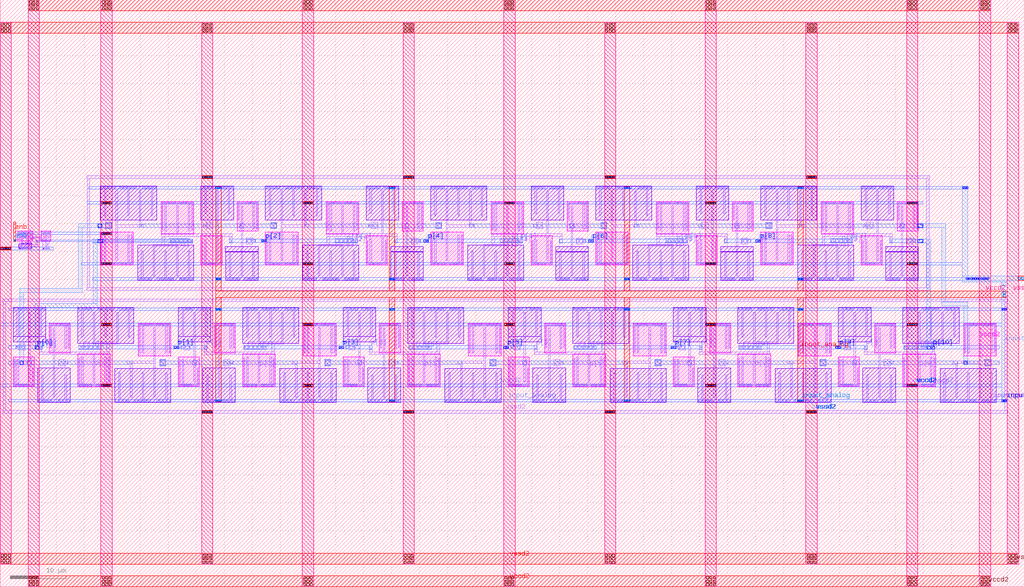
<source format=lef>
VERSION 5.7 ;
  NOWIREEXTENSIONATPIN ON ;
  DIVIDERCHAR "/" ;
  BUSBITCHARS "[]" ;
MACRO ring_osc
  CLASS BLOCK ;
  FOREIGN ring_osc ;
  ORIGIN -0.500 0.290 ;
  SIZE 183.000 BY 38.660 ;
  OBS
      LAYER pwell ;
        RECT 18.390 32.310 28.420 38.370 ;
      LAYER nwell ;
        RECT 3.630 28.505 6.310 30.340 ;
        RECT 7.800 28.505 9.560 30.340 ;
      LAYER pwell ;
        RECT 4.310 27.985 6.115 28.215 ;
        RECT 3.825 27.305 6.115 27.985 ;
        RECT 3.970 27.115 4.140 27.305 ;
        RECT 8.135 27.115 8.305 27.285 ;
      LAYER nwell ;
        RECT 18.390 24.245 24.240 30.120 ;
        RECT 29.220 29.780 35.070 35.635 ;
      LAYER pwell ;
        RECT 36.365 32.270 42.215 38.370 ;
      LAYER nwell ;
        RECT 42.840 30.310 46.600 35.585 ;
      LAYER pwell ;
        RECT 47.890 32.310 57.920 38.370 ;
        RECT 25.040 21.460 35.070 27.860 ;
      LAYER nwell ;
        RECT 36.365 24.250 40.125 29.560 ;
      LAYER pwell ;
        RECT 40.745 26.625 46.595 27.565 ;
        RECT 40.745 26.575 46.600 26.625 ;
        RECT 40.750 21.465 46.600 26.575 ;
      LAYER nwell ;
        RECT 47.890 24.245 53.740 30.120 ;
        RECT 58.720 29.780 64.570 35.635 ;
      LAYER pwell ;
        RECT 65.865 32.270 71.715 38.370 ;
      LAYER nwell ;
        RECT 72.340 30.310 76.100 35.585 ;
      LAYER pwell ;
        RECT 77.390 32.310 87.420 38.370 ;
        RECT 54.540 21.460 64.570 27.860 ;
      LAYER nwell ;
        RECT 65.865 24.250 69.625 29.560 ;
      LAYER pwell ;
        RECT 70.245 26.625 76.095 27.565 ;
        RECT 70.245 26.575 76.100 26.625 ;
        RECT 70.250 21.465 76.100 26.575 ;
      LAYER nwell ;
        RECT 77.390 24.245 83.240 30.120 ;
        RECT 88.220 29.780 94.070 35.635 ;
      LAYER pwell ;
        RECT 95.365 32.270 101.215 38.370 ;
      LAYER nwell ;
        RECT 101.840 30.310 105.600 35.585 ;
      LAYER pwell ;
        RECT 106.890 32.310 116.920 38.370 ;
        RECT 84.040 21.460 94.070 27.860 ;
      LAYER nwell ;
        RECT 95.365 24.250 99.125 29.560 ;
      LAYER pwell ;
        RECT 99.745 26.625 105.595 27.565 ;
        RECT 99.745 26.575 105.600 26.625 ;
        RECT 99.750 21.465 105.600 26.575 ;
      LAYER nwell ;
        RECT 106.890 24.245 112.740 30.120 ;
        RECT 117.720 29.780 123.570 35.635 ;
      LAYER pwell ;
        RECT 124.865 32.270 130.715 38.370 ;
      LAYER nwell ;
        RECT 131.340 30.310 135.100 35.585 ;
      LAYER pwell ;
        RECT 136.390 32.310 146.420 38.370 ;
        RECT 113.540 21.460 123.570 27.860 ;
      LAYER nwell ;
        RECT 124.865 24.250 128.625 29.560 ;
      LAYER pwell ;
        RECT 129.245 26.625 135.095 27.565 ;
        RECT 129.245 26.575 135.100 26.625 ;
        RECT 129.250 21.465 135.100 26.575 ;
      LAYER nwell ;
        RECT 136.390 24.245 142.240 30.120 ;
        RECT 147.220 29.780 153.070 35.635 ;
      LAYER pwell ;
        RECT 154.365 32.270 160.215 38.370 ;
      LAYER nwell ;
        RECT 160.840 30.310 164.600 35.585 ;
      LAYER pwell ;
        RECT 143.040 21.460 153.070 27.860 ;
      LAYER nwell ;
        RECT 154.365 24.250 158.125 29.560 ;
      LAYER pwell ;
        RECT 158.745 26.625 164.595 27.565 ;
        RECT 158.745 26.575 164.600 26.625 ;
        RECT 158.750 21.465 164.600 26.575 ;
        RECT 2.790 11.505 8.640 16.615 ;
        RECT 2.790 11.455 8.645 11.505 ;
        RECT 2.795 10.515 8.645 11.455 ;
      LAYER nwell ;
        RECT 9.265 8.520 13.025 13.830 ;
      LAYER pwell ;
        RECT 14.320 10.220 24.350 16.620 ;
      LAYER nwell ;
        RECT 2.790 2.495 6.550 7.770 ;
      LAYER pwell ;
        RECT 7.175 -0.290 13.025 5.810 ;
      LAYER nwell ;
        RECT 14.320 2.445 20.170 8.300 ;
        RECT 25.150 7.960 31.000 13.835 ;
      LAYER pwell ;
        RECT 32.290 11.505 38.140 16.615 ;
        RECT 32.290 11.455 38.145 11.505 ;
        RECT 32.295 10.515 38.145 11.455 ;
      LAYER nwell ;
        RECT 38.765 8.520 42.525 13.830 ;
      LAYER pwell ;
        RECT 43.820 10.220 53.850 16.620 ;
        RECT 20.970 -0.290 31.000 5.770 ;
      LAYER nwell ;
        RECT 32.290 2.495 36.050 7.770 ;
      LAYER pwell ;
        RECT 36.675 -0.290 42.525 5.810 ;
      LAYER nwell ;
        RECT 43.820 2.445 49.670 8.300 ;
        RECT 54.650 7.960 60.500 13.835 ;
      LAYER pwell ;
        RECT 61.790 11.505 67.640 16.615 ;
        RECT 61.790 11.455 67.645 11.505 ;
        RECT 61.795 10.515 67.645 11.455 ;
      LAYER nwell ;
        RECT 68.265 8.520 72.025 13.830 ;
      LAYER pwell ;
        RECT 73.320 10.220 83.350 16.620 ;
        RECT 50.470 -0.290 60.500 5.770 ;
      LAYER nwell ;
        RECT 61.790 2.495 65.550 7.770 ;
      LAYER pwell ;
        RECT 66.175 -0.290 72.025 5.810 ;
      LAYER nwell ;
        RECT 73.320 2.445 79.170 8.300 ;
        RECT 84.150 7.960 90.000 13.835 ;
      LAYER pwell ;
        RECT 91.290 11.505 97.140 16.615 ;
        RECT 91.290 11.455 97.145 11.505 ;
        RECT 91.295 10.515 97.145 11.455 ;
      LAYER nwell ;
        RECT 97.765 8.520 101.525 13.830 ;
      LAYER pwell ;
        RECT 102.820 10.220 112.850 16.620 ;
        RECT 79.970 -0.290 90.000 5.770 ;
      LAYER nwell ;
        RECT 91.290 2.495 95.050 7.770 ;
      LAYER pwell ;
        RECT 95.675 -0.290 101.525 5.810 ;
      LAYER nwell ;
        RECT 102.820 2.445 108.670 8.300 ;
        RECT 113.650 7.960 119.500 13.835 ;
      LAYER pwell ;
        RECT 120.790 11.505 126.640 16.615 ;
        RECT 120.790 11.455 126.645 11.505 ;
        RECT 120.795 10.515 126.645 11.455 ;
      LAYER nwell ;
        RECT 127.265 8.520 131.025 13.830 ;
      LAYER pwell ;
        RECT 132.320 10.220 142.350 16.620 ;
        RECT 109.470 -0.290 119.500 5.770 ;
      LAYER nwell ;
        RECT 120.790 2.495 124.550 7.770 ;
      LAYER pwell ;
        RECT 125.175 -0.290 131.025 5.810 ;
      LAYER nwell ;
        RECT 132.320 2.445 138.170 8.300 ;
        RECT 143.150 7.960 149.000 13.835 ;
      LAYER pwell ;
        RECT 150.290 11.505 156.140 16.615 ;
        RECT 150.290 11.455 156.145 11.505 ;
        RECT 150.295 10.515 156.145 11.455 ;
      LAYER nwell ;
        RECT 156.765 8.520 160.525 13.830 ;
      LAYER pwell ;
        RECT 161.820 10.220 171.850 16.620 ;
        RECT 138.970 -0.290 149.000 5.770 ;
      LAYER nwell ;
        RECT 150.290 2.495 154.050 7.770 ;
      LAYER pwell ;
        RECT 154.675 -0.290 160.525 5.810 ;
      LAYER nwell ;
        RECT 161.820 2.445 167.670 8.300 ;
        RECT 172.650 7.960 178.500 13.835 ;
      LAYER pwell ;
        RECT 168.470 -0.290 178.500 5.770 ;
      LAYER li1 ;
        RECT 18.570 37.840 20.915 38.320 ;
        RECT 21.980 37.840 24.840 38.320 ;
        RECT 25.895 37.840 28.240 38.320 ;
        RECT 36.545 37.840 38.890 38.320 ;
        RECT 39.690 37.840 42.035 38.320 ;
        RECT 48.070 37.840 50.415 38.320 ;
        RECT 51.480 37.840 54.340 38.320 ;
        RECT 55.395 37.840 57.740 38.320 ;
        RECT 66.045 37.840 68.390 38.320 ;
        RECT 69.190 37.840 71.535 38.320 ;
        RECT 77.570 37.840 79.915 38.320 ;
        RECT 80.980 37.840 83.840 38.320 ;
        RECT 84.895 37.840 87.240 38.320 ;
        RECT 95.545 37.840 97.890 38.320 ;
        RECT 98.690 37.840 101.035 38.320 ;
        RECT 107.070 37.840 109.415 38.320 ;
        RECT 110.480 37.840 113.340 38.320 ;
        RECT 114.395 37.840 116.740 38.320 ;
        RECT 125.045 37.840 127.390 38.320 ;
        RECT 128.190 37.840 130.535 38.320 ;
        RECT 136.570 37.840 138.915 38.320 ;
        RECT 139.980 37.840 142.840 38.320 ;
        RECT 143.895 37.840 146.240 38.320 ;
        RECT 154.545 37.840 156.890 38.320 ;
        RECT 157.690 37.840 160.035 38.320 ;
        RECT 19.080 33.245 19.370 37.840 ;
        RECT 19.140 33.000 19.310 33.245 ;
        RECT 19.290 30.790 20.420 31.790 ;
        RECT 21.170 31.480 21.460 37.540 ;
        RECT 23.260 33.245 23.550 37.840 ;
        RECT 23.320 33.000 23.490 33.245 ;
        RECT 25.350 31.580 25.640 37.540 ;
        RECT 27.440 33.245 27.730 37.840 ;
        RECT 29.400 35.455 31.745 35.600 ;
        RECT 32.545 35.455 34.890 35.600 ;
        RECT 29.400 35.285 34.890 35.455 ;
        RECT 29.400 35.120 31.745 35.285 ;
        RECT 32.545 35.120 34.890 35.285 ;
        RECT 27.500 33.235 27.695 33.245 ;
        RECT 27.500 33.000 27.670 33.235 ;
        RECT 25.350 31.480 26.170 31.580 ;
        RECT 21.170 30.980 26.170 31.480 ;
        RECT 4.340 30.005 5.310 30.160 ;
        RECT 8.340 30.005 9.310 30.160 ;
        RECT 3.820 29.835 6.120 30.005 ;
        RECT 7.990 29.835 9.370 30.005 ;
        RECT 3.905 29.265 4.165 29.665 ;
        RECT 4.335 29.435 5.270 29.835 ;
        RECT 5.440 29.325 6.035 29.665 ;
        RECT 3.905 29.095 5.270 29.265 ;
        RECT 3.905 28.195 4.365 28.925 ;
        RECT 4.535 28.025 5.270 29.095 ;
        RECT 3.905 27.855 5.270 28.025 ;
        RECT 5.440 28.005 5.615 29.325 ;
        RECT 6.330 29.155 7.780 29.375 ;
        RECT 5.795 29.075 7.780 29.155 ;
        RECT 8.265 29.110 8.595 29.835 ;
        RECT 5.795 28.855 6.630 29.075 ;
        RECT 7.480 28.940 7.780 29.075 ;
        RECT 5.795 28.175 6.035 28.855 ;
        RECT 5.440 27.875 6.035 28.005 ;
        RECT 6.860 27.875 7.160 28.710 ;
        RECT 7.480 28.640 8.595 28.940 ;
        RECT 3.905 27.455 4.165 27.855 ;
        RECT 4.335 27.285 5.270 27.685 ;
        RECT 5.440 27.575 7.160 27.875 ;
        RECT 5.440 27.455 6.035 27.575 ;
        RECT 8.075 27.455 8.595 28.640 ;
        RECT 8.765 28.115 9.285 29.665 ;
        RECT 8.765 27.285 9.105 27.945 ;
        RECT 3.820 27.115 6.120 27.285 ;
        RECT 7.990 27.115 9.370 27.285 ;
        RECT 18.570 24.720 18.740 29.575 ;
        RECT 19.080 24.720 19.370 29.570 ;
        RECT 21.170 25.030 21.460 30.980 ;
        RECT 29.400 30.460 29.570 35.120 ;
        RECT 29.910 30.290 30.200 35.120 ;
        RECT 32.000 29.850 32.290 34.850 ;
        RECT 34.090 30.290 34.380 35.120 ;
        RECT 34.720 30.520 34.890 35.120 ;
        RECT 37.055 33.490 37.345 37.840 ;
        RECT 37.290 31.580 38.490 31.890 ;
        RECT 36.790 30.960 38.490 31.580 ;
        RECT 37.290 30.760 38.490 30.960 ;
        RECT 39.140 29.850 39.435 37.530 ;
        RECT 41.235 33.490 41.525 37.840 ;
        RECT 44.325 35.570 46.420 35.600 ;
        RECT 44.170 35.405 46.420 35.570 ;
        RECT 43.020 35.235 46.420 35.405 ;
        RECT 43.020 32.260 43.190 35.235 ;
        RECT 44.170 35.150 46.420 35.235 ;
        RECT 44.325 35.120 46.420 35.150 ;
        RECT 43.525 31.675 43.820 34.750 ;
        RECT 43.295 30.895 44.035 31.675 ;
        RECT 23.260 24.720 23.550 29.570 ;
        RECT 23.890 24.720 24.060 29.575 ;
        RECT 29.360 29.350 41.955 29.850 ;
        RECT 29.360 27.910 29.860 29.350 ;
        RECT 30.890 28.320 34.890 28.920 ;
        RECT 32.890 28.200 34.890 28.320 ;
        RECT 27.820 27.620 32.290 27.910 ;
        RECT 32.890 27.620 34.090 28.200 ;
        RECT 25.790 26.595 25.960 26.830 ;
        RECT 25.765 26.585 25.960 26.595 ;
        RECT 18.570 24.595 20.915 24.720 ;
        RECT 21.715 24.690 24.060 24.720 ;
        RECT 21.715 24.595 24.240 24.690 ;
        RECT 18.570 24.425 24.240 24.595 ;
        RECT 18.570 24.240 20.915 24.425 ;
        RECT 21.715 24.270 24.240 24.425 ;
        RECT 21.715 24.240 24.060 24.270 ;
        RECT 25.730 22.000 26.020 26.585 ;
        RECT 27.820 22.290 28.110 27.620 ;
        RECT 29.970 26.585 30.140 26.810 ;
        RECT 29.910 22.000 30.200 26.585 ;
        RECT 32.000 22.290 32.290 27.620 ;
        RECT 34.150 26.585 34.320 26.810 ;
        RECT 34.090 22.000 34.380 26.585 ;
        RECT 36.545 24.720 36.715 28.645 ;
        RECT 37.055 24.720 37.345 28.790 ;
        RECT 39.145 25.085 39.440 29.350 ;
        RECT 36.545 24.690 38.640 24.720 ;
        RECT 36.545 24.600 38.795 24.690 ;
        RECT 39.775 24.600 39.945 28.635 ;
        RECT 41.455 28.200 41.955 29.350 ;
        RECT 36.545 24.430 39.945 24.600 ;
        RECT 36.545 24.270 38.795 24.430 ;
        RECT 36.545 24.240 38.640 24.270 ;
        RECT 41.440 22.000 41.730 26.345 ;
        RECT 43.525 22.305 43.820 30.895 ;
        RECT 45.620 30.710 45.910 35.120 ;
        RECT 46.250 30.705 46.420 35.120 ;
        RECT 48.580 33.245 48.870 37.840 ;
        RECT 48.640 33.000 48.810 33.245 ;
        RECT 48.790 30.790 49.920 31.790 ;
        RECT 50.670 31.480 50.960 37.540 ;
        RECT 52.760 33.245 53.050 37.840 ;
        RECT 52.820 33.000 52.990 33.245 ;
        RECT 54.850 31.580 55.140 37.540 ;
        RECT 56.940 33.245 57.230 37.840 ;
        RECT 58.900 35.455 61.245 35.600 ;
        RECT 62.045 35.455 64.390 35.600 ;
        RECT 58.900 35.285 64.390 35.455 ;
        RECT 58.900 35.120 61.245 35.285 ;
        RECT 62.045 35.120 64.390 35.285 ;
        RECT 57.000 33.235 57.195 33.245 ;
        RECT 57.000 33.000 57.170 33.235 ;
        RECT 54.850 31.480 55.670 31.580 ;
        RECT 50.670 30.980 55.670 31.480 ;
        RECT 44.440 28.860 45.620 29.060 ;
        RECT 44.440 28.260 46.120 28.860 ;
        RECT 44.440 27.980 45.620 28.260 ;
        RECT 45.620 22.000 45.910 26.345 ;
        RECT 48.070 24.720 48.240 29.575 ;
        RECT 48.580 24.720 48.870 29.570 ;
        RECT 50.670 25.030 50.960 30.980 ;
        RECT 58.900 30.460 59.070 35.120 ;
        RECT 59.410 30.290 59.700 35.120 ;
        RECT 61.500 29.850 61.790 34.850 ;
        RECT 63.590 30.290 63.880 35.120 ;
        RECT 64.220 30.520 64.390 35.120 ;
        RECT 66.555 33.490 66.845 37.840 ;
        RECT 66.790 31.580 67.990 31.890 ;
        RECT 66.290 30.960 67.990 31.580 ;
        RECT 66.790 30.760 67.990 30.960 ;
        RECT 68.640 29.850 68.935 37.530 ;
        RECT 70.735 33.490 71.025 37.840 ;
        RECT 73.825 35.570 75.920 35.600 ;
        RECT 73.670 35.405 75.920 35.570 ;
        RECT 72.520 35.235 75.920 35.405 ;
        RECT 72.520 32.260 72.690 35.235 ;
        RECT 73.670 35.150 75.920 35.235 ;
        RECT 73.825 35.120 75.920 35.150 ;
        RECT 73.025 31.675 73.320 34.750 ;
        RECT 72.795 30.895 73.535 31.675 ;
        RECT 52.760 24.720 53.050 29.570 ;
        RECT 53.390 24.720 53.560 29.575 ;
        RECT 58.860 29.350 71.455 29.850 ;
        RECT 58.860 27.910 59.360 29.350 ;
        RECT 60.390 28.320 64.390 28.920 ;
        RECT 62.390 28.200 64.390 28.320 ;
        RECT 57.320 27.620 61.790 27.910 ;
        RECT 62.390 27.620 63.590 28.200 ;
        RECT 55.290 26.595 55.460 26.830 ;
        RECT 55.265 26.585 55.460 26.595 ;
        RECT 48.070 24.595 50.415 24.720 ;
        RECT 51.215 24.690 53.560 24.720 ;
        RECT 51.215 24.595 53.740 24.690 ;
        RECT 48.070 24.425 53.740 24.595 ;
        RECT 48.070 24.240 50.415 24.425 ;
        RECT 51.215 24.270 53.740 24.425 ;
        RECT 51.215 24.240 53.560 24.270 ;
        RECT 55.230 22.000 55.520 26.585 ;
        RECT 57.320 22.290 57.610 27.620 ;
        RECT 59.470 26.585 59.640 26.810 ;
        RECT 59.410 22.000 59.700 26.585 ;
        RECT 61.500 22.290 61.790 27.620 ;
        RECT 63.650 26.585 63.820 26.810 ;
        RECT 63.590 22.000 63.880 26.585 ;
        RECT 66.045 24.720 66.215 28.645 ;
        RECT 66.555 24.720 66.845 28.790 ;
        RECT 68.645 25.085 68.940 29.350 ;
        RECT 66.045 24.690 68.140 24.720 ;
        RECT 66.045 24.600 68.295 24.690 ;
        RECT 69.275 24.600 69.445 28.635 ;
        RECT 70.955 28.200 71.455 29.350 ;
        RECT 66.045 24.430 69.445 24.600 ;
        RECT 66.045 24.270 68.295 24.430 ;
        RECT 66.045 24.240 68.140 24.270 ;
        RECT 70.940 22.000 71.230 26.345 ;
        RECT 73.025 22.305 73.320 30.895 ;
        RECT 75.120 30.710 75.410 35.120 ;
        RECT 75.750 30.705 75.920 35.120 ;
        RECT 78.080 33.245 78.370 37.840 ;
        RECT 78.140 33.000 78.310 33.245 ;
        RECT 78.290 30.790 79.420 31.790 ;
        RECT 80.170 31.480 80.460 37.540 ;
        RECT 82.260 33.245 82.550 37.840 ;
        RECT 82.320 33.000 82.490 33.245 ;
        RECT 84.350 31.580 84.640 37.540 ;
        RECT 86.440 33.245 86.730 37.840 ;
        RECT 88.400 35.455 90.745 35.600 ;
        RECT 91.545 35.455 93.890 35.600 ;
        RECT 88.400 35.285 93.890 35.455 ;
        RECT 88.400 35.120 90.745 35.285 ;
        RECT 91.545 35.120 93.890 35.285 ;
        RECT 86.500 33.235 86.695 33.245 ;
        RECT 86.500 33.000 86.670 33.235 ;
        RECT 84.350 31.480 85.170 31.580 ;
        RECT 80.170 30.980 85.170 31.480 ;
        RECT 73.940 28.860 75.120 29.060 ;
        RECT 73.940 28.260 75.620 28.860 ;
        RECT 73.940 27.980 75.120 28.260 ;
        RECT 75.120 22.000 75.410 26.345 ;
        RECT 77.570 24.720 77.740 29.575 ;
        RECT 78.080 24.720 78.370 29.570 ;
        RECT 80.170 25.030 80.460 30.980 ;
        RECT 88.400 30.460 88.570 35.120 ;
        RECT 88.910 30.290 89.200 35.120 ;
        RECT 91.000 29.850 91.290 34.850 ;
        RECT 93.090 30.290 93.380 35.120 ;
        RECT 93.720 30.520 93.890 35.120 ;
        RECT 96.055 33.490 96.345 37.840 ;
        RECT 96.290 31.580 97.490 31.890 ;
        RECT 95.790 30.960 97.490 31.580 ;
        RECT 96.290 30.760 97.490 30.960 ;
        RECT 98.140 29.850 98.435 37.530 ;
        RECT 100.235 33.490 100.525 37.840 ;
        RECT 103.325 35.570 105.420 35.600 ;
        RECT 103.170 35.405 105.420 35.570 ;
        RECT 102.020 35.235 105.420 35.405 ;
        RECT 102.020 32.260 102.190 35.235 ;
        RECT 103.170 35.150 105.420 35.235 ;
        RECT 103.325 35.120 105.420 35.150 ;
        RECT 102.525 31.675 102.820 34.750 ;
        RECT 102.295 30.895 103.035 31.675 ;
        RECT 82.260 24.720 82.550 29.570 ;
        RECT 82.890 24.720 83.060 29.575 ;
        RECT 88.360 29.350 100.955 29.850 ;
        RECT 88.360 27.910 88.860 29.350 ;
        RECT 89.890 28.320 93.890 28.920 ;
        RECT 91.890 28.200 93.890 28.320 ;
        RECT 86.820 27.620 91.290 27.910 ;
        RECT 91.890 27.620 93.090 28.200 ;
        RECT 84.790 26.595 84.960 26.830 ;
        RECT 84.765 26.585 84.960 26.595 ;
        RECT 77.570 24.595 79.915 24.720 ;
        RECT 80.715 24.690 83.060 24.720 ;
        RECT 80.715 24.595 83.240 24.690 ;
        RECT 77.570 24.425 83.240 24.595 ;
        RECT 77.570 24.240 79.915 24.425 ;
        RECT 80.715 24.270 83.240 24.425 ;
        RECT 80.715 24.240 83.060 24.270 ;
        RECT 84.730 22.000 85.020 26.585 ;
        RECT 86.820 22.290 87.110 27.620 ;
        RECT 88.970 26.585 89.140 26.810 ;
        RECT 88.910 22.000 89.200 26.585 ;
        RECT 91.000 22.290 91.290 27.620 ;
        RECT 93.150 26.585 93.320 26.810 ;
        RECT 93.090 22.000 93.380 26.585 ;
        RECT 95.545 24.720 95.715 28.645 ;
        RECT 96.055 24.720 96.345 28.790 ;
        RECT 98.145 25.085 98.440 29.350 ;
        RECT 95.545 24.690 97.640 24.720 ;
        RECT 95.545 24.600 97.795 24.690 ;
        RECT 98.775 24.600 98.945 28.635 ;
        RECT 100.455 28.200 100.955 29.350 ;
        RECT 95.545 24.430 98.945 24.600 ;
        RECT 95.545 24.270 97.795 24.430 ;
        RECT 95.545 24.240 97.640 24.270 ;
        RECT 100.440 22.000 100.730 26.345 ;
        RECT 102.525 22.305 102.820 30.895 ;
        RECT 104.620 30.710 104.910 35.120 ;
        RECT 105.250 30.705 105.420 35.120 ;
        RECT 107.580 33.245 107.870 37.840 ;
        RECT 107.640 33.000 107.810 33.245 ;
        RECT 107.790 30.790 108.920 31.790 ;
        RECT 109.670 31.480 109.960 37.540 ;
        RECT 111.760 33.245 112.050 37.840 ;
        RECT 111.820 33.000 111.990 33.245 ;
        RECT 113.850 31.580 114.140 37.540 ;
        RECT 115.940 33.245 116.230 37.840 ;
        RECT 117.900 35.455 120.245 35.600 ;
        RECT 121.045 35.455 123.390 35.600 ;
        RECT 117.900 35.285 123.390 35.455 ;
        RECT 117.900 35.120 120.245 35.285 ;
        RECT 121.045 35.120 123.390 35.285 ;
        RECT 116.000 33.235 116.195 33.245 ;
        RECT 116.000 33.000 116.170 33.235 ;
        RECT 113.850 31.480 114.670 31.580 ;
        RECT 109.670 30.980 114.670 31.480 ;
        RECT 103.440 28.860 104.620 29.060 ;
        RECT 103.440 28.260 105.120 28.860 ;
        RECT 103.440 27.980 104.620 28.260 ;
        RECT 104.620 22.000 104.910 26.345 ;
        RECT 107.070 24.720 107.240 29.575 ;
        RECT 107.580 24.720 107.870 29.570 ;
        RECT 109.670 25.030 109.960 30.980 ;
        RECT 117.900 30.460 118.070 35.120 ;
        RECT 118.410 30.290 118.700 35.120 ;
        RECT 120.500 29.850 120.790 34.850 ;
        RECT 122.590 30.290 122.880 35.120 ;
        RECT 123.220 30.520 123.390 35.120 ;
        RECT 125.555 33.490 125.845 37.840 ;
        RECT 125.790 31.580 126.990 31.890 ;
        RECT 125.290 30.960 126.990 31.580 ;
        RECT 125.790 30.760 126.990 30.960 ;
        RECT 127.640 29.850 127.935 37.530 ;
        RECT 129.735 33.490 130.025 37.840 ;
        RECT 132.825 35.570 134.920 35.600 ;
        RECT 132.670 35.405 134.920 35.570 ;
        RECT 131.520 35.235 134.920 35.405 ;
        RECT 131.520 32.260 131.690 35.235 ;
        RECT 132.670 35.150 134.920 35.235 ;
        RECT 132.825 35.120 134.920 35.150 ;
        RECT 132.025 31.675 132.320 34.750 ;
        RECT 131.795 30.895 132.535 31.675 ;
        RECT 111.760 24.720 112.050 29.570 ;
        RECT 112.390 24.720 112.560 29.575 ;
        RECT 117.860 29.350 130.455 29.850 ;
        RECT 117.860 27.910 118.360 29.350 ;
        RECT 119.390 28.320 123.390 28.920 ;
        RECT 121.390 28.200 123.390 28.320 ;
        RECT 116.320 27.620 120.790 27.910 ;
        RECT 121.390 27.620 122.590 28.200 ;
        RECT 114.290 26.595 114.460 26.830 ;
        RECT 114.265 26.585 114.460 26.595 ;
        RECT 107.070 24.595 109.415 24.720 ;
        RECT 110.215 24.690 112.560 24.720 ;
        RECT 110.215 24.595 112.740 24.690 ;
        RECT 107.070 24.425 112.740 24.595 ;
        RECT 107.070 24.240 109.415 24.425 ;
        RECT 110.215 24.270 112.740 24.425 ;
        RECT 110.215 24.240 112.560 24.270 ;
        RECT 114.230 22.000 114.520 26.585 ;
        RECT 116.320 22.290 116.610 27.620 ;
        RECT 118.470 26.585 118.640 26.810 ;
        RECT 118.410 22.000 118.700 26.585 ;
        RECT 120.500 22.290 120.790 27.620 ;
        RECT 122.650 26.585 122.820 26.810 ;
        RECT 122.590 22.000 122.880 26.585 ;
        RECT 125.045 24.720 125.215 28.645 ;
        RECT 125.555 24.720 125.845 28.790 ;
        RECT 127.645 25.085 127.940 29.350 ;
        RECT 125.045 24.690 127.140 24.720 ;
        RECT 125.045 24.600 127.295 24.690 ;
        RECT 128.275 24.600 128.445 28.635 ;
        RECT 129.955 28.200 130.455 29.350 ;
        RECT 125.045 24.430 128.445 24.600 ;
        RECT 125.045 24.270 127.295 24.430 ;
        RECT 125.045 24.240 127.140 24.270 ;
        RECT 129.940 22.000 130.230 26.345 ;
        RECT 132.025 22.305 132.320 30.895 ;
        RECT 134.120 30.710 134.410 35.120 ;
        RECT 134.750 30.705 134.920 35.120 ;
        RECT 137.080 33.245 137.370 37.840 ;
        RECT 137.140 33.000 137.310 33.245 ;
        RECT 137.290 30.790 138.420 31.790 ;
        RECT 139.170 31.480 139.460 37.540 ;
        RECT 141.260 33.245 141.550 37.840 ;
        RECT 141.320 33.000 141.490 33.245 ;
        RECT 143.350 31.580 143.640 37.540 ;
        RECT 145.440 33.245 145.730 37.840 ;
        RECT 147.400 35.455 149.745 35.600 ;
        RECT 150.545 35.455 152.890 35.600 ;
        RECT 147.400 35.285 152.890 35.455 ;
        RECT 147.400 35.120 149.745 35.285 ;
        RECT 150.545 35.120 152.890 35.285 ;
        RECT 145.500 33.235 145.695 33.245 ;
        RECT 145.500 33.000 145.670 33.235 ;
        RECT 143.350 31.480 144.170 31.580 ;
        RECT 139.170 30.980 144.170 31.480 ;
        RECT 132.940 28.860 134.120 29.060 ;
        RECT 132.940 28.260 134.620 28.860 ;
        RECT 132.940 27.980 134.120 28.260 ;
        RECT 134.120 22.000 134.410 26.345 ;
        RECT 136.570 24.720 136.740 29.575 ;
        RECT 137.080 24.720 137.370 29.570 ;
        RECT 139.170 25.030 139.460 30.980 ;
        RECT 147.400 30.460 147.570 35.120 ;
        RECT 147.910 30.290 148.200 35.120 ;
        RECT 150.000 29.850 150.290 34.850 ;
        RECT 152.090 30.290 152.380 35.120 ;
        RECT 152.720 30.520 152.890 35.120 ;
        RECT 155.055 33.490 155.345 37.840 ;
        RECT 155.290 31.580 156.490 31.890 ;
        RECT 154.790 30.960 156.490 31.580 ;
        RECT 155.290 30.760 156.490 30.960 ;
        RECT 157.140 29.850 157.435 37.530 ;
        RECT 159.235 33.490 159.525 37.840 ;
        RECT 162.325 35.570 164.420 35.600 ;
        RECT 162.170 35.405 164.420 35.570 ;
        RECT 161.020 35.235 164.420 35.405 ;
        RECT 161.020 32.260 161.190 35.235 ;
        RECT 162.170 35.150 164.420 35.235 ;
        RECT 162.325 35.120 164.420 35.150 ;
        RECT 161.525 31.675 161.820 34.750 ;
        RECT 161.295 30.895 162.035 31.675 ;
        RECT 141.260 24.720 141.550 29.570 ;
        RECT 141.890 24.720 142.060 29.575 ;
        RECT 147.360 29.350 159.955 29.850 ;
        RECT 147.360 27.910 147.860 29.350 ;
        RECT 148.890 28.320 152.890 28.920 ;
        RECT 150.890 28.200 152.890 28.320 ;
        RECT 145.820 27.620 150.290 27.910 ;
        RECT 150.890 27.620 152.090 28.200 ;
        RECT 143.790 26.595 143.960 26.830 ;
        RECT 143.765 26.585 143.960 26.595 ;
        RECT 136.570 24.595 138.915 24.720 ;
        RECT 139.715 24.690 142.060 24.720 ;
        RECT 139.715 24.595 142.240 24.690 ;
        RECT 136.570 24.425 142.240 24.595 ;
        RECT 136.570 24.240 138.915 24.425 ;
        RECT 139.715 24.270 142.240 24.425 ;
        RECT 139.715 24.240 142.060 24.270 ;
        RECT 143.730 22.000 144.020 26.585 ;
        RECT 145.820 22.290 146.110 27.620 ;
        RECT 147.970 26.585 148.140 26.810 ;
        RECT 147.910 22.000 148.200 26.585 ;
        RECT 150.000 22.290 150.290 27.620 ;
        RECT 152.150 26.585 152.320 26.810 ;
        RECT 152.090 22.000 152.380 26.585 ;
        RECT 154.545 24.720 154.715 28.645 ;
        RECT 155.055 24.720 155.345 28.790 ;
        RECT 157.145 25.085 157.440 29.350 ;
        RECT 154.545 24.690 156.640 24.720 ;
        RECT 154.545 24.600 156.795 24.690 ;
        RECT 157.775 24.600 157.945 28.635 ;
        RECT 159.455 28.200 159.955 29.350 ;
        RECT 154.545 24.430 157.945 24.600 ;
        RECT 154.545 24.270 156.795 24.430 ;
        RECT 154.545 24.240 156.640 24.270 ;
        RECT 159.440 22.000 159.730 26.345 ;
        RECT 161.525 22.305 161.820 30.895 ;
        RECT 163.620 30.710 163.910 35.120 ;
        RECT 164.250 30.705 164.420 35.120 ;
        RECT 162.440 28.860 163.620 29.060 ;
        RECT 162.440 28.260 164.120 28.860 ;
        RECT 162.440 27.980 163.620 28.260 ;
        RECT 163.620 22.000 163.910 26.345 ;
        RECT 25.220 21.520 27.570 22.000 ;
        RECT 28.620 21.520 31.480 22.000 ;
        RECT 32.545 21.520 34.890 22.000 ;
        RECT 40.930 21.970 43.270 22.000 ;
        RECT 44.080 21.970 46.420 22.000 ;
        RECT 40.930 21.550 43.275 21.970 ;
        RECT 44.075 21.550 46.420 21.970 ;
        RECT 40.930 21.520 43.270 21.550 ;
        RECT 44.080 21.520 46.420 21.550 ;
        RECT 54.720 21.520 57.070 22.000 ;
        RECT 58.120 21.520 60.980 22.000 ;
        RECT 62.045 21.520 64.390 22.000 ;
        RECT 70.430 21.970 72.770 22.000 ;
        RECT 73.580 21.970 75.920 22.000 ;
        RECT 70.430 21.550 72.775 21.970 ;
        RECT 73.575 21.550 75.920 21.970 ;
        RECT 70.430 21.520 72.770 21.550 ;
        RECT 73.580 21.520 75.920 21.550 ;
        RECT 84.220 21.520 86.570 22.000 ;
        RECT 87.620 21.520 90.480 22.000 ;
        RECT 91.545 21.520 93.890 22.000 ;
        RECT 99.930 21.970 102.270 22.000 ;
        RECT 103.080 21.970 105.420 22.000 ;
        RECT 99.930 21.550 102.275 21.970 ;
        RECT 103.075 21.550 105.420 21.970 ;
        RECT 99.930 21.520 102.270 21.550 ;
        RECT 103.080 21.520 105.420 21.550 ;
        RECT 113.720 21.520 116.070 22.000 ;
        RECT 117.120 21.520 119.980 22.000 ;
        RECT 121.045 21.520 123.390 22.000 ;
        RECT 129.430 21.970 131.770 22.000 ;
        RECT 132.580 21.970 134.920 22.000 ;
        RECT 129.430 21.550 131.775 21.970 ;
        RECT 132.575 21.550 134.920 21.970 ;
        RECT 129.430 21.520 131.770 21.550 ;
        RECT 132.580 21.520 134.920 21.550 ;
        RECT 143.220 21.520 145.570 22.000 ;
        RECT 146.620 21.520 149.480 22.000 ;
        RECT 150.545 21.520 152.890 22.000 ;
        RECT 158.930 21.970 161.270 22.000 ;
        RECT 162.080 21.970 164.420 22.000 ;
        RECT 158.930 21.550 161.275 21.970 ;
        RECT 162.075 21.550 164.420 21.970 ;
        RECT 158.930 21.520 161.270 21.550 ;
        RECT 162.080 21.520 164.420 21.550 ;
        RECT 2.970 16.530 5.310 16.560 ;
        RECT 6.120 16.530 8.460 16.560 ;
        RECT 2.970 16.110 5.315 16.530 ;
        RECT 6.115 16.110 8.460 16.530 ;
        RECT 2.970 16.080 5.310 16.110 ;
        RECT 6.120 16.080 8.460 16.110 ;
        RECT 14.500 16.080 16.845 16.560 ;
        RECT 17.910 16.080 20.770 16.560 ;
        RECT 21.820 16.080 24.170 16.560 ;
        RECT 32.470 16.530 34.810 16.560 ;
        RECT 35.620 16.530 37.960 16.560 ;
        RECT 32.470 16.110 34.815 16.530 ;
        RECT 35.615 16.110 37.960 16.530 ;
        RECT 32.470 16.080 34.810 16.110 ;
        RECT 35.620 16.080 37.960 16.110 ;
        RECT 44.000 16.080 46.345 16.560 ;
        RECT 47.410 16.080 50.270 16.560 ;
        RECT 51.320 16.080 53.670 16.560 ;
        RECT 61.970 16.530 64.310 16.560 ;
        RECT 65.120 16.530 67.460 16.560 ;
        RECT 61.970 16.110 64.315 16.530 ;
        RECT 65.115 16.110 67.460 16.530 ;
        RECT 61.970 16.080 64.310 16.110 ;
        RECT 65.120 16.080 67.460 16.110 ;
        RECT 73.500 16.080 75.845 16.560 ;
        RECT 76.910 16.080 79.770 16.560 ;
        RECT 80.820 16.080 83.170 16.560 ;
        RECT 91.470 16.530 93.810 16.560 ;
        RECT 94.620 16.530 96.960 16.560 ;
        RECT 91.470 16.110 93.815 16.530 ;
        RECT 94.615 16.110 96.960 16.530 ;
        RECT 91.470 16.080 93.810 16.110 ;
        RECT 94.620 16.080 96.960 16.110 ;
        RECT 103.000 16.080 105.345 16.560 ;
        RECT 106.410 16.080 109.270 16.560 ;
        RECT 110.320 16.080 112.670 16.560 ;
        RECT 120.970 16.530 123.310 16.560 ;
        RECT 124.120 16.530 126.460 16.560 ;
        RECT 120.970 16.110 123.315 16.530 ;
        RECT 124.115 16.110 126.460 16.530 ;
        RECT 120.970 16.080 123.310 16.110 ;
        RECT 124.120 16.080 126.460 16.110 ;
        RECT 132.500 16.080 134.845 16.560 ;
        RECT 135.910 16.080 138.770 16.560 ;
        RECT 139.820 16.080 142.170 16.560 ;
        RECT 150.470 16.530 152.810 16.560 ;
        RECT 153.620 16.530 155.960 16.560 ;
        RECT 150.470 16.110 152.815 16.530 ;
        RECT 153.615 16.110 155.960 16.530 ;
        RECT 150.470 16.080 152.810 16.110 ;
        RECT 153.620 16.080 155.960 16.110 ;
        RECT 162.000 16.080 164.345 16.560 ;
        RECT 165.410 16.080 168.270 16.560 ;
        RECT 169.320 16.080 171.670 16.560 ;
        RECT 3.480 11.735 3.770 16.080 ;
        RECT 3.770 9.820 4.950 10.100 ;
        RECT 3.270 9.220 4.950 9.820 ;
        RECT 3.770 9.020 4.950 9.220 ;
        RECT 2.970 2.960 3.140 7.375 ;
        RECT 3.480 2.960 3.770 7.370 ;
        RECT 5.570 7.185 5.865 15.775 ;
        RECT 7.660 11.735 7.950 16.080 ;
        RECT 10.750 13.810 12.845 13.840 ;
        RECT 10.595 13.650 12.845 13.810 ;
        RECT 9.445 13.480 12.845 13.650 ;
        RECT 7.435 8.730 7.935 9.880 ;
        RECT 9.445 9.445 9.615 13.480 ;
        RECT 10.595 13.390 12.845 13.480 ;
        RECT 10.750 13.360 12.845 13.390 ;
        RECT 9.950 8.730 10.245 12.995 ;
        RECT 12.045 9.290 12.335 13.360 ;
        RECT 12.675 9.435 12.845 13.360 ;
        RECT 15.010 11.495 15.300 16.080 ;
        RECT 15.070 11.270 15.240 11.495 ;
        RECT 17.100 10.460 17.390 15.790 ;
        RECT 19.190 11.495 19.480 16.080 ;
        RECT 19.250 11.270 19.420 11.495 ;
        RECT 21.280 10.460 21.570 15.790 ;
        RECT 23.370 11.495 23.660 16.080 ;
        RECT 25.330 13.810 27.675 13.840 ;
        RECT 25.150 13.655 27.675 13.810 ;
        RECT 28.475 13.655 30.820 13.840 ;
        RECT 25.150 13.485 30.820 13.655 ;
        RECT 25.150 13.390 27.675 13.485 ;
        RECT 25.330 13.360 27.675 13.390 ;
        RECT 28.475 13.360 30.820 13.485 ;
        RECT 23.430 11.485 23.625 11.495 ;
        RECT 23.430 11.250 23.600 11.485 ;
        RECT 15.300 9.880 16.500 10.460 ;
        RECT 17.100 10.170 21.570 10.460 ;
        RECT 14.500 9.760 16.500 9.880 ;
        RECT 14.500 9.160 18.500 9.760 ;
        RECT 19.530 8.730 20.030 10.170 ;
        RECT 7.435 8.230 20.030 8.730 ;
        RECT 25.330 8.505 25.500 13.360 ;
        RECT 25.840 8.510 26.130 13.360 ;
        RECT 5.355 6.405 6.095 7.185 ;
        RECT 5.570 3.330 5.865 6.405 ;
        RECT 2.970 2.930 5.065 2.960 ;
        RECT 2.970 2.845 5.220 2.930 ;
        RECT 6.200 2.845 6.370 5.820 ;
        RECT 2.970 2.675 6.370 2.845 ;
        RECT 2.970 2.510 5.220 2.675 ;
        RECT 2.970 2.480 5.065 2.510 ;
        RECT 7.865 0.240 8.155 4.590 ;
        RECT 9.955 0.550 10.250 8.230 ;
        RECT 10.900 7.120 12.100 7.320 ;
        RECT 10.900 6.500 12.600 7.120 ;
        RECT 10.900 6.190 12.100 6.500 ;
        RECT 12.045 0.240 12.335 4.590 ;
        RECT 14.500 2.960 14.670 7.560 ;
        RECT 15.010 2.960 15.300 7.790 ;
        RECT 17.100 3.230 17.390 8.230 ;
        RECT 19.190 2.960 19.480 7.790 ;
        RECT 19.820 2.960 19.990 7.620 ;
        RECT 27.930 7.100 28.220 13.050 ;
        RECT 30.020 8.510 30.310 13.360 ;
        RECT 30.650 8.505 30.820 13.360 ;
        RECT 32.980 11.735 33.270 16.080 ;
        RECT 33.270 9.820 34.450 10.100 ;
        RECT 32.770 9.220 34.450 9.820 ;
        RECT 33.270 9.020 34.450 9.220 ;
        RECT 23.220 6.600 28.220 7.100 ;
        RECT 23.220 6.500 24.040 6.600 ;
        RECT 21.720 4.845 21.890 5.080 ;
        RECT 21.695 4.835 21.890 4.845 ;
        RECT 14.500 2.795 16.845 2.960 ;
        RECT 17.645 2.795 19.990 2.960 ;
        RECT 14.500 2.625 19.990 2.795 ;
        RECT 14.500 2.480 16.845 2.625 ;
        RECT 17.645 2.480 19.990 2.625 ;
        RECT 21.660 0.240 21.950 4.835 ;
        RECT 23.750 0.540 24.040 6.500 ;
        RECT 25.900 4.835 26.070 5.080 ;
        RECT 25.840 0.240 26.130 4.835 ;
        RECT 27.930 0.540 28.220 6.600 ;
        RECT 28.970 6.290 30.100 7.290 ;
        RECT 30.080 4.835 30.250 5.080 ;
        RECT 30.020 0.240 30.310 4.835 ;
        RECT 32.470 2.960 32.640 7.375 ;
        RECT 32.980 2.960 33.270 7.370 ;
        RECT 35.070 7.185 35.365 15.775 ;
        RECT 37.160 11.735 37.450 16.080 ;
        RECT 40.250 13.810 42.345 13.840 ;
        RECT 40.095 13.650 42.345 13.810 ;
        RECT 38.945 13.480 42.345 13.650 ;
        RECT 36.935 8.730 37.435 9.880 ;
        RECT 38.945 9.445 39.115 13.480 ;
        RECT 40.095 13.390 42.345 13.480 ;
        RECT 40.250 13.360 42.345 13.390 ;
        RECT 39.450 8.730 39.745 12.995 ;
        RECT 41.545 9.290 41.835 13.360 ;
        RECT 42.175 9.435 42.345 13.360 ;
        RECT 44.510 11.495 44.800 16.080 ;
        RECT 44.570 11.270 44.740 11.495 ;
        RECT 46.600 10.460 46.890 15.790 ;
        RECT 48.690 11.495 48.980 16.080 ;
        RECT 48.750 11.270 48.920 11.495 ;
        RECT 50.780 10.460 51.070 15.790 ;
        RECT 52.870 11.495 53.160 16.080 ;
        RECT 54.830 13.810 57.175 13.840 ;
        RECT 54.650 13.655 57.175 13.810 ;
        RECT 57.975 13.655 60.320 13.840 ;
        RECT 54.650 13.485 60.320 13.655 ;
        RECT 54.650 13.390 57.175 13.485 ;
        RECT 54.830 13.360 57.175 13.390 ;
        RECT 57.975 13.360 60.320 13.485 ;
        RECT 52.930 11.485 53.125 11.495 ;
        RECT 52.930 11.250 53.100 11.485 ;
        RECT 44.800 9.880 46.000 10.460 ;
        RECT 46.600 10.170 51.070 10.460 ;
        RECT 44.000 9.760 46.000 9.880 ;
        RECT 44.000 9.160 48.000 9.760 ;
        RECT 49.030 8.730 49.530 10.170 ;
        RECT 36.935 8.230 49.530 8.730 ;
        RECT 54.830 8.505 55.000 13.360 ;
        RECT 55.340 8.510 55.630 13.360 ;
        RECT 34.855 6.405 35.595 7.185 ;
        RECT 35.070 3.330 35.365 6.405 ;
        RECT 32.470 2.930 34.565 2.960 ;
        RECT 32.470 2.845 34.720 2.930 ;
        RECT 35.700 2.845 35.870 5.820 ;
        RECT 32.470 2.675 35.870 2.845 ;
        RECT 32.470 2.510 34.720 2.675 ;
        RECT 32.470 2.480 34.565 2.510 ;
        RECT 37.365 0.240 37.655 4.590 ;
        RECT 39.455 0.550 39.750 8.230 ;
        RECT 40.400 7.120 41.600 7.320 ;
        RECT 40.400 6.500 42.100 7.120 ;
        RECT 40.400 6.190 41.600 6.500 ;
        RECT 41.545 0.240 41.835 4.590 ;
        RECT 44.000 2.960 44.170 7.560 ;
        RECT 44.510 2.960 44.800 7.790 ;
        RECT 46.600 3.230 46.890 8.230 ;
        RECT 48.690 2.960 48.980 7.790 ;
        RECT 49.320 2.960 49.490 7.620 ;
        RECT 57.430 7.100 57.720 13.050 ;
        RECT 59.520 8.510 59.810 13.360 ;
        RECT 60.150 8.505 60.320 13.360 ;
        RECT 62.480 11.735 62.770 16.080 ;
        RECT 62.770 9.820 63.950 10.100 ;
        RECT 62.270 9.220 63.950 9.820 ;
        RECT 62.770 9.020 63.950 9.220 ;
        RECT 52.720 6.600 57.720 7.100 ;
        RECT 52.720 6.500 53.540 6.600 ;
        RECT 51.220 4.845 51.390 5.080 ;
        RECT 51.195 4.835 51.390 4.845 ;
        RECT 44.000 2.795 46.345 2.960 ;
        RECT 47.145 2.795 49.490 2.960 ;
        RECT 44.000 2.625 49.490 2.795 ;
        RECT 44.000 2.480 46.345 2.625 ;
        RECT 47.145 2.480 49.490 2.625 ;
        RECT 51.160 0.240 51.450 4.835 ;
        RECT 53.250 0.540 53.540 6.500 ;
        RECT 55.400 4.835 55.570 5.080 ;
        RECT 55.340 0.240 55.630 4.835 ;
        RECT 57.430 0.540 57.720 6.600 ;
        RECT 58.470 6.290 59.600 7.290 ;
        RECT 59.580 4.835 59.750 5.080 ;
        RECT 59.520 0.240 59.810 4.835 ;
        RECT 61.970 2.960 62.140 7.375 ;
        RECT 62.480 2.960 62.770 7.370 ;
        RECT 64.570 7.185 64.865 15.775 ;
        RECT 66.660 11.735 66.950 16.080 ;
        RECT 69.750 13.810 71.845 13.840 ;
        RECT 69.595 13.650 71.845 13.810 ;
        RECT 68.445 13.480 71.845 13.650 ;
        RECT 66.435 8.730 66.935 9.880 ;
        RECT 68.445 9.445 68.615 13.480 ;
        RECT 69.595 13.390 71.845 13.480 ;
        RECT 69.750 13.360 71.845 13.390 ;
        RECT 68.950 8.730 69.245 12.995 ;
        RECT 71.045 9.290 71.335 13.360 ;
        RECT 71.675 9.435 71.845 13.360 ;
        RECT 74.010 11.495 74.300 16.080 ;
        RECT 74.070 11.270 74.240 11.495 ;
        RECT 76.100 10.460 76.390 15.790 ;
        RECT 78.190 11.495 78.480 16.080 ;
        RECT 78.250 11.270 78.420 11.495 ;
        RECT 80.280 10.460 80.570 15.790 ;
        RECT 82.370 11.495 82.660 16.080 ;
        RECT 84.330 13.810 86.675 13.840 ;
        RECT 84.150 13.655 86.675 13.810 ;
        RECT 87.475 13.655 89.820 13.840 ;
        RECT 84.150 13.485 89.820 13.655 ;
        RECT 84.150 13.390 86.675 13.485 ;
        RECT 84.330 13.360 86.675 13.390 ;
        RECT 87.475 13.360 89.820 13.485 ;
        RECT 82.430 11.485 82.625 11.495 ;
        RECT 82.430 11.250 82.600 11.485 ;
        RECT 74.300 9.880 75.500 10.460 ;
        RECT 76.100 10.170 80.570 10.460 ;
        RECT 73.500 9.760 75.500 9.880 ;
        RECT 73.500 9.160 77.500 9.760 ;
        RECT 78.530 8.730 79.030 10.170 ;
        RECT 66.435 8.230 79.030 8.730 ;
        RECT 84.330 8.505 84.500 13.360 ;
        RECT 84.840 8.510 85.130 13.360 ;
        RECT 64.355 6.405 65.095 7.185 ;
        RECT 64.570 3.330 64.865 6.405 ;
        RECT 61.970 2.930 64.065 2.960 ;
        RECT 61.970 2.845 64.220 2.930 ;
        RECT 65.200 2.845 65.370 5.820 ;
        RECT 61.970 2.675 65.370 2.845 ;
        RECT 61.970 2.510 64.220 2.675 ;
        RECT 61.970 2.480 64.065 2.510 ;
        RECT 66.865 0.240 67.155 4.590 ;
        RECT 68.955 0.550 69.250 8.230 ;
        RECT 69.900 7.120 71.100 7.320 ;
        RECT 69.900 6.500 71.600 7.120 ;
        RECT 69.900 6.190 71.100 6.500 ;
        RECT 71.045 0.240 71.335 4.590 ;
        RECT 73.500 2.960 73.670 7.560 ;
        RECT 74.010 2.960 74.300 7.790 ;
        RECT 76.100 3.230 76.390 8.230 ;
        RECT 78.190 2.960 78.480 7.790 ;
        RECT 78.820 2.960 78.990 7.620 ;
        RECT 86.930 7.100 87.220 13.050 ;
        RECT 89.020 8.510 89.310 13.360 ;
        RECT 89.650 8.505 89.820 13.360 ;
        RECT 91.980 11.735 92.270 16.080 ;
        RECT 92.270 9.820 93.450 10.100 ;
        RECT 91.770 9.220 93.450 9.820 ;
        RECT 92.270 9.020 93.450 9.220 ;
        RECT 82.220 6.600 87.220 7.100 ;
        RECT 82.220 6.500 83.040 6.600 ;
        RECT 80.720 4.845 80.890 5.080 ;
        RECT 80.695 4.835 80.890 4.845 ;
        RECT 73.500 2.795 75.845 2.960 ;
        RECT 76.645 2.795 78.990 2.960 ;
        RECT 73.500 2.625 78.990 2.795 ;
        RECT 73.500 2.480 75.845 2.625 ;
        RECT 76.645 2.480 78.990 2.625 ;
        RECT 80.660 0.240 80.950 4.835 ;
        RECT 82.750 0.540 83.040 6.500 ;
        RECT 84.900 4.835 85.070 5.080 ;
        RECT 84.840 0.240 85.130 4.835 ;
        RECT 86.930 0.540 87.220 6.600 ;
        RECT 87.970 6.290 89.100 7.290 ;
        RECT 89.080 4.835 89.250 5.080 ;
        RECT 89.020 0.240 89.310 4.835 ;
        RECT 91.470 2.960 91.640 7.375 ;
        RECT 91.980 2.960 92.270 7.370 ;
        RECT 94.070 7.185 94.365 15.775 ;
        RECT 96.160 11.735 96.450 16.080 ;
        RECT 99.250 13.810 101.345 13.840 ;
        RECT 99.095 13.650 101.345 13.810 ;
        RECT 97.945 13.480 101.345 13.650 ;
        RECT 95.935 8.730 96.435 9.880 ;
        RECT 97.945 9.445 98.115 13.480 ;
        RECT 99.095 13.390 101.345 13.480 ;
        RECT 99.250 13.360 101.345 13.390 ;
        RECT 98.450 8.730 98.745 12.995 ;
        RECT 100.545 9.290 100.835 13.360 ;
        RECT 101.175 9.435 101.345 13.360 ;
        RECT 103.510 11.495 103.800 16.080 ;
        RECT 103.570 11.270 103.740 11.495 ;
        RECT 105.600 10.460 105.890 15.790 ;
        RECT 107.690 11.495 107.980 16.080 ;
        RECT 107.750 11.270 107.920 11.495 ;
        RECT 109.780 10.460 110.070 15.790 ;
        RECT 111.870 11.495 112.160 16.080 ;
        RECT 113.830 13.810 116.175 13.840 ;
        RECT 113.650 13.655 116.175 13.810 ;
        RECT 116.975 13.655 119.320 13.840 ;
        RECT 113.650 13.485 119.320 13.655 ;
        RECT 113.650 13.390 116.175 13.485 ;
        RECT 113.830 13.360 116.175 13.390 ;
        RECT 116.975 13.360 119.320 13.485 ;
        RECT 111.930 11.485 112.125 11.495 ;
        RECT 111.930 11.250 112.100 11.485 ;
        RECT 103.800 9.880 105.000 10.460 ;
        RECT 105.600 10.170 110.070 10.460 ;
        RECT 103.000 9.760 105.000 9.880 ;
        RECT 103.000 9.160 107.000 9.760 ;
        RECT 108.030 8.730 108.530 10.170 ;
        RECT 95.935 8.230 108.530 8.730 ;
        RECT 113.830 8.505 114.000 13.360 ;
        RECT 114.340 8.510 114.630 13.360 ;
        RECT 93.855 6.405 94.595 7.185 ;
        RECT 94.070 3.330 94.365 6.405 ;
        RECT 91.470 2.930 93.565 2.960 ;
        RECT 91.470 2.845 93.720 2.930 ;
        RECT 94.700 2.845 94.870 5.820 ;
        RECT 91.470 2.675 94.870 2.845 ;
        RECT 91.470 2.510 93.720 2.675 ;
        RECT 91.470 2.480 93.565 2.510 ;
        RECT 96.365 0.240 96.655 4.590 ;
        RECT 98.455 0.550 98.750 8.230 ;
        RECT 99.400 7.120 100.600 7.320 ;
        RECT 99.400 6.500 101.100 7.120 ;
        RECT 99.400 6.190 100.600 6.500 ;
        RECT 100.545 0.240 100.835 4.590 ;
        RECT 103.000 2.960 103.170 7.560 ;
        RECT 103.510 2.960 103.800 7.790 ;
        RECT 105.600 3.230 105.890 8.230 ;
        RECT 107.690 2.960 107.980 7.790 ;
        RECT 108.320 2.960 108.490 7.620 ;
        RECT 116.430 7.100 116.720 13.050 ;
        RECT 118.520 8.510 118.810 13.360 ;
        RECT 119.150 8.505 119.320 13.360 ;
        RECT 121.480 11.735 121.770 16.080 ;
        RECT 121.770 9.820 122.950 10.100 ;
        RECT 121.270 9.220 122.950 9.820 ;
        RECT 121.770 9.020 122.950 9.220 ;
        RECT 111.720 6.600 116.720 7.100 ;
        RECT 111.720 6.500 112.540 6.600 ;
        RECT 110.220 4.845 110.390 5.080 ;
        RECT 110.195 4.835 110.390 4.845 ;
        RECT 103.000 2.795 105.345 2.960 ;
        RECT 106.145 2.795 108.490 2.960 ;
        RECT 103.000 2.625 108.490 2.795 ;
        RECT 103.000 2.480 105.345 2.625 ;
        RECT 106.145 2.480 108.490 2.625 ;
        RECT 110.160 0.240 110.450 4.835 ;
        RECT 112.250 0.540 112.540 6.500 ;
        RECT 114.400 4.835 114.570 5.080 ;
        RECT 114.340 0.240 114.630 4.835 ;
        RECT 116.430 0.540 116.720 6.600 ;
        RECT 117.470 6.290 118.600 7.290 ;
        RECT 118.580 4.835 118.750 5.080 ;
        RECT 118.520 0.240 118.810 4.835 ;
        RECT 120.970 2.960 121.140 7.375 ;
        RECT 121.480 2.960 121.770 7.370 ;
        RECT 123.570 7.185 123.865 15.775 ;
        RECT 125.660 11.735 125.950 16.080 ;
        RECT 128.750 13.810 130.845 13.840 ;
        RECT 128.595 13.650 130.845 13.810 ;
        RECT 127.445 13.480 130.845 13.650 ;
        RECT 125.435 8.730 125.935 9.880 ;
        RECT 127.445 9.445 127.615 13.480 ;
        RECT 128.595 13.390 130.845 13.480 ;
        RECT 128.750 13.360 130.845 13.390 ;
        RECT 127.950 8.730 128.245 12.995 ;
        RECT 130.045 9.290 130.335 13.360 ;
        RECT 130.675 9.435 130.845 13.360 ;
        RECT 133.010 11.495 133.300 16.080 ;
        RECT 133.070 11.270 133.240 11.495 ;
        RECT 135.100 10.460 135.390 15.790 ;
        RECT 137.190 11.495 137.480 16.080 ;
        RECT 137.250 11.270 137.420 11.495 ;
        RECT 139.280 10.460 139.570 15.790 ;
        RECT 141.370 11.495 141.660 16.080 ;
        RECT 143.330 13.810 145.675 13.840 ;
        RECT 143.150 13.655 145.675 13.810 ;
        RECT 146.475 13.655 148.820 13.840 ;
        RECT 143.150 13.485 148.820 13.655 ;
        RECT 143.150 13.390 145.675 13.485 ;
        RECT 143.330 13.360 145.675 13.390 ;
        RECT 146.475 13.360 148.820 13.485 ;
        RECT 141.430 11.485 141.625 11.495 ;
        RECT 141.430 11.250 141.600 11.485 ;
        RECT 133.300 9.880 134.500 10.460 ;
        RECT 135.100 10.170 139.570 10.460 ;
        RECT 132.500 9.760 134.500 9.880 ;
        RECT 132.500 9.160 136.500 9.760 ;
        RECT 137.530 8.730 138.030 10.170 ;
        RECT 125.435 8.230 138.030 8.730 ;
        RECT 143.330 8.505 143.500 13.360 ;
        RECT 143.840 8.510 144.130 13.360 ;
        RECT 123.355 6.405 124.095 7.185 ;
        RECT 123.570 3.330 123.865 6.405 ;
        RECT 120.970 2.930 123.065 2.960 ;
        RECT 120.970 2.845 123.220 2.930 ;
        RECT 124.200 2.845 124.370 5.820 ;
        RECT 120.970 2.675 124.370 2.845 ;
        RECT 120.970 2.510 123.220 2.675 ;
        RECT 120.970 2.480 123.065 2.510 ;
        RECT 125.865 0.240 126.155 4.590 ;
        RECT 127.955 0.550 128.250 8.230 ;
        RECT 128.900 7.120 130.100 7.320 ;
        RECT 128.900 6.500 130.600 7.120 ;
        RECT 128.900 6.190 130.100 6.500 ;
        RECT 130.045 0.240 130.335 4.590 ;
        RECT 132.500 2.960 132.670 7.560 ;
        RECT 133.010 2.960 133.300 7.790 ;
        RECT 135.100 3.230 135.390 8.230 ;
        RECT 137.190 2.960 137.480 7.790 ;
        RECT 137.820 2.960 137.990 7.620 ;
        RECT 145.930 7.100 146.220 13.050 ;
        RECT 148.020 8.510 148.310 13.360 ;
        RECT 148.650 8.505 148.820 13.360 ;
        RECT 150.980 11.735 151.270 16.080 ;
        RECT 151.270 9.820 152.450 10.100 ;
        RECT 150.770 9.220 152.450 9.820 ;
        RECT 151.270 9.020 152.450 9.220 ;
        RECT 141.220 6.600 146.220 7.100 ;
        RECT 141.220 6.500 142.040 6.600 ;
        RECT 139.720 4.845 139.890 5.080 ;
        RECT 139.695 4.835 139.890 4.845 ;
        RECT 132.500 2.795 134.845 2.960 ;
        RECT 135.645 2.795 137.990 2.960 ;
        RECT 132.500 2.625 137.990 2.795 ;
        RECT 132.500 2.480 134.845 2.625 ;
        RECT 135.645 2.480 137.990 2.625 ;
        RECT 139.660 0.240 139.950 4.835 ;
        RECT 141.750 0.540 142.040 6.500 ;
        RECT 143.900 4.835 144.070 5.080 ;
        RECT 143.840 0.240 144.130 4.835 ;
        RECT 145.930 0.540 146.220 6.600 ;
        RECT 146.970 6.290 148.100 7.290 ;
        RECT 148.080 4.835 148.250 5.080 ;
        RECT 148.020 0.240 148.310 4.835 ;
        RECT 150.470 2.960 150.640 7.375 ;
        RECT 150.980 2.960 151.270 7.370 ;
        RECT 153.070 7.185 153.365 15.775 ;
        RECT 155.160 11.735 155.450 16.080 ;
        RECT 158.250 13.810 160.345 13.840 ;
        RECT 158.095 13.650 160.345 13.810 ;
        RECT 156.945 13.480 160.345 13.650 ;
        RECT 154.935 8.730 155.435 9.880 ;
        RECT 156.945 9.445 157.115 13.480 ;
        RECT 158.095 13.390 160.345 13.480 ;
        RECT 158.250 13.360 160.345 13.390 ;
        RECT 157.450 8.730 157.745 12.995 ;
        RECT 159.545 9.290 159.835 13.360 ;
        RECT 160.175 9.435 160.345 13.360 ;
        RECT 162.510 11.495 162.800 16.080 ;
        RECT 162.570 11.270 162.740 11.495 ;
        RECT 164.600 10.460 164.890 15.790 ;
        RECT 166.690 11.495 166.980 16.080 ;
        RECT 166.750 11.270 166.920 11.495 ;
        RECT 168.780 10.460 169.070 15.790 ;
        RECT 170.870 11.495 171.160 16.080 ;
        RECT 172.830 13.810 175.175 13.840 ;
        RECT 172.650 13.655 175.175 13.810 ;
        RECT 175.975 13.655 178.320 13.840 ;
        RECT 172.650 13.485 178.320 13.655 ;
        RECT 172.650 13.390 175.175 13.485 ;
        RECT 172.830 13.360 175.175 13.390 ;
        RECT 175.975 13.360 178.320 13.485 ;
        RECT 170.930 11.485 171.125 11.495 ;
        RECT 170.930 11.250 171.100 11.485 ;
        RECT 162.800 9.880 164.000 10.460 ;
        RECT 164.600 10.170 169.070 10.460 ;
        RECT 162.000 9.760 164.000 9.880 ;
        RECT 162.000 9.160 166.000 9.760 ;
        RECT 167.030 8.730 167.530 10.170 ;
        RECT 154.935 8.230 167.530 8.730 ;
        RECT 172.830 8.505 173.000 13.360 ;
        RECT 173.340 8.510 173.630 13.360 ;
        RECT 152.855 6.405 153.595 7.185 ;
        RECT 153.070 3.330 153.365 6.405 ;
        RECT 150.470 2.930 152.565 2.960 ;
        RECT 150.470 2.845 152.720 2.930 ;
        RECT 153.700 2.845 153.870 5.820 ;
        RECT 150.470 2.675 153.870 2.845 ;
        RECT 150.470 2.510 152.720 2.675 ;
        RECT 150.470 2.480 152.565 2.510 ;
        RECT 155.365 0.240 155.655 4.590 ;
        RECT 157.455 0.550 157.750 8.230 ;
        RECT 158.400 7.120 159.600 7.320 ;
        RECT 158.400 6.500 160.100 7.120 ;
        RECT 158.400 6.190 159.600 6.500 ;
        RECT 159.545 0.240 159.835 4.590 ;
        RECT 162.000 2.960 162.170 7.560 ;
        RECT 162.510 2.960 162.800 7.790 ;
        RECT 164.600 3.230 164.890 8.230 ;
        RECT 166.690 2.960 166.980 7.790 ;
        RECT 167.320 2.960 167.490 7.620 ;
        RECT 175.430 7.100 175.720 13.050 ;
        RECT 177.520 8.510 177.810 13.360 ;
        RECT 178.150 8.505 178.320 13.360 ;
        RECT 170.720 6.600 175.720 7.100 ;
        RECT 170.720 6.500 171.540 6.600 ;
        RECT 169.220 4.845 169.390 5.080 ;
        RECT 169.195 4.835 169.390 4.845 ;
        RECT 162.000 2.795 164.345 2.960 ;
        RECT 165.145 2.795 167.490 2.960 ;
        RECT 162.000 2.625 167.490 2.795 ;
        RECT 162.000 2.480 164.345 2.625 ;
        RECT 165.145 2.480 167.490 2.625 ;
        RECT 169.160 0.240 169.450 4.835 ;
        RECT 171.250 0.540 171.540 6.500 ;
        RECT 173.400 4.835 173.570 5.080 ;
        RECT 173.340 0.240 173.630 4.835 ;
        RECT 175.430 0.540 175.720 6.600 ;
        RECT 176.470 6.290 177.600 7.290 ;
        RECT 177.580 4.835 177.750 5.080 ;
        RECT 177.520 0.240 177.810 4.835 ;
        RECT 7.355 -0.240 9.700 0.240 ;
        RECT 10.500 -0.240 12.845 0.240 ;
        RECT 21.150 -0.240 23.495 0.240 ;
        RECT 24.550 -0.240 27.410 0.240 ;
        RECT 28.475 -0.240 30.820 0.240 ;
        RECT 36.855 -0.240 39.200 0.240 ;
        RECT 40.000 -0.240 42.345 0.240 ;
        RECT 50.650 -0.240 52.995 0.240 ;
        RECT 54.050 -0.240 56.910 0.240 ;
        RECT 57.975 -0.240 60.320 0.240 ;
        RECT 66.355 -0.240 68.700 0.240 ;
        RECT 69.500 -0.240 71.845 0.240 ;
        RECT 80.150 -0.240 82.495 0.240 ;
        RECT 83.550 -0.240 86.410 0.240 ;
        RECT 87.475 -0.240 89.820 0.240 ;
        RECT 95.855 -0.240 98.200 0.240 ;
        RECT 99.000 -0.240 101.345 0.240 ;
        RECT 109.650 -0.240 111.995 0.240 ;
        RECT 113.050 -0.240 115.910 0.240 ;
        RECT 116.975 -0.240 119.320 0.240 ;
        RECT 125.355 -0.240 127.700 0.240 ;
        RECT 128.500 -0.240 130.845 0.240 ;
        RECT 139.150 -0.240 141.495 0.240 ;
        RECT 142.550 -0.240 145.410 0.240 ;
        RECT 146.475 -0.240 148.820 0.240 ;
        RECT 154.855 -0.240 157.200 0.240 ;
        RECT 158.000 -0.240 160.345 0.240 ;
        RECT 168.650 -0.240 170.995 0.240 ;
        RECT 172.050 -0.240 174.910 0.240 ;
        RECT 175.975 -0.240 178.320 0.240 ;
      LAYER mcon ;
        RECT 18.570 37.870 19.085 38.290 ;
        RECT 19.275 37.870 19.695 38.290 ;
        RECT 19.885 37.870 20.305 38.290 ;
        RECT 20.495 37.870 20.915 38.290 ;
        RECT 21.980 37.870 22.400 38.290 ;
        RECT 22.590 37.870 23.010 38.290 ;
        RECT 23.200 37.870 23.620 38.290 ;
        RECT 23.810 37.870 24.230 38.290 ;
        RECT 24.420 37.870 24.840 38.290 ;
        RECT 25.895 37.870 26.315 38.290 ;
        RECT 26.505 37.870 26.925 38.290 ;
        RECT 27.115 37.870 27.535 38.290 ;
        RECT 27.725 37.870 28.240 38.290 ;
        RECT 36.545 37.870 36.965 38.290 ;
        RECT 37.155 37.870 37.575 38.290 ;
        RECT 37.765 37.870 38.185 38.290 ;
        RECT 38.375 37.870 38.890 38.290 ;
        RECT 39.690 37.870 40.205 38.290 ;
        RECT 40.395 37.870 40.815 38.290 ;
        RECT 41.005 37.870 41.425 38.290 ;
        RECT 41.615 37.870 42.035 38.290 ;
        RECT 48.070 37.870 48.585 38.290 ;
        RECT 48.775 37.870 49.195 38.290 ;
        RECT 49.385 37.870 49.805 38.290 ;
        RECT 49.995 37.870 50.415 38.290 ;
        RECT 51.480 37.870 51.900 38.290 ;
        RECT 52.090 37.870 52.510 38.290 ;
        RECT 52.700 37.870 53.120 38.290 ;
        RECT 53.310 37.870 53.730 38.290 ;
        RECT 53.920 37.870 54.340 38.290 ;
        RECT 55.395 37.870 55.815 38.290 ;
        RECT 56.005 37.870 56.425 38.290 ;
        RECT 56.615 37.870 57.035 38.290 ;
        RECT 57.225 37.870 57.740 38.290 ;
        RECT 66.045 37.870 66.465 38.290 ;
        RECT 66.655 37.870 67.075 38.290 ;
        RECT 67.265 37.870 67.685 38.290 ;
        RECT 67.875 37.870 68.390 38.290 ;
        RECT 69.190 37.870 69.705 38.290 ;
        RECT 69.895 37.870 70.315 38.290 ;
        RECT 70.505 37.870 70.925 38.290 ;
        RECT 71.115 37.870 71.535 38.290 ;
        RECT 77.570 37.870 78.085 38.290 ;
        RECT 78.275 37.870 78.695 38.290 ;
        RECT 78.885 37.870 79.305 38.290 ;
        RECT 79.495 37.870 79.915 38.290 ;
        RECT 80.980 37.870 81.400 38.290 ;
        RECT 81.590 37.870 82.010 38.290 ;
        RECT 82.200 37.870 82.620 38.290 ;
        RECT 82.810 37.870 83.230 38.290 ;
        RECT 83.420 37.870 83.840 38.290 ;
        RECT 84.895 37.870 85.315 38.290 ;
        RECT 85.505 37.870 85.925 38.290 ;
        RECT 86.115 37.870 86.535 38.290 ;
        RECT 86.725 37.870 87.240 38.290 ;
        RECT 95.545 37.870 95.965 38.290 ;
        RECT 96.155 37.870 96.575 38.290 ;
        RECT 96.765 37.870 97.185 38.290 ;
        RECT 97.375 37.870 97.890 38.290 ;
        RECT 98.690 37.870 99.205 38.290 ;
        RECT 99.395 37.870 99.815 38.290 ;
        RECT 100.005 37.870 100.425 38.290 ;
        RECT 100.615 37.870 101.035 38.290 ;
        RECT 107.070 37.870 107.585 38.290 ;
        RECT 107.775 37.870 108.195 38.290 ;
        RECT 108.385 37.870 108.805 38.290 ;
        RECT 108.995 37.870 109.415 38.290 ;
        RECT 110.480 37.870 110.900 38.290 ;
        RECT 111.090 37.870 111.510 38.290 ;
        RECT 111.700 37.870 112.120 38.290 ;
        RECT 112.310 37.870 112.730 38.290 ;
        RECT 112.920 37.870 113.340 38.290 ;
        RECT 114.395 37.870 114.815 38.290 ;
        RECT 115.005 37.870 115.425 38.290 ;
        RECT 115.615 37.870 116.035 38.290 ;
        RECT 116.225 37.870 116.740 38.290 ;
        RECT 125.045 37.870 125.465 38.290 ;
        RECT 125.655 37.870 126.075 38.290 ;
        RECT 126.265 37.870 126.685 38.290 ;
        RECT 126.875 37.870 127.390 38.290 ;
        RECT 128.190 37.870 128.705 38.290 ;
        RECT 128.895 37.870 129.315 38.290 ;
        RECT 129.505 37.870 129.925 38.290 ;
        RECT 130.115 37.870 130.535 38.290 ;
        RECT 136.570 37.870 137.085 38.290 ;
        RECT 137.275 37.870 137.695 38.290 ;
        RECT 137.885 37.870 138.305 38.290 ;
        RECT 138.495 37.870 138.915 38.290 ;
        RECT 139.980 37.870 140.400 38.290 ;
        RECT 140.590 37.870 141.010 38.290 ;
        RECT 141.200 37.870 141.620 38.290 ;
        RECT 141.810 37.870 142.230 38.290 ;
        RECT 142.420 37.870 142.840 38.290 ;
        RECT 143.895 37.870 144.315 38.290 ;
        RECT 144.505 37.870 144.925 38.290 ;
        RECT 145.115 37.870 145.535 38.290 ;
        RECT 145.725 37.870 146.240 38.290 ;
        RECT 154.545 37.870 154.965 38.290 ;
        RECT 155.155 37.870 155.575 38.290 ;
        RECT 155.765 37.870 156.185 38.290 ;
        RECT 156.375 37.870 156.890 38.290 ;
        RECT 157.690 37.870 158.205 38.290 ;
        RECT 158.395 37.870 158.815 38.290 ;
        RECT 159.005 37.870 159.425 38.290 ;
        RECT 159.615 37.870 160.035 38.290 ;
        RECT 19.320 30.820 20.330 31.760 ;
        RECT 29.400 35.150 29.915 35.570 ;
        RECT 30.105 35.150 30.525 35.570 ;
        RECT 30.715 35.150 31.135 35.570 ;
        RECT 31.325 35.150 31.745 35.570 ;
        RECT 32.545 35.150 32.965 35.570 ;
        RECT 33.155 35.150 33.575 35.570 ;
        RECT 33.765 35.150 34.185 35.570 ;
        RECT 34.375 35.150 34.890 35.570 ;
        RECT 25.350 30.980 26.170 31.580 ;
        RECT 3.965 29.835 4.135 30.005 ;
        RECT 4.425 29.835 4.595 30.005 ;
        RECT 4.885 29.835 5.055 30.005 ;
        RECT 5.345 29.835 5.515 30.005 ;
        RECT 5.805 29.835 5.975 30.005 ;
        RECT 8.135 29.835 8.305 30.005 ;
        RECT 8.595 29.835 8.765 30.005 ;
        RECT 9.055 29.835 9.225 30.005 ;
        RECT 6.925 28.475 7.095 28.645 ;
        RECT 3.965 27.115 4.135 27.285 ;
        RECT 4.425 27.115 4.595 27.285 ;
        RECT 4.885 27.115 5.055 27.285 ;
        RECT 5.345 27.115 5.515 27.285 ;
        RECT 5.805 27.115 5.975 27.285 ;
        RECT 8.135 27.115 8.305 27.285 ;
        RECT 8.595 27.115 8.765 27.285 ;
        RECT 9.055 27.115 9.225 27.285 ;
        RECT 36.820 30.990 37.270 31.580 ;
        RECT 37.460 30.990 38.490 31.580 ;
        RECT 44.780 35.150 45.200 35.570 ;
        RECT 45.390 35.150 45.810 35.570 ;
        RECT 46.000 35.150 46.420 35.570 ;
        RECT 43.355 30.925 43.975 31.645 ;
        RECT 30.890 28.320 31.490 28.920 ;
        RECT 31.690 28.320 32.290 28.920 ;
        RECT 32.490 28.320 33.090 28.920 ;
        RECT 33.290 28.230 33.990 28.920 ;
        RECT 34.190 28.230 34.830 28.860 ;
        RECT 18.570 24.270 19.085 24.690 ;
        RECT 19.275 24.270 19.695 24.690 ;
        RECT 19.885 24.270 20.305 24.690 ;
        RECT 20.495 24.270 20.915 24.690 ;
        RECT 21.895 24.270 22.315 24.690 ;
        RECT 22.505 24.270 22.925 24.690 ;
        RECT 23.115 24.270 23.535 24.690 ;
        RECT 23.725 24.270 24.240 24.690 ;
        RECT 37.155 24.270 37.575 24.690 ;
        RECT 37.765 24.270 38.185 24.690 ;
        RECT 38.375 24.270 38.795 24.690 ;
        RECT 41.455 28.260 41.955 28.860 ;
        RECT 48.820 30.820 49.830 31.760 ;
        RECT 58.900 35.150 59.415 35.570 ;
        RECT 59.605 35.150 60.025 35.570 ;
        RECT 60.215 35.150 60.635 35.570 ;
        RECT 60.825 35.150 61.245 35.570 ;
        RECT 62.045 35.150 62.465 35.570 ;
        RECT 62.655 35.150 63.075 35.570 ;
        RECT 63.265 35.150 63.685 35.570 ;
        RECT 63.875 35.150 64.390 35.570 ;
        RECT 54.850 30.980 55.670 31.580 ;
        RECT 44.520 28.310 45.470 28.810 ;
        RECT 45.670 28.310 46.070 28.810 ;
        RECT 66.320 30.990 66.770 31.580 ;
        RECT 66.960 30.990 67.990 31.580 ;
        RECT 74.280 35.150 74.700 35.570 ;
        RECT 74.890 35.150 75.310 35.570 ;
        RECT 75.500 35.150 75.920 35.570 ;
        RECT 72.855 30.925 73.475 31.645 ;
        RECT 60.390 28.320 60.990 28.920 ;
        RECT 61.190 28.320 61.790 28.920 ;
        RECT 61.990 28.320 62.590 28.920 ;
        RECT 62.790 28.230 63.490 28.920 ;
        RECT 63.690 28.230 64.330 28.860 ;
        RECT 48.070 24.270 48.585 24.690 ;
        RECT 48.775 24.270 49.195 24.690 ;
        RECT 49.385 24.270 49.805 24.690 ;
        RECT 49.995 24.270 50.415 24.690 ;
        RECT 51.395 24.270 51.815 24.690 ;
        RECT 52.005 24.270 52.425 24.690 ;
        RECT 52.615 24.270 53.035 24.690 ;
        RECT 53.225 24.270 53.740 24.690 ;
        RECT 66.655 24.270 67.075 24.690 ;
        RECT 67.265 24.270 67.685 24.690 ;
        RECT 67.875 24.270 68.295 24.690 ;
        RECT 70.955 28.260 71.455 28.860 ;
        RECT 78.320 30.820 79.330 31.760 ;
        RECT 88.400 35.150 88.915 35.570 ;
        RECT 89.105 35.150 89.525 35.570 ;
        RECT 89.715 35.150 90.135 35.570 ;
        RECT 90.325 35.150 90.745 35.570 ;
        RECT 91.545 35.150 91.965 35.570 ;
        RECT 92.155 35.150 92.575 35.570 ;
        RECT 92.765 35.150 93.185 35.570 ;
        RECT 93.375 35.150 93.890 35.570 ;
        RECT 84.350 30.980 85.170 31.580 ;
        RECT 74.020 28.310 74.970 28.810 ;
        RECT 75.170 28.310 75.570 28.810 ;
        RECT 95.820 30.990 96.270 31.580 ;
        RECT 96.460 30.990 97.490 31.580 ;
        RECT 103.780 35.150 104.200 35.570 ;
        RECT 104.390 35.150 104.810 35.570 ;
        RECT 105.000 35.150 105.420 35.570 ;
        RECT 102.355 30.925 102.975 31.645 ;
        RECT 89.890 28.320 90.490 28.920 ;
        RECT 90.690 28.320 91.290 28.920 ;
        RECT 91.490 28.320 92.090 28.920 ;
        RECT 92.290 28.230 92.990 28.920 ;
        RECT 93.190 28.230 93.830 28.860 ;
        RECT 77.570 24.270 78.085 24.690 ;
        RECT 78.275 24.270 78.695 24.690 ;
        RECT 78.885 24.270 79.305 24.690 ;
        RECT 79.495 24.270 79.915 24.690 ;
        RECT 80.895 24.270 81.315 24.690 ;
        RECT 81.505 24.270 81.925 24.690 ;
        RECT 82.115 24.270 82.535 24.690 ;
        RECT 82.725 24.270 83.240 24.690 ;
        RECT 96.155 24.270 96.575 24.690 ;
        RECT 96.765 24.270 97.185 24.690 ;
        RECT 97.375 24.270 97.795 24.690 ;
        RECT 100.455 28.260 100.955 28.860 ;
        RECT 107.820 30.820 108.830 31.760 ;
        RECT 117.900 35.150 118.415 35.570 ;
        RECT 118.605 35.150 119.025 35.570 ;
        RECT 119.215 35.150 119.635 35.570 ;
        RECT 119.825 35.150 120.245 35.570 ;
        RECT 121.045 35.150 121.465 35.570 ;
        RECT 121.655 35.150 122.075 35.570 ;
        RECT 122.265 35.150 122.685 35.570 ;
        RECT 122.875 35.150 123.390 35.570 ;
        RECT 113.850 30.980 114.670 31.580 ;
        RECT 103.520 28.310 104.470 28.810 ;
        RECT 104.670 28.310 105.070 28.810 ;
        RECT 125.320 30.990 125.770 31.580 ;
        RECT 125.960 30.990 126.990 31.580 ;
        RECT 133.280 35.150 133.700 35.570 ;
        RECT 133.890 35.150 134.310 35.570 ;
        RECT 134.500 35.150 134.920 35.570 ;
        RECT 131.855 30.925 132.475 31.645 ;
        RECT 119.390 28.320 119.990 28.920 ;
        RECT 120.190 28.320 120.790 28.920 ;
        RECT 120.990 28.320 121.590 28.920 ;
        RECT 121.790 28.230 122.490 28.920 ;
        RECT 122.690 28.230 123.330 28.860 ;
        RECT 107.070 24.270 107.585 24.690 ;
        RECT 107.775 24.270 108.195 24.690 ;
        RECT 108.385 24.270 108.805 24.690 ;
        RECT 108.995 24.270 109.415 24.690 ;
        RECT 110.395 24.270 110.815 24.690 ;
        RECT 111.005 24.270 111.425 24.690 ;
        RECT 111.615 24.270 112.035 24.690 ;
        RECT 112.225 24.270 112.740 24.690 ;
        RECT 125.655 24.270 126.075 24.690 ;
        RECT 126.265 24.270 126.685 24.690 ;
        RECT 126.875 24.270 127.295 24.690 ;
        RECT 129.955 28.260 130.455 28.860 ;
        RECT 137.320 30.820 138.330 31.760 ;
        RECT 147.400 35.150 147.915 35.570 ;
        RECT 148.105 35.150 148.525 35.570 ;
        RECT 148.715 35.150 149.135 35.570 ;
        RECT 149.325 35.150 149.745 35.570 ;
        RECT 150.545 35.150 150.965 35.570 ;
        RECT 151.155 35.150 151.575 35.570 ;
        RECT 151.765 35.150 152.185 35.570 ;
        RECT 152.375 35.150 152.890 35.570 ;
        RECT 143.350 30.980 144.170 31.580 ;
        RECT 133.020 28.310 133.970 28.810 ;
        RECT 134.170 28.310 134.570 28.810 ;
        RECT 154.820 30.990 155.270 31.580 ;
        RECT 155.460 30.990 156.490 31.580 ;
        RECT 162.780 35.150 163.200 35.570 ;
        RECT 163.390 35.150 163.810 35.570 ;
        RECT 164.000 35.150 164.420 35.570 ;
        RECT 161.355 30.925 161.975 31.645 ;
        RECT 148.890 28.320 149.490 28.920 ;
        RECT 149.690 28.320 150.290 28.920 ;
        RECT 150.490 28.320 151.090 28.920 ;
        RECT 151.290 28.230 151.990 28.920 ;
        RECT 152.190 28.230 152.830 28.860 ;
        RECT 136.570 24.270 137.085 24.690 ;
        RECT 137.275 24.270 137.695 24.690 ;
        RECT 137.885 24.270 138.305 24.690 ;
        RECT 138.495 24.270 138.915 24.690 ;
        RECT 139.895 24.270 140.315 24.690 ;
        RECT 140.505 24.270 140.925 24.690 ;
        RECT 141.115 24.270 141.535 24.690 ;
        RECT 141.725 24.270 142.240 24.690 ;
        RECT 155.155 24.270 155.575 24.690 ;
        RECT 155.765 24.270 156.185 24.690 ;
        RECT 156.375 24.270 156.795 24.690 ;
        RECT 159.455 28.260 159.955 28.860 ;
        RECT 162.520 28.310 163.470 28.810 ;
        RECT 163.670 28.310 164.070 28.810 ;
        RECT 25.220 21.550 25.735 21.970 ;
        RECT 25.925 21.550 26.345 21.970 ;
        RECT 26.535 21.550 26.955 21.970 ;
        RECT 27.145 21.550 27.565 21.970 ;
        RECT 28.620 21.550 29.040 21.970 ;
        RECT 29.230 21.550 29.650 21.970 ;
        RECT 29.840 21.550 30.260 21.970 ;
        RECT 30.450 21.550 30.870 21.970 ;
        RECT 31.060 21.550 31.480 21.970 ;
        RECT 32.545 21.550 32.965 21.970 ;
        RECT 33.155 21.550 33.575 21.970 ;
        RECT 33.765 21.550 34.185 21.970 ;
        RECT 34.375 21.550 34.890 21.970 ;
        RECT 41.640 21.550 42.050 21.970 ;
        RECT 42.250 21.550 42.660 21.970 ;
        RECT 42.860 21.550 43.275 21.970 ;
        RECT 44.685 21.550 45.105 21.970 ;
        RECT 45.295 21.550 45.715 21.970 ;
        RECT 45.905 21.550 46.420 21.970 ;
        RECT 54.720 21.550 55.235 21.970 ;
        RECT 55.425 21.550 55.845 21.970 ;
        RECT 56.035 21.550 56.455 21.970 ;
        RECT 56.645 21.550 57.065 21.970 ;
        RECT 58.120 21.550 58.540 21.970 ;
        RECT 58.730 21.550 59.150 21.970 ;
        RECT 59.340 21.550 59.760 21.970 ;
        RECT 59.950 21.550 60.370 21.970 ;
        RECT 60.560 21.550 60.980 21.970 ;
        RECT 62.045 21.550 62.465 21.970 ;
        RECT 62.655 21.550 63.075 21.970 ;
        RECT 63.265 21.550 63.685 21.970 ;
        RECT 63.875 21.550 64.390 21.970 ;
        RECT 71.140 21.550 71.550 21.970 ;
        RECT 71.750 21.550 72.160 21.970 ;
        RECT 72.360 21.550 72.775 21.970 ;
        RECT 74.185 21.550 74.605 21.970 ;
        RECT 74.795 21.550 75.215 21.970 ;
        RECT 75.405 21.550 75.920 21.970 ;
        RECT 84.220 21.550 84.735 21.970 ;
        RECT 84.925 21.550 85.345 21.970 ;
        RECT 85.535 21.550 85.955 21.970 ;
        RECT 86.145 21.550 86.565 21.970 ;
        RECT 87.620 21.550 88.040 21.970 ;
        RECT 88.230 21.550 88.650 21.970 ;
        RECT 88.840 21.550 89.260 21.970 ;
        RECT 89.450 21.550 89.870 21.970 ;
        RECT 90.060 21.550 90.480 21.970 ;
        RECT 91.545 21.550 91.965 21.970 ;
        RECT 92.155 21.550 92.575 21.970 ;
        RECT 92.765 21.550 93.185 21.970 ;
        RECT 93.375 21.550 93.890 21.970 ;
        RECT 100.640 21.550 101.050 21.970 ;
        RECT 101.250 21.550 101.660 21.970 ;
        RECT 101.860 21.550 102.275 21.970 ;
        RECT 103.685 21.550 104.105 21.970 ;
        RECT 104.295 21.550 104.715 21.970 ;
        RECT 104.905 21.550 105.420 21.970 ;
        RECT 113.720 21.550 114.235 21.970 ;
        RECT 114.425 21.550 114.845 21.970 ;
        RECT 115.035 21.550 115.455 21.970 ;
        RECT 115.645 21.550 116.065 21.970 ;
        RECT 117.120 21.550 117.540 21.970 ;
        RECT 117.730 21.550 118.150 21.970 ;
        RECT 118.340 21.550 118.760 21.970 ;
        RECT 118.950 21.550 119.370 21.970 ;
        RECT 119.560 21.550 119.980 21.970 ;
        RECT 121.045 21.550 121.465 21.970 ;
        RECT 121.655 21.550 122.075 21.970 ;
        RECT 122.265 21.550 122.685 21.970 ;
        RECT 122.875 21.550 123.390 21.970 ;
        RECT 130.140 21.550 130.550 21.970 ;
        RECT 130.750 21.550 131.160 21.970 ;
        RECT 131.360 21.550 131.775 21.970 ;
        RECT 133.185 21.550 133.605 21.970 ;
        RECT 133.795 21.550 134.215 21.970 ;
        RECT 134.405 21.550 134.920 21.970 ;
        RECT 143.220 21.550 143.735 21.970 ;
        RECT 143.925 21.550 144.345 21.970 ;
        RECT 144.535 21.550 144.955 21.970 ;
        RECT 145.145 21.550 145.565 21.970 ;
        RECT 146.620 21.550 147.040 21.970 ;
        RECT 147.230 21.550 147.650 21.970 ;
        RECT 147.840 21.550 148.260 21.970 ;
        RECT 148.450 21.550 148.870 21.970 ;
        RECT 149.060 21.550 149.480 21.970 ;
        RECT 150.545 21.550 150.965 21.970 ;
        RECT 151.155 21.550 151.575 21.970 ;
        RECT 151.765 21.550 152.185 21.970 ;
        RECT 152.375 21.550 152.890 21.970 ;
        RECT 159.640 21.550 160.050 21.970 ;
        RECT 160.250 21.550 160.660 21.970 ;
        RECT 160.860 21.550 161.275 21.970 ;
        RECT 162.685 21.550 163.105 21.970 ;
        RECT 163.295 21.550 163.715 21.970 ;
        RECT 163.905 21.550 164.420 21.970 ;
        RECT 3.675 16.110 4.095 16.530 ;
        RECT 4.285 16.110 4.705 16.530 ;
        RECT 4.895 16.110 5.315 16.530 ;
        RECT 6.730 16.110 7.140 16.530 ;
        RECT 7.340 16.110 7.750 16.530 ;
        RECT 7.950 16.110 8.460 16.530 ;
        RECT 14.500 16.110 15.015 16.530 ;
        RECT 15.205 16.110 15.625 16.530 ;
        RECT 15.815 16.110 16.235 16.530 ;
        RECT 16.425 16.110 16.845 16.530 ;
        RECT 17.910 16.110 18.330 16.530 ;
        RECT 18.520 16.110 18.940 16.530 ;
        RECT 19.130 16.110 19.550 16.530 ;
        RECT 19.740 16.110 20.160 16.530 ;
        RECT 20.350 16.110 20.770 16.530 ;
        RECT 21.825 16.110 22.245 16.530 ;
        RECT 22.435 16.110 22.855 16.530 ;
        RECT 23.045 16.110 23.465 16.530 ;
        RECT 23.655 16.110 24.170 16.530 ;
        RECT 33.175 16.110 33.595 16.530 ;
        RECT 33.785 16.110 34.205 16.530 ;
        RECT 34.395 16.110 34.815 16.530 ;
        RECT 36.230 16.110 36.640 16.530 ;
        RECT 36.840 16.110 37.250 16.530 ;
        RECT 37.450 16.110 37.960 16.530 ;
        RECT 44.000 16.110 44.515 16.530 ;
        RECT 44.705 16.110 45.125 16.530 ;
        RECT 45.315 16.110 45.735 16.530 ;
        RECT 45.925 16.110 46.345 16.530 ;
        RECT 47.410 16.110 47.830 16.530 ;
        RECT 48.020 16.110 48.440 16.530 ;
        RECT 48.630 16.110 49.050 16.530 ;
        RECT 49.240 16.110 49.660 16.530 ;
        RECT 49.850 16.110 50.270 16.530 ;
        RECT 51.325 16.110 51.745 16.530 ;
        RECT 51.935 16.110 52.355 16.530 ;
        RECT 52.545 16.110 52.965 16.530 ;
        RECT 53.155 16.110 53.670 16.530 ;
        RECT 62.675 16.110 63.095 16.530 ;
        RECT 63.285 16.110 63.705 16.530 ;
        RECT 63.895 16.110 64.315 16.530 ;
        RECT 65.730 16.110 66.140 16.530 ;
        RECT 66.340 16.110 66.750 16.530 ;
        RECT 66.950 16.110 67.460 16.530 ;
        RECT 73.500 16.110 74.015 16.530 ;
        RECT 74.205 16.110 74.625 16.530 ;
        RECT 74.815 16.110 75.235 16.530 ;
        RECT 75.425 16.110 75.845 16.530 ;
        RECT 76.910 16.110 77.330 16.530 ;
        RECT 77.520 16.110 77.940 16.530 ;
        RECT 78.130 16.110 78.550 16.530 ;
        RECT 78.740 16.110 79.160 16.530 ;
        RECT 79.350 16.110 79.770 16.530 ;
        RECT 80.825 16.110 81.245 16.530 ;
        RECT 81.435 16.110 81.855 16.530 ;
        RECT 82.045 16.110 82.465 16.530 ;
        RECT 82.655 16.110 83.170 16.530 ;
        RECT 92.175 16.110 92.595 16.530 ;
        RECT 92.785 16.110 93.205 16.530 ;
        RECT 93.395 16.110 93.815 16.530 ;
        RECT 95.230 16.110 95.640 16.530 ;
        RECT 95.840 16.110 96.250 16.530 ;
        RECT 96.450 16.110 96.960 16.530 ;
        RECT 103.000 16.110 103.515 16.530 ;
        RECT 103.705 16.110 104.125 16.530 ;
        RECT 104.315 16.110 104.735 16.530 ;
        RECT 104.925 16.110 105.345 16.530 ;
        RECT 106.410 16.110 106.830 16.530 ;
        RECT 107.020 16.110 107.440 16.530 ;
        RECT 107.630 16.110 108.050 16.530 ;
        RECT 108.240 16.110 108.660 16.530 ;
        RECT 108.850 16.110 109.270 16.530 ;
        RECT 110.325 16.110 110.745 16.530 ;
        RECT 110.935 16.110 111.355 16.530 ;
        RECT 111.545 16.110 111.965 16.530 ;
        RECT 112.155 16.110 112.670 16.530 ;
        RECT 121.675 16.110 122.095 16.530 ;
        RECT 122.285 16.110 122.705 16.530 ;
        RECT 122.895 16.110 123.315 16.530 ;
        RECT 124.730 16.110 125.140 16.530 ;
        RECT 125.340 16.110 125.750 16.530 ;
        RECT 125.950 16.110 126.460 16.530 ;
        RECT 132.500 16.110 133.015 16.530 ;
        RECT 133.205 16.110 133.625 16.530 ;
        RECT 133.815 16.110 134.235 16.530 ;
        RECT 134.425 16.110 134.845 16.530 ;
        RECT 135.910 16.110 136.330 16.530 ;
        RECT 136.520 16.110 136.940 16.530 ;
        RECT 137.130 16.110 137.550 16.530 ;
        RECT 137.740 16.110 138.160 16.530 ;
        RECT 138.350 16.110 138.770 16.530 ;
        RECT 139.825 16.110 140.245 16.530 ;
        RECT 140.435 16.110 140.855 16.530 ;
        RECT 141.045 16.110 141.465 16.530 ;
        RECT 141.655 16.110 142.170 16.530 ;
        RECT 151.175 16.110 151.595 16.530 ;
        RECT 151.785 16.110 152.205 16.530 ;
        RECT 152.395 16.110 152.815 16.530 ;
        RECT 154.230 16.110 154.640 16.530 ;
        RECT 154.840 16.110 155.250 16.530 ;
        RECT 155.450 16.110 155.960 16.530 ;
        RECT 162.000 16.110 162.515 16.530 ;
        RECT 162.705 16.110 163.125 16.530 ;
        RECT 163.315 16.110 163.735 16.530 ;
        RECT 163.925 16.110 164.345 16.530 ;
        RECT 165.410 16.110 165.830 16.530 ;
        RECT 166.020 16.110 166.440 16.530 ;
        RECT 166.630 16.110 167.050 16.530 ;
        RECT 167.240 16.110 167.660 16.530 ;
        RECT 167.850 16.110 168.270 16.530 ;
        RECT 169.325 16.110 169.745 16.530 ;
        RECT 169.935 16.110 170.355 16.530 ;
        RECT 170.545 16.110 170.965 16.530 ;
        RECT 171.155 16.110 171.670 16.530 ;
        RECT 3.320 9.270 3.720 9.770 ;
        RECT 3.920 9.270 4.870 9.770 ;
        RECT 7.435 9.220 7.935 9.820 ;
        RECT 11.205 13.390 11.625 13.810 ;
        RECT 11.815 13.390 12.235 13.810 ;
        RECT 12.425 13.390 12.845 13.810 ;
        RECT 25.855 13.390 26.275 13.810 ;
        RECT 26.465 13.390 26.885 13.810 ;
        RECT 27.075 13.390 27.495 13.810 ;
        RECT 28.475 13.390 28.895 13.810 ;
        RECT 29.085 13.390 29.505 13.810 ;
        RECT 29.695 13.390 30.115 13.810 ;
        RECT 30.305 13.390 30.820 13.810 ;
        RECT 14.560 9.220 15.200 9.850 ;
        RECT 15.400 9.160 16.100 9.850 ;
        RECT 16.300 9.160 16.900 9.760 ;
        RECT 17.100 9.160 17.700 9.760 ;
        RECT 17.900 9.160 18.500 9.760 ;
        RECT 5.415 6.435 6.035 7.155 ;
        RECT 3.580 2.510 4.000 2.930 ;
        RECT 4.190 2.510 4.610 2.930 ;
        RECT 4.800 2.510 5.220 2.930 ;
        RECT 10.900 6.500 11.930 7.090 ;
        RECT 12.120 6.500 12.570 7.090 ;
        RECT 32.820 9.270 33.220 9.770 ;
        RECT 33.420 9.270 34.370 9.770 ;
        RECT 14.500 2.510 15.015 2.930 ;
        RECT 15.205 2.510 15.625 2.930 ;
        RECT 15.815 2.510 16.235 2.930 ;
        RECT 16.425 2.510 16.845 2.930 ;
        RECT 17.645 2.510 18.065 2.930 ;
        RECT 18.255 2.510 18.675 2.930 ;
        RECT 18.865 2.510 19.285 2.930 ;
        RECT 19.475 2.510 19.990 2.930 ;
        RECT 29.060 6.320 30.070 7.260 ;
        RECT 36.935 9.220 37.435 9.820 ;
        RECT 40.705 13.390 41.125 13.810 ;
        RECT 41.315 13.390 41.735 13.810 ;
        RECT 41.925 13.390 42.345 13.810 ;
        RECT 55.355 13.390 55.775 13.810 ;
        RECT 55.965 13.390 56.385 13.810 ;
        RECT 56.575 13.390 56.995 13.810 ;
        RECT 57.975 13.390 58.395 13.810 ;
        RECT 58.585 13.390 59.005 13.810 ;
        RECT 59.195 13.390 59.615 13.810 ;
        RECT 59.805 13.390 60.320 13.810 ;
        RECT 44.060 9.220 44.700 9.850 ;
        RECT 44.900 9.160 45.600 9.850 ;
        RECT 45.800 9.160 46.400 9.760 ;
        RECT 46.600 9.160 47.200 9.760 ;
        RECT 47.400 9.160 48.000 9.760 ;
        RECT 34.915 6.435 35.535 7.155 ;
        RECT 33.080 2.510 33.500 2.930 ;
        RECT 33.690 2.510 34.110 2.930 ;
        RECT 34.300 2.510 34.720 2.930 ;
        RECT 40.400 6.500 41.430 7.090 ;
        RECT 41.620 6.500 42.070 7.090 ;
        RECT 62.320 9.270 62.720 9.770 ;
        RECT 62.920 9.270 63.870 9.770 ;
        RECT 44.000 2.510 44.515 2.930 ;
        RECT 44.705 2.510 45.125 2.930 ;
        RECT 45.315 2.510 45.735 2.930 ;
        RECT 45.925 2.510 46.345 2.930 ;
        RECT 47.145 2.510 47.565 2.930 ;
        RECT 47.755 2.510 48.175 2.930 ;
        RECT 48.365 2.510 48.785 2.930 ;
        RECT 48.975 2.510 49.490 2.930 ;
        RECT 58.560 6.320 59.570 7.260 ;
        RECT 66.435 9.220 66.935 9.820 ;
        RECT 70.205 13.390 70.625 13.810 ;
        RECT 70.815 13.390 71.235 13.810 ;
        RECT 71.425 13.390 71.845 13.810 ;
        RECT 84.855 13.390 85.275 13.810 ;
        RECT 85.465 13.390 85.885 13.810 ;
        RECT 86.075 13.390 86.495 13.810 ;
        RECT 87.475 13.390 87.895 13.810 ;
        RECT 88.085 13.390 88.505 13.810 ;
        RECT 88.695 13.390 89.115 13.810 ;
        RECT 89.305 13.390 89.820 13.810 ;
        RECT 73.560 9.220 74.200 9.850 ;
        RECT 74.400 9.160 75.100 9.850 ;
        RECT 75.300 9.160 75.900 9.760 ;
        RECT 76.100 9.160 76.700 9.760 ;
        RECT 76.900 9.160 77.500 9.760 ;
        RECT 64.415 6.435 65.035 7.155 ;
        RECT 62.580 2.510 63.000 2.930 ;
        RECT 63.190 2.510 63.610 2.930 ;
        RECT 63.800 2.510 64.220 2.930 ;
        RECT 69.900 6.500 70.930 7.090 ;
        RECT 71.120 6.500 71.570 7.090 ;
        RECT 91.820 9.270 92.220 9.770 ;
        RECT 92.420 9.270 93.370 9.770 ;
        RECT 73.500 2.510 74.015 2.930 ;
        RECT 74.205 2.510 74.625 2.930 ;
        RECT 74.815 2.510 75.235 2.930 ;
        RECT 75.425 2.510 75.845 2.930 ;
        RECT 76.645 2.510 77.065 2.930 ;
        RECT 77.255 2.510 77.675 2.930 ;
        RECT 77.865 2.510 78.285 2.930 ;
        RECT 78.475 2.510 78.990 2.930 ;
        RECT 88.060 6.320 89.070 7.260 ;
        RECT 95.935 9.220 96.435 9.820 ;
        RECT 99.705 13.390 100.125 13.810 ;
        RECT 100.315 13.390 100.735 13.810 ;
        RECT 100.925 13.390 101.345 13.810 ;
        RECT 114.355 13.390 114.775 13.810 ;
        RECT 114.965 13.390 115.385 13.810 ;
        RECT 115.575 13.390 115.995 13.810 ;
        RECT 116.975 13.390 117.395 13.810 ;
        RECT 117.585 13.390 118.005 13.810 ;
        RECT 118.195 13.390 118.615 13.810 ;
        RECT 118.805 13.390 119.320 13.810 ;
        RECT 103.060 9.220 103.700 9.850 ;
        RECT 103.900 9.160 104.600 9.850 ;
        RECT 104.800 9.160 105.400 9.760 ;
        RECT 105.600 9.160 106.200 9.760 ;
        RECT 106.400 9.160 107.000 9.760 ;
        RECT 93.915 6.435 94.535 7.155 ;
        RECT 92.080 2.510 92.500 2.930 ;
        RECT 92.690 2.510 93.110 2.930 ;
        RECT 93.300 2.510 93.720 2.930 ;
        RECT 99.400 6.500 100.430 7.090 ;
        RECT 100.620 6.500 101.070 7.090 ;
        RECT 121.320 9.270 121.720 9.770 ;
        RECT 121.920 9.270 122.870 9.770 ;
        RECT 103.000 2.510 103.515 2.930 ;
        RECT 103.705 2.510 104.125 2.930 ;
        RECT 104.315 2.510 104.735 2.930 ;
        RECT 104.925 2.510 105.345 2.930 ;
        RECT 106.145 2.510 106.565 2.930 ;
        RECT 106.755 2.510 107.175 2.930 ;
        RECT 107.365 2.510 107.785 2.930 ;
        RECT 107.975 2.510 108.490 2.930 ;
        RECT 117.560 6.320 118.570 7.260 ;
        RECT 125.435 9.220 125.935 9.820 ;
        RECT 129.205 13.390 129.625 13.810 ;
        RECT 129.815 13.390 130.235 13.810 ;
        RECT 130.425 13.390 130.845 13.810 ;
        RECT 143.855 13.390 144.275 13.810 ;
        RECT 144.465 13.390 144.885 13.810 ;
        RECT 145.075 13.390 145.495 13.810 ;
        RECT 146.475 13.390 146.895 13.810 ;
        RECT 147.085 13.390 147.505 13.810 ;
        RECT 147.695 13.390 148.115 13.810 ;
        RECT 148.305 13.390 148.820 13.810 ;
        RECT 132.560 9.220 133.200 9.850 ;
        RECT 133.400 9.160 134.100 9.850 ;
        RECT 134.300 9.160 134.900 9.760 ;
        RECT 135.100 9.160 135.700 9.760 ;
        RECT 135.900 9.160 136.500 9.760 ;
        RECT 123.415 6.435 124.035 7.155 ;
        RECT 121.580 2.510 122.000 2.930 ;
        RECT 122.190 2.510 122.610 2.930 ;
        RECT 122.800 2.510 123.220 2.930 ;
        RECT 128.900 6.500 129.930 7.090 ;
        RECT 130.120 6.500 130.570 7.090 ;
        RECT 150.820 9.270 151.220 9.770 ;
        RECT 151.420 9.270 152.370 9.770 ;
        RECT 132.500 2.510 133.015 2.930 ;
        RECT 133.205 2.510 133.625 2.930 ;
        RECT 133.815 2.510 134.235 2.930 ;
        RECT 134.425 2.510 134.845 2.930 ;
        RECT 135.645 2.510 136.065 2.930 ;
        RECT 136.255 2.510 136.675 2.930 ;
        RECT 136.865 2.510 137.285 2.930 ;
        RECT 137.475 2.510 137.990 2.930 ;
        RECT 147.060 6.320 148.070 7.260 ;
        RECT 154.935 9.220 155.435 9.820 ;
        RECT 158.705 13.390 159.125 13.810 ;
        RECT 159.315 13.390 159.735 13.810 ;
        RECT 159.925 13.390 160.345 13.810 ;
        RECT 173.355 13.390 173.775 13.810 ;
        RECT 173.965 13.390 174.385 13.810 ;
        RECT 174.575 13.390 174.995 13.810 ;
        RECT 175.975 13.390 176.395 13.810 ;
        RECT 176.585 13.390 177.005 13.810 ;
        RECT 177.195 13.390 177.615 13.810 ;
        RECT 177.805 13.390 178.320 13.810 ;
        RECT 162.060 9.220 162.700 9.850 ;
        RECT 162.900 9.160 163.600 9.850 ;
        RECT 163.800 9.160 164.400 9.760 ;
        RECT 164.600 9.160 165.200 9.760 ;
        RECT 165.400 9.160 166.000 9.760 ;
        RECT 152.915 6.435 153.535 7.155 ;
        RECT 151.080 2.510 151.500 2.930 ;
        RECT 151.690 2.510 152.110 2.930 ;
        RECT 152.300 2.510 152.720 2.930 ;
        RECT 158.400 6.500 159.430 7.090 ;
        RECT 159.620 6.500 160.070 7.090 ;
        RECT 162.000 2.510 162.515 2.930 ;
        RECT 162.705 2.510 163.125 2.930 ;
        RECT 163.315 2.510 163.735 2.930 ;
        RECT 163.925 2.510 164.345 2.930 ;
        RECT 165.145 2.510 165.565 2.930 ;
        RECT 165.755 2.510 166.175 2.930 ;
        RECT 166.365 2.510 166.785 2.930 ;
        RECT 166.975 2.510 167.490 2.930 ;
        RECT 176.560 6.320 177.570 7.260 ;
        RECT 7.355 -0.210 7.775 0.210 ;
        RECT 7.965 -0.210 8.385 0.210 ;
        RECT 8.575 -0.210 8.995 0.210 ;
        RECT 9.185 -0.210 9.700 0.210 ;
        RECT 10.500 -0.210 11.015 0.210 ;
        RECT 11.205 -0.210 11.625 0.210 ;
        RECT 11.815 -0.210 12.235 0.210 ;
        RECT 12.425 -0.210 12.845 0.210 ;
        RECT 21.150 -0.210 21.665 0.210 ;
        RECT 21.855 -0.210 22.275 0.210 ;
        RECT 22.465 -0.210 22.885 0.210 ;
        RECT 23.075 -0.210 23.495 0.210 ;
        RECT 24.550 -0.210 24.970 0.210 ;
        RECT 25.160 -0.210 25.580 0.210 ;
        RECT 25.770 -0.210 26.190 0.210 ;
        RECT 26.380 -0.210 26.800 0.210 ;
        RECT 26.990 -0.210 27.410 0.210 ;
        RECT 28.475 -0.210 28.895 0.210 ;
        RECT 29.085 -0.210 29.505 0.210 ;
        RECT 29.695 -0.210 30.115 0.210 ;
        RECT 30.305 -0.210 30.820 0.210 ;
        RECT 36.855 -0.210 37.275 0.210 ;
        RECT 37.465 -0.210 37.885 0.210 ;
        RECT 38.075 -0.210 38.495 0.210 ;
        RECT 38.685 -0.210 39.200 0.210 ;
        RECT 40.000 -0.210 40.515 0.210 ;
        RECT 40.705 -0.210 41.125 0.210 ;
        RECT 41.315 -0.210 41.735 0.210 ;
        RECT 41.925 -0.210 42.345 0.210 ;
        RECT 50.650 -0.210 51.165 0.210 ;
        RECT 51.355 -0.210 51.775 0.210 ;
        RECT 51.965 -0.210 52.385 0.210 ;
        RECT 52.575 -0.210 52.995 0.210 ;
        RECT 54.050 -0.210 54.470 0.210 ;
        RECT 54.660 -0.210 55.080 0.210 ;
        RECT 55.270 -0.210 55.690 0.210 ;
        RECT 55.880 -0.210 56.300 0.210 ;
        RECT 56.490 -0.210 56.910 0.210 ;
        RECT 57.975 -0.210 58.395 0.210 ;
        RECT 58.585 -0.210 59.005 0.210 ;
        RECT 59.195 -0.210 59.615 0.210 ;
        RECT 59.805 -0.210 60.320 0.210 ;
        RECT 66.355 -0.210 66.775 0.210 ;
        RECT 66.965 -0.210 67.385 0.210 ;
        RECT 67.575 -0.210 67.995 0.210 ;
        RECT 68.185 -0.210 68.700 0.210 ;
        RECT 69.500 -0.210 70.015 0.210 ;
        RECT 70.205 -0.210 70.625 0.210 ;
        RECT 70.815 -0.210 71.235 0.210 ;
        RECT 71.425 -0.210 71.845 0.210 ;
        RECT 80.150 -0.210 80.665 0.210 ;
        RECT 80.855 -0.210 81.275 0.210 ;
        RECT 81.465 -0.210 81.885 0.210 ;
        RECT 82.075 -0.210 82.495 0.210 ;
        RECT 83.550 -0.210 83.970 0.210 ;
        RECT 84.160 -0.210 84.580 0.210 ;
        RECT 84.770 -0.210 85.190 0.210 ;
        RECT 85.380 -0.210 85.800 0.210 ;
        RECT 85.990 -0.210 86.410 0.210 ;
        RECT 87.475 -0.210 87.895 0.210 ;
        RECT 88.085 -0.210 88.505 0.210 ;
        RECT 88.695 -0.210 89.115 0.210 ;
        RECT 89.305 -0.210 89.820 0.210 ;
        RECT 95.855 -0.210 96.275 0.210 ;
        RECT 96.465 -0.210 96.885 0.210 ;
        RECT 97.075 -0.210 97.495 0.210 ;
        RECT 97.685 -0.210 98.200 0.210 ;
        RECT 99.000 -0.210 99.515 0.210 ;
        RECT 99.705 -0.210 100.125 0.210 ;
        RECT 100.315 -0.210 100.735 0.210 ;
        RECT 100.925 -0.210 101.345 0.210 ;
        RECT 109.650 -0.210 110.165 0.210 ;
        RECT 110.355 -0.210 110.775 0.210 ;
        RECT 110.965 -0.210 111.385 0.210 ;
        RECT 111.575 -0.210 111.995 0.210 ;
        RECT 113.050 -0.210 113.470 0.210 ;
        RECT 113.660 -0.210 114.080 0.210 ;
        RECT 114.270 -0.210 114.690 0.210 ;
        RECT 114.880 -0.210 115.300 0.210 ;
        RECT 115.490 -0.210 115.910 0.210 ;
        RECT 116.975 -0.210 117.395 0.210 ;
        RECT 117.585 -0.210 118.005 0.210 ;
        RECT 118.195 -0.210 118.615 0.210 ;
        RECT 118.805 -0.210 119.320 0.210 ;
        RECT 125.355 -0.210 125.775 0.210 ;
        RECT 125.965 -0.210 126.385 0.210 ;
        RECT 126.575 -0.210 126.995 0.210 ;
        RECT 127.185 -0.210 127.700 0.210 ;
        RECT 128.500 -0.210 129.015 0.210 ;
        RECT 129.205 -0.210 129.625 0.210 ;
        RECT 129.815 -0.210 130.235 0.210 ;
        RECT 130.425 -0.210 130.845 0.210 ;
        RECT 139.150 -0.210 139.665 0.210 ;
        RECT 139.855 -0.210 140.275 0.210 ;
        RECT 140.465 -0.210 140.885 0.210 ;
        RECT 141.075 -0.210 141.495 0.210 ;
        RECT 142.550 -0.210 142.970 0.210 ;
        RECT 143.160 -0.210 143.580 0.210 ;
        RECT 143.770 -0.210 144.190 0.210 ;
        RECT 144.380 -0.210 144.800 0.210 ;
        RECT 144.990 -0.210 145.410 0.210 ;
        RECT 146.475 -0.210 146.895 0.210 ;
        RECT 147.085 -0.210 147.505 0.210 ;
        RECT 147.695 -0.210 148.115 0.210 ;
        RECT 148.305 -0.210 148.820 0.210 ;
        RECT 154.855 -0.210 155.275 0.210 ;
        RECT 155.465 -0.210 155.885 0.210 ;
        RECT 156.075 -0.210 156.495 0.210 ;
        RECT 156.685 -0.210 157.200 0.210 ;
        RECT 158.000 -0.210 158.515 0.210 ;
        RECT 158.705 -0.210 159.125 0.210 ;
        RECT 159.315 -0.210 159.735 0.210 ;
        RECT 159.925 -0.210 160.345 0.210 ;
        RECT 168.650 -0.210 169.165 0.210 ;
        RECT 169.355 -0.210 169.775 0.210 ;
        RECT 169.965 -0.210 170.385 0.210 ;
        RECT 170.575 -0.210 170.995 0.210 ;
        RECT 172.050 -0.210 172.470 0.210 ;
        RECT 172.660 -0.210 173.080 0.210 ;
        RECT 173.270 -0.210 173.690 0.210 ;
        RECT 173.880 -0.210 174.300 0.210 ;
        RECT 174.490 -0.210 174.910 0.210 ;
        RECT 175.975 -0.210 176.395 0.210 ;
        RECT 176.585 -0.210 177.005 0.210 ;
        RECT 177.195 -0.210 177.615 0.210 ;
        RECT 177.805 -0.210 178.320 0.210 ;
      LAYER met1 ;
        RECT 16.280 37.840 173.490 38.320 ;
        RECT 16.000 35.120 165.390 35.600 ;
        RECT 19.290 31.615 20.420 31.840 ;
        RECT 43.295 31.615 44.035 31.675 ;
        RECT 48.790 31.615 49.920 31.840 ;
        RECT 72.795 31.615 73.535 31.675 ;
        RECT 78.290 31.615 79.420 31.840 ;
        RECT 102.295 31.615 103.035 31.675 ;
        RECT 107.790 31.615 108.920 31.840 ;
        RECT 131.795 31.615 132.535 31.675 ;
        RECT 137.290 31.615 138.420 31.840 ;
        RECT 161.295 31.615 162.035 31.675 ;
        RECT 17.840 30.955 20.420 31.615 ;
        RECT 35.060 31.610 49.920 31.615 ;
        RECT 64.560 31.610 79.420 31.615 ;
        RECT 94.060 31.610 108.920 31.615 ;
        RECT 123.560 31.610 138.420 31.615 ;
        RECT 153.060 31.610 165.440 31.615 ;
        RECT 19.290 30.740 20.420 30.955 ;
        RECT 25.290 30.955 49.920 31.610 ;
        RECT 25.290 30.950 38.550 30.955 ;
        RECT 43.295 30.895 44.035 30.955 ;
        RECT 48.790 30.740 49.920 30.955 ;
        RECT 54.790 30.955 79.420 31.610 ;
        RECT 54.790 30.950 68.050 30.955 ;
        RECT 72.795 30.895 73.535 30.955 ;
        RECT 78.290 30.740 79.420 30.955 ;
        RECT 84.290 30.955 108.920 31.610 ;
        RECT 84.290 30.950 97.550 30.955 ;
        RECT 102.295 30.895 103.035 30.955 ;
        RECT 107.790 30.740 108.920 30.955 ;
        RECT 113.790 30.955 138.420 31.610 ;
        RECT 113.790 30.950 127.050 30.955 ;
        RECT 131.795 30.895 132.535 30.955 ;
        RECT 137.290 30.740 138.420 30.955 ;
        RECT 143.290 30.955 165.440 31.610 ;
        RECT 143.290 30.950 156.550 30.955 ;
        RECT 161.295 30.895 162.035 30.955 ;
        RECT 3.820 29.680 20.290 30.160 ;
        RECT 30.790 28.920 34.090 28.950 ;
        RECT 60.290 28.920 63.590 28.950 ;
        RECT 89.790 28.920 93.090 28.950 ;
        RECT 119.290 28.920 122.590 28.950 ;
        RECT 148.790 28.920 152.090 28.950 ;
        RECT 30.790 28.860 34.890 28.920 ;
        RECT 6.800 28.710 7.220 28.740 ;
        RECT 17.000 28.710 34.890 28.860 ;
        RECT 6.800 28.410 34.890 28.710 ;
        RECT 6.800 28.380 7.220 28.410 ;
        RECT 17.000 28.260 34.890 28.410 ;
        RECT 30.790 28.200 34.890 28.260 ;
        RECT 41.425 28.860 41.985 28.920 ;
        RECT 60.290 28.860 64.390 28.920 ;
        RECT 41.425 28.260 64.390 28.860 ;
        RECT 41.425 28.200 41.985 28.260 ;
        RECT 60.290 28.200 64.390 28.260 ;
        RECT 70.925 28.860 71.485 28.920 ;
        RECT 89.790 28.860 93.890 28.920 ;
        RECT 70.925 28.260 93.890 28.860 ;
        RECT 70.925 28.200 71.485 28.260 ;
        RECT 89.790 28.200 93.890 28.260 ;
        RECT 100.425 28.860 100.985 28.920 ;
        RECT 119.290 28.860 123.390 28.920 ;
        RECT 100.425 28.260 123.390 28.860 ;
        RECT 100.425 28.200 100.985 28.260 ;
        RECT 119.290 28.200 123.390 28.260 ;
        RECT 129.925 28.860 130.485 28.920 ;
        RECT 148.790 28.860 152.890 28.920 ;
        RECT 129.925 28.260 152.890 28.860 ;
        RECT 129.925 28.200 130.485 28.260 ;
        RECT 148.790 28.200 152.890 28.260 ;
        RECT 159.425 28.860 159.985 28.920 ;
        RECT 159.425 28.260 165.440 28.860 ;
        RECT 159.425 28.200 159.985 28.260 ;
        RECT 0.500 26.960 9.965 27.440 ;
        RECT 15.005 24.240 172.440 24.720 ;
        RECT 17.890 21.990 165.390 22.000 ;
        RECT 17.000 21.510 177.530 21.990 ;
        RECT 2.000 16.080 180.440 16.560 ;
        RECT 0.500 13.360 179.440 13.840 ;
        RECT 7.405 9.820 7.965 9.880 ;
        RECT 2.000 9.220 7.965 9.820 ;
        RECT 7.405 9.160 7.965 9.220 ;
        RECT 14.500 9.820 18.600 9.880 ;
        RECT 36.905 9.820 37.465 9.880 ;
        RECT 14.500 9.220 37.465 9.820 ;
        RECT 14.500 9.160 18.600 9.220 ;
        RECT 36.905 9.160 37.465 9.220 ;
        RECT 44.000 9.820 48.100 9.880 ;
        RECT 66.405 9.820 66.965 9.880 ;
        RECT 44.000 9.220 66.965 9.820 ;
        RECT 44.000 9.160 48.100 9.220 ;
        RECT 66.405 9.160 66.965 9.220 ;
        RECT 73.500 9.820 77.600 9.880 ;
        RECT 95.905 9.820 96.465 9.880 ;
        RECT 73.500 9.220 96.465 9.820 ;
        RECT 73.500 9.160 77.600 9.220 ;
        RECT 95.905 9.160 96.465 9.220 ;
        RECT 103.000 9.820 107.100 9.880 ;
        RECT 125.405 9.820 125.965 9.880 ;
        RECT 103.000 9.220 125.965 9.820 ;
        RECT 103.000 9.160 107.100 9.220 ;
        RECT 125.405 9.160 125.965 9.220 ;
        RECT 132.500 9.820 136.600 9.880 ;
        RECT 154.905 9.820 155.465 9.880 ;
        RECT 132.500 9.220 155.465 9.820 ;
        RECT 132.500 9.160 136.600 9.220 ;
        RECT 154.905 9.160 155.465 9.220 ;
        RECT 162.000 9.820 166.100 9.880 ;
        RECT 162.000 9.220 179.000 9.820 ;
        RECT 162.000 9.160 166.100 9.220 ;
        RECT 15.300 9.130 18.600 9.160 ;
        RECT 44.800 9.130 48.100 9.160 ;
        RECT 74.300 9.130 77.600 9.160 ;
        RECT 103.800 9.130 107.100 9.160 ;
        RECT 133.300 9.130 136.600 9.160 ;
        RECT 162.800 9.130 166.100 9.160 ;
        RECT 5.355 7.125 6.095 7.185 ;
        RECT 10.840 7.125 24.100 7.130 ;
        RECT 2.000 6.470 24.100 7.125 ;
        RECT 28.970 7.125 30.100 7.340 ;
        RECT 34.855 7.125 35.595 7.185 ;
        RECT 40.340 7.125 53.600 7.130 ;
        RECT 28.970 6.470 53.600 7.125 ;
        RECT 58.470 7.125 59.600 7.340 ;
        RECT 64.355 7.125 65.095 7.185 ;
        RECT 69.840 7.125 83.100 7.130 ;
        RECT 58.470 6.470 83.100 7.125 ;
        RECT 87.970 7.125 89.100 7.340 ;
        RECT 93.855 7.125 94.595 7.185 ;
        RECT 99.340 7.125 112.600 7.130 ;
        RECT 87.970 6.470 112.600 7.125 ;
        RECT 117.470 7.125 118.600 7.340 ;
        RECT 123.355 7.125 124.095 7.185 ;
        RECT 128.840 7.125 142.100 7.130 ;
        RECT 117.470 6.470 142.100 7.125 ;
        RECT 146.970 7.125 148.100 7.340 ;
        RECT 152.855 7.125 153.595 7.185 ;
        RECT 158.340 7.125 171.600 7.130 ;
        RECT 146.970 6.470 171.600 7.125 ;
        RECT 176.470 7.125 177.600 7.340 ;
        RECT 176.470 7.095 179.000 7.125 ;
        RECT 172.640 6.495 179.000 7.095 ;
        RECT 2.000 6.465 14.330 6.470 ;
        RECT 28.970 6.465 43.830 6.470 ;
        RECT 58.470 6.465 73.330 6.470 ;
        RECT 87.970 6.465 102.830 6.470 ;
        RECT 117.470 6.465 132.330 6.470 ;
        RECT 146.970 6.465 161.830 6.470 ;
        RECT 176.470 6.465 179.000 6.495 ;
        RECT 5.355 6.405 6.095 6.465 ;
        RECT 28.970 6.240 30.100 6.465 ;
        RECT 34.855 6.405 35.595 6.465 ;
        RECT 58.470 6.240 59.600 6.465 ;
        RECT 64.355 6.405 65.095 6.465 ;
        RECT 87.970 6.240 89.100 6.465 ;
        RECT 93.855 6.405 94.595 6.465 ;
        RECT 117.470 6.240 118.600 6.465 ;
        RECT 123.355 6.405 124.095 6.465 ;
        RECT 146.970 6.240 148.100 6.465 ;
        RECT 152.855 6.405 153.595 6.465 ;
        RECT 176.470 6.240 177.600 6.465 ;
        RECT 0.500 2.480 179.440 2.960 ;
        RECT 2.000 -0.240 180.440 0.240 ;
      LAYER via ;
        RECT 39.000 37.940 39.260 38.200 ;
        RECT 39.370 37.940 39.630 38.200 ;
        RECT 39.740 37.940 40.000 38.200 ;
        RECT 70.000 37.940 70.260 38.200 ;
        RECT 70.370 37.940 70.630 38.200 ;
        RECT 70.740 37.940 71.000 38.200 ;
        RECT 112.000 37.940 112.260 38.200 ;
        RECT 112.370 37.940 112.630 38.200 ;
        RECT 112.740 37.940 113.000 38.200 ;
        RECT 143.000 37.940 143.260 38.200 ;
        RECT 143.370 37.940 143.630 38.200 ;
        RECT 143.740 37.940 144.000 38.200 ;
        RECT 172.490 37.950 172.750 38.210 ;
        RECT 172.810 37.950 173.070 38.210 ;
        RECT 173.130 37.950 173.390 38.210 ;
        RECT 18.045 30.995 18.625 31.575 ;
        RECT 164.480 30.995 165.380 31.575 ;
        RECT 17.925 28.270 18.825 28.850 ;
        RECT 164.470 28.270 165.370 28.850 ;
        RECT 39.000 21.620 39.260 21.880 ;
        RECT 39.370 21.620 39.630 21.880 ;
        RECT 39.740 21.620 40.000 21.880 ;
        RECT 70.000 21.620 70.260 21.880 ;
        RECT 70.370 21.620 70.630 21.880 ;
        RECT 70.740 21.620 71.000 21.880 ;
        RECT 112.000 21.620 112.260 21.880 ;
        RECT 112.370 21.620 112.630 21.880 ;
        RECT 112.740 21.620 113.000 21.880 ;
        RECT 143.000 21.620 143.260 21.880 ;
        RECT 143.370 21.620 143.630 21.880 ;
        RECT 143.740 21.620 144.000 21.880 ;
        RECT 173.155 21.650 173.415 21.910 ;
        RECT 173.530 21.650 173.790 21.910 ;
        RECT 173.910 21.650 174.170 21.910 ;
        RECT 174.285 21.650 174.545 21.910 ;
        RECT 174.660 21.650 174.920 21.910 ;
        RECT 175.035 21.650 175.295 21.910 ;
        RECT 175.415 21.650 175.675 21.910 ;
        RECT 175.790 21.650 176.050 21.910 ;
        RECT 176.165 21.650 176.425 21.910 ;
        RECT 176.535 21.650 176.795 21.910 ;
        RECT 176.915 21.650 177.175 21.910 ;
        RECT 39.000 16.180 39.260 16.440 ;
        RECT 39.370 16.180 39.630 16.440 ;
        RECT 39.740 16.180 40.000 16.440 ;
        RECT 70.000 16.180 70.260 16.440 ;
        RECT 70.370 16.180 70.630 16.440 ;
        RECT 70.740 16.180 71.000 16.440 ;
        RECT 112.000 16.180 112.260 16.440 ;
        RECT 112.370 16.180 112.630 16.440 ;
        RECT 112.740 16.180 113.000 16.440 ;
        RECT 143.000 16.180 143.260 16.440 ;
        RECT 143.370 16.180 143.630 16.440 ;
        RECT 143.740 16.180 144.000 16.440 ;
        RECT 179.465 16.190 179.725 16.450 ;
        RECT 179.785 16.190 180.045 16.450 ;
        RECT 180.105 16.190 180.365 16.450 ;
        RECT 6.765 9.230 7.345 9.810 ;
        RECT 166.150 9.230 166.730 9.810 ;
        RECT 166.870 9.230 167.450 9.810 ;
        RECT 4.055 6.505 4.635 7.085 ;
        RECT 172.760 6.505 173.340 7.085 ;
        RECT 39.000 -0.140 39.260 0.120 ;
        RECT 39.370 -0.140 39.630 0.120 ;
        RECT 39.740 -0.140 40.000 0.120 ;
        RECT 70.000 -0.140 70.260 0.120 ;
        RECT 70.370 -0.140 70.630 0.120 ;
        RECT 70.740 -0.140 71.000 0.120 ;
        RECT 112.000 -0.140 112.260 0.120 ;
        RECT 112.370 -0.140 112.630 0.120 ;
        RECT 112.740 -0.140 113.000 0.120 ;
        RECT 143.000 -0.140 143.260 0.120 ;
        RECT 143.370 -0.140 143.630 0.120 ;
        RECT 143.740 -0.140 144.000 0.120 ;
        RECT 179.475 -0.130 179.735 0.130 ;
        RECT 179.795 -0.130 180.055 0.130 ;
        RECT 180.115 -0.130 180.375 0.130 ;
      LAYER met2 ;
        RECT 39.000 37.870 40.000 38.270 ;
        RECT 70.000 37.870 71.000 38.270 ;
        RECT 112.000 37.870 113.000 38.270 ;
        RECT 143.000 37.870 144.000 38.270 ;
        RECT 17.890 31.635 18.785 31.665 ;
        RECT 14.420 30.935 18.785 31.635 ;
        RECT 14.420 20.050 15.120 30.935 ;
        RECT 17.890 30.905 18.785 30.935 ;
        RECT 164.470 31.635 165.390 31.665 ;
        RECT 164.470 30.935 169.490 31.635 ;
        RECT 164.470 30.905 165.390 30.935 ;
        RECT 4.000 19.350 15.120 20.050 ;
        RECT 17.120 28.210 18.865 28.910 ;
        RECT 164.450 28.210 166.790 28.910 ;
        RECT 4.000 18.535 4.700 19.350 ;
        RECT 3.995 12.965 4.700 18.535 ;
        RECT 17.120 17.350 17.820 28.210 ;
        RECT 39.000 21.550 40.000 21.950 ;
        RECT 70.000 21.550 71.000 21.950 ;
        RECT 112.000 21.550 113.000 21.950 ;
        RECT 143.000 21.550 144.000 21.950 ;
        RECT 6.705 16.650 17.820 17.350 ;
        RECT 3.995 6.415 4.695 12.965 ;
        RECT 6.705 9.170 7.405 16.650 ;
        RECT 13.270 16.630 14.070 16.650 ;
        RECT 39.000 16.110 40.000 16.510 ;
        RECT 70.000 16.110 71.000 16.510 ;
        RECT 112.000 16.110 113.000 16.510 ;
        RECT 143.000 16.110 144.000 16.510 ;
        RECT 166.090 9.870 166.790 28.210 ;
        RECT 168.790 17.635 169.490 30.935 ;
        RECT 172.440 22.240 173.440 38.370 ;
        RECT 172.440 21.440 183.500 22.240 ;
        RECT 172.440 21.240 180.440 21.440 ;
        RECT 179.440 20.700 180.435 21.240 ;
        RECT 168.790 16.935 173.400 17.635 ;
        RECT 166.090 9.140 167.460 9.870 ;
        RECT 172.700 6.445 173.400 16.935 ;
        RECT 39.000 -0.210 40.000 0.190 ;
        RECT 70.000 -0.210 71.000 0.190 ;
        RECT 112.000 -0.210 113.000 0.190 ;
        RECT 143.000 -0.210 144.000 0.190 ;
        RECT 179.440 -0.290 180.440 20.700 ;
      LAYER via2 ;
        RECT 39.100 37.920 39.400 38.220 ;
        RECT 39.600 37.920 39.900 38.220 ;
        RECT 70.100 37.920 70.400 38.220 ;
        RECT 70.600 37.920 70.900 38.220 ;
        RECT 112.100 37.920 112.400 38.220 ;
        RECT 112.600 37.920 112.900 38.220 ;
        RECT 143.100 37.920 143.400 38.220 ;
        RECT 143.600 37.920 143.900 38.220 ;
        RECT 39.100 21.600 39.400 21.900 ;
        RECT 39.600 21.600 39.900 21.900 ;
        RECT 70.100 21.600 70.400 21.900 ;
        RECT 70.600 21.600 70.900 21.900 ;
        RECT 112.100 21.600 112.400 21.900 ;
        RECT 112.600 21.600 112.900 21.900 ;
        RECT 143.100 21.600 143.400 21.900 ;
        RECT 143.600 21.600 143.900 21.900 ;
        RECT 39.100 16.160 39.400 16.460 ;
        RECT 39.600 16.160 39.900 16.460 ;
        RECT 70.100 16.160 70.400 16.460 ;
        RECT 70.600 16.160 70.900 16.460 ;
        RECT 112.100 16.160 112.400 16.460 ;
        RECT 112.600 16.160 112.900 16.460 ;
        RECT 143.100 16.160 143.400 16.460 ;
        RECT 143.600 16.160 143.900 16.460 ;
        RECT 179.750 19.100 180.150 19.500 ;
        RECT 179.750 18.570 180.150 18.970 ;
        RECT 39.100 -0.160 39.400 0.140 ;
        RECT 39.600 -0.160 39.900 0.140 ;
        RECT 70.100 -0.160 70.400 0.140 ;
        RECT 70.600 -0.160 70.900 0.140 ;
        RECT 112.100 -0.160 112.400 0.140 ;
        RECT 112.600 -0.160 112.900 0.140 ;
        RECT 143.100 -0.160 143.400 0.140 ;
        RECT 143.600 -0.160 143.900 0.140 ;
      LAYER met3 ;
        RECT 39.000 19.610 40.000 38.320 ;
        RECT 70.000 19.610 71.000 38.320 ;
        RECT 112.000 19.610 113.000 38.320 ;
        RECT 143.000 19.610 144.000 38.320 ;
        RECT 39.000 18.460 180.440 19.610 ;
        RECT 39.000 -0.240 40.000 18.460 ;
        RECT 70.000 -0.240 71.000 18.460 ;
        RECT 112.000 -0.240 113.000 18.460 ;
        RECT 143.000 -0.240 144.000 18.460 ;
  END
END ring_osc
MACRO power_ring_2_2
  CLASS BLOCK ;
  FOREIGN power_ring_2_2 ;
  ORIGIN -135.000 -16.000 ;
  SIZE 182.000 BY 105.000 ;
  OBS
      LAYER met3 ;
        RECT 140.000 119.000 312.000 121.000 ;
        RECT 135.000 115.000 317.000 117.000 ;
        RECT 135.000 20.000 317.000 22.000 ;
        RECT 140.000 16.000 312.000 18.000 ;
      LAYER via3 ;
        RECT 140.200 120.400 140.600 120.800 ;
        RECT 140.800 120.400 141.200 120.800 ;
        RECT 141.400 120.400 141.800 120.800 ;
        RECT 153.200 120.400 153.600 120.800 ;
        RECT 153.800 120.400 154.200 120.800 ;
        RECT 154.400 120.400 154.800 120.800 ;
        RECT 189.200 120.400 189.600 120.800 ;
        RECT 189.800 120.400 190.200 120.800 ;
        RECT 190.400 120.400 190.800 120.800 ;
        RECT 225.200 120.400 225.600 120.800 ;
        RECT 225.800 120.400 226.200 120.800 ;
        RECT 226.400 120.400 226.800 120.800 ;
        RECT 261.200 120.400 261.600 120.800 ;
        RECT 261.800 120.400 262.200 120.800 ;
        RECT 262.400 120.400 262.800 120.800 ;
        RECT 297.200 120.400 297.600 120.800 ;
        RECT 297.800 120.400 298.200 120.800 ;
        RECT 298.400 120.400 298.800 120.800 ;
        RECT 310.200 120.400 310.600 120.800 ;
        RECT 310.800 120.400 311.200 120.800 ;
        RECT 311.400 120.400 311.800 120.800 ;
        RECT 140.200 119.800 140.600 120.200 ;
        RECT 140.800 119.800 141.200 120.200 ;
        RECT 141.400 119.800 141.800 120.200 ;
        RECT 153.200 119.800 153.600 120.200 ;
        RECT 153.800 119.800 154.200 120.200 ;
        RECT 154.400 119.800 154.800 120.200 ;
        RECT 189.200 119.800 189.600 120.200 ;
        RECT 189.800 119.800 190.200 120.200 ;
        RECT 190.400 119.800 190.800 120.200 ;
        RECT 225.200 119.800 225.600 120.200 ;
        RECT 225.800 119.800 226.200 120.200 ;
        RECT 226.400 119.800 226.800 120.200 ;
        RECT 261.200 119.800 261.600 120.200 ;
        RECT 261.800 119.800 262.200 120.200 ;
        RECT 262.400 119.800 262.800 120.200 ;
        RECT 297.200 119.800 297.600 120.200 ;
        RECT 297.800 119.800 298.200 120.200 ;
        RECT 298.400 119.800 298.800 120.200 ;
        RECT 310.200 119.800 310.600 120.200 ;
        RECT 310.800 119.800 311.200 120.200 ;
        RECT 311.400 119.800 311.800 120.200 ;
        RECT 140.200 119.200 140.600 119.600 ;
        RECT 140.800 119.200 141.200 119.600 ;
        RECT 141.400 119.200 141.800 119.600 ;
        RECT 153.200 119.200 153.600 119.600 ;
        RECT 153.800 119.200 154.200 119.600 ;
        RECT 154.400 119.200 154.800 119.600 ;
        RECT 189.200 119.200 189.600 119.600 ;
        RECT 189.800 119.200 190.200 119.600 ;
        RECT 190.400 119.200 190.800 119.600 ;
        RECT 225.200 119.200 225.600 119.600 ;
        RECT 225.800 119.200 226.200 119.600 ;
        RECT 226.400 119.200 226.800 119.600 ;
        RECT 261.200 119.200 261.600 119.600 ;
        RECT 261.800 119.200 262.200 119.600 ;
        RECT 262.400 119.200 262.800 119.600 ;
        RECT 297.200 119.200 297.600 119.600 ;
        RECT 297.800 119.200 298.200 119.600 ;
        RECT 298.400 119.200 298.800 119.600 ;
        RECT 310.200 119.200 310.600 119.600 ;
        RECT 310.800 119.200 311.200 119.600 ;
        RECT 311.400 119.200 311.800 119.600 ;
        RECT 135.200 116.400 135.600 116.800 ;
        RECT 135.800 116.400 136.200 116.800 ;
        RECT 136.400 116.400 136.800 116.800 ;
        RECT 171.200 116.400 171.600 116.800 ;
        RECT 171.800 116.400 172.200 116.800 ;
        RECT 172.400 116.400 172.800 116.800 ;
        RECT 207.200 116.400 207.600 116.800 ;
        RECT 207.800 116.400 208.200 116.800 ;
        RECT 208.400 116.400 208.800 116.800 ;
        RECT 243.200 116.400 243.600 116.800 ;
        RECT 243.800 116.400 244.200 116.800 ;
        RECT 244.400 116.400 244.800 116.800 ;
        RECT 279.200 116.400 279.600 116.800 ;
        RECT 279.800 116.400 280.200 116.800 ;
        RECT 280.400 116.400 280.800 116.800 ;
        RECT 315.200 116.400 315.600 116.800 ;
        RECT 315.800 116.400 316.200 116.800 ;
        RECT 316.400 116.400 316.800 116.800 ;
        RECT 135.200 115.800 135.600 116.200 ;
        RECT 135.800 115.800 136.200 116.200 ;
        RECT 136.400 115.800 136.800 116.200 ;
        RECT 171.200 115.800 171.600 116.200 ;
        RECT 171.800 115.800 172.200 116.200 ;
        RECT 172.400 115.800 172.800 116.200 ;
        RECT 207.200 115.800 207.600 116.200 ;
        RECT 207.800 115.800 208.200 116.200 ;
        RECT 208.400 115.800 208.800 116.200 ;
        RECT 243.200 115.800 243.600 116.200 ;
        RECT 243.800 115.800 244.200 116.200 ;
        RECT 244.400 115.800 244.800 116.200 ;
        RECT 279.200 115.800 279.600 116.200 ;
        RECT 279.800 115.800 280.200 116.200 ;
        RECT 280.400 115.800 280.800 116.200 ;
        RECT 315.200 115.800 315.600 116.200 ;
        RECT 315.800 115.800 316.200 116.200 ;
        RECT 316.400 115.800 316.800 116.200 ;
        RECT 135.200 115.200 135.600 115.600 ;
        RECT 135.800 115.200 136.200 115.600 ;
        RECT 136.400 115.200 136.800 115.600 ;
        RECT 171.200 115.200 171.600 115.600 ;
        RECT 171.800 115.200 172.200 115.600 ;
        RECT 172.400 115.200 172.800 115.600 ;
        RECT 207.200 115.200 207.600 115.600 ;
        RECT 207.800 115.200 208.200 115.600 ;
        RECT 208.400 115.200 208.800 115.600 ;
        RECT 243.200 115.200 243.600 115.600 ;
        RECT 243.800 115.200 244.200 115.600 ;
        RECT 244.400 115.200 244.800 115.600 ;
        RECT 279.200 115.200 279.600 115.600 ;
        RECT 279.800 115.200 280.200 115.600 ;
        RECT 280.400 115.200 280.800 115.600 ;
        RECT 315.200 115.200 315.600 115.600 ;
        RECT 315.800 115.200 316.200 115.600 ;
        RECT 316.400 115.200 316.800 115.600 ;
        RECT 135.200 21.400 135.600 21.800 ;
        RECT 135.800 21.400 136.200 21.800 ;
        RECT 136.400 21.400 136.800 21.800 ;
        RECT 171.200 21.400 171.600 21.800 ;
        RECT 171.800 21.400 172.200 21.800 ;
        RECT 172.400 21.400 172.800 21.800 ;
        RECT 207.200 21.400 207.600 21.800 ;
        RECT 207.800 21.400 208.200 21.800 ;
        RECT 208.400 21.400 208.800 21.800 ;
        RECT 243.200 21.400 243.600 21.800 ;
        RECT 243.800 21.400 244.200 21.800 ;
        RECT 244.400 21.400 244.800 21.800 ;
        RECT 279.200 21.400 279.600 21.800 ;
        RECT 279.800 21.400 280.200 21.800 ;
        RECT 280.400 21.400 280.800 21.800 ;
        RECT 315.200 21.400 315.600 21.800 ;
        RECT 315.800 21.400 316.200 21.800 ;
        RECT 316.400 21.400 316.800 21.800 ;
        RECT 135.200 20.800 135.600 21.200 ;
        RECT 135.800 20.800 136.200 21.200 ;
        RECT 136.400 20.800 136.800 21.200 ;
        RECT 171.200 20.800 171.600 21.200 ;
        RECT 171.800 20.800 172.200 21.200 ;
        RECT 172.400 20.800 172.800 21.200 ;
        RECT 207.200 20.800 207.600 21.200 ;
        RECT 207.800 20.800 208.200 21.200 ;
        RECT 208.400 20.800 208.800 21.200 ;
        RECT 243.200 20.800 243.600 21.200 ;
        RECT 243.800 20.800 244.200 21.200 ;
        RECT 244.400 20.800 244.800 21.200 ;
        RECT 279.200 20.800 279.600 21.200 ;
        RECT 279.800 20.800 280.200 21.200 ;
        RECT 280.400 20.800 280.800 21.200 ;
        RECT 315.200 20.800 315.600 21.200 ;
        RECT 315.800 20.800 316.200 21.200 ;
        RECT 316.400 20.800 316.800 21.200 ;
        RECT 135.200 20.200 135.600 20.600 ;
        RECT 135.800 20.200 136.200 20.600 ;
        RECT 136.400 20.200 136.800 20.600 ;
        RECT 171.200 20.200 171.600 20.600 ;
        RECT 171.800 20.200 172.200 20.600 ;
        RECT 172.400 20.200 172.800 20.600 ;
        RECT 207.200 20.200 207.600 20.600 ;
        RECT 207.800 20.200 208.200 20.600 ;
        RECT 208.400 20.200 208.800 20.600 ;
        RECT 243.200 20.200 243.600 20.600 ;
        RECT 243.800 20.200 244.200 20.600 ;
        RECT 244.400 20.200 244.800 20.600 ;
        RECT 279.200 20.200 279.600 20.600 ;
        RECT 279.800 20.200 280.200 20.600 ;
        RECT 280.400 20.200 280.800 20.600 ;
        RECT 315.200 20.200 315.600 20.600 ;
        RECT 315.800 20.200 316.200 20.600 ;
        RECT 316.400 20.200 316.800 20.600 ;
        RECT 140.200 17.400 140.600 17.800 ;
        RECT 140.800 17.400 141.200 17.800 ;
        RECT 141.400 17.400 141.800 17.800 ;
        RECT 153.200 17.400 153.600 17.800 ;
        RECT 153.800 17.400 154.200 17.800 ;
        RECT 154.400 17.400 154.800 17.800 ;
        RECT 189.200 17.400 189.600 17.800 ;
        RECT 189.800 17.400 190.200 17.800 ;
        RECT 190.400 17.400 190.800 17.800 ;
        RECT 225.200 17.400 225.600 17.800 ;
        RECT 225.800 17.400 226.200 17.800 ;
        RECT 226.400 17.400 226.800 17.800 ;
        RECT 261.200 17.400 261.600 17.800 ;
        RECT 261.800 17.400 262.200 17.800 ;
        RECT 262.400 17.400 262.800 17.800 ;
        RECT 297.200 17.400 297.600 17.800 ;
        RECT 297.800 17.400 298.200 17.800 ;
        RECT 298.400 17.400 298.800 17.800 ;
        RECT 310.200 17.400 310.600 17.800 ;
        RECT 310.800 17.400 311.200 17.800 ;
        RECT 311.400 17.400 311.800 17.800 ;
        RECT 140.200 16.800 140.600 17.200 ;
        RECT 140.800 16.800 141.200 17.200 ;
        RECT 141.400 16.800 141.800 17.200 ;
        RECT 153.200 16.800 153.600 17.200 ;
        RECT 153.800 16.800 154.200 17.200 ;
        RECT 154.400 16.800 154.800 17.200 ;
        RECT 189.200 16.800 189.600 17.200 ;
        RECT 189.800 16.800 190.200 17.200 ;
        RECT 190.400 16.800 190.800 17.200 ;
        RECT 225.200 16.800 225.600 17.200 ;
        RECT 225.800 16.800 226.200 17.200 ;
        RECT 226.400 16.800 226.800 17.200 ;
        RECT 261.200 16.800 261.600 17.200 ;
        RECT 261.800 16.800 262.200 17.200 ;
        RECT 262.400 16.800 262.800 17.200 ;
        RECT 297.200 16.800 297.600 17.200 ;
        RECT 297.800 16.800 298.200 17.200 ;
        RECT 298.400 16.800 298.800 17.200 ;
        RECT 310.200 16.800 310.600 17.200 ;
        RECT 310.800 16.800 311.200 17.200 ;
        RECT 311.400 16.800 311.800 17.200 ;
        RECT 140.200 16.200 140.600 16.600 ;
        RECT 140.800 16.200 141.200 16.600 ;
        RECT 141.400 16.200 141.800 16.600 ;
        RECT 153.200 16.200 153.600 16.600 ;
        RECT 153.800 16.200 154.200 16.600 ;
        RECT 154.400 16.200 154.800 16.600 ;
        RECT 189.200 16.200 189.600 16.600 ;
        RECT 189.800 16.200 190.200 16.600 ;
        RECT 190.400 16.200 190.800 16.600 ;
        RECT 225.200 16.200 225.600 16.600 ;
        RECT 225.800 16.200 226.200 16.600 ;
        RECT 226.400 16.200 226.800 16.600 ;
        RECT 261.200 16.200 261.600 16.600 ;
        RECT 261.800 16.200 262.200 16.600 ;
        RECT 262.400 16.200 262.800 16.600 ;
        RECT 297.200 16.200 297.600 16.600 ;
        RECT 297.800 16.200 298.200 16.600 ;
        RECT 298.400 16.200 298.800 16.600 ;
        RECT 310.200 16.200 310.600 16.600 ;
        RECT 310.800 16.200 311.200 16.600 ;
        RECT 311.400 16.200 311.800 16.600 ;
      LAYER met4 ;
        RECT 135.000 20.000 137.000 117.000 ;
        RECT 140.000 16.000 142.000 121.000 ;
        RECT 153.000 16.000 155.000 121.000 ;
        RECT 171.000 20.000 173.000 117.000 ;
        RECT 189.000 16.000 191.000 121.000 ;
        RECT 207.000 20.000 209.000 117.000 ;
        RECT 225.000 16.000 227.000 121.000 ;
        RECT 243.000 20.000 245.000 117.000 ;
        RECT 261.000 16.000 263.000 121.000 ;
        RECT 279.000 20.000 281.000 117.000 ;
        RECT 297.000 16.000 299.000 121.000 ;
        RECT 310.000 16.000 312.000 121.000 ;
        RECT 315.000 20.000 317.000 117.000 ;
  END
END power_ring_2_2
MACRO pwell_co_ring
  CLASS BLOCK ;
  FOREIGN pwell_co_ring ;
  ORIGIN -0.880 -30.000 ;
  SIZE 179.740 BY 42.500 ;
  OBS
      LAYER li1 ;
        RECT 15.920 72.000 166.580 72.500 ;
        RECT 16.000 52.500 16.500 72.000 ;
        RECT 166.000 52.500 166.500 72.000 ;
        RECT 15.920 52.000 166.580 52.500 ;
        RECT 0.920 50.000 180.580 50.500 ;
        RECT 1.000 30.500 1.500 50.000 ;
        RECT 180.000 30.500 180.500 50.000 ;
        RECT 0.920 30.000 180.580 30.500 ;
  END
END pwell_co_ring
MACRO vco
  CLASS BLOCK ;
  FOREIGN vco ;
  ORIGIN 0.000 0.000 ;
  SIZE 183.010 BY 105.000 ;
  PIN p[0]
    DIRECTION OUTPUT ;
    USE SIGNAL ;
    ANTENNAGATEAREA 70.199997 ;
    ANTENNADIFFAREA 6.680500 ;
    PORT
      LAYER li1 ;
        RECT 4.950 62.625 5.545 62.965 ;
        RECT 4.950 61.305 5.125 62.625 ;
        RECT 4.950 61.175 5.545 61.305 ;
        RECT 6.370 61.175 6.670 62.010 ;
        RECT 30.400 61.620 34.400 62.220 ;
        RECT 4.950 60.875 6.670 61.175 ;
        RECT 32.400 61.500 34.400 61.620 ;
        RECT 32.400 60.920 33.600 61.500 ;
        RECT 4.950 60.755 5.545 60.875 ;
        RECT 3.280 43.120 4.460 43.400 ;
        RECT 2.780 42.520 4.460 43.120 ;
        RECT 3.280 42.320 4.460 42.520 ;
        RECT 6.945 42.030 7.445 43.180 ;
        RECT 9.460 42.030 9.755 46.295 ;
        RECT 16.610 43.760 16.900 49.090 ;
        RECT 20.790 43.760 21.080 49.090 ;
        RECT 16.610 43.470 21.080 43.760 ;
        RECT 19.040 42.030 19.540 43.470 ;
        RECT 6.945 41.530 19.540 42.030 ;
        RECT 9.465 33.850 9.760 41.530 ;
        RECT 16.610 36.530 16.900 41.530 ;
      LAYER mcon ;
        RECT 6.435 61.775 6.605 61.945 ;
        RECT 30.400 61.620 31.000 62.220 ;
        RECT 31.200 61.620 31.800 62.220 ;
        RECT 32.000 61.620 32.600 62.220 ;
        RECT 32.800 61.530 33.500 62.220 ;
        RECT 33.700 61.530 34.340 62.160 ;
        RECT 2.830 42.570 3.230 43.070 ;
        RECT 3.430 42.570 4.380 43.070 ;
        RECT 6.945 42.520 7.445 43.120 ;
      LAYER met1 ;
        RECT 30.300 62.220 33.600 62.250 ;
        RECT 30.300 62.160 34.400 62.220 ;
        RECT 6.310 62.010 6.730 62.040 ;
        RECT 16.510 62.010 34.400 62.160 ;
        RECT 6.310 61.710 34.400 62.010 ;
        RECT 6.310 61.680 6.730 61.710 ;
        RECT 16.510 61.560 34.400 61.710 ;
        RECT 30.300 61.500 34.400 61.560 ;
        RECT 6.915 43.120 7.475 43.180 ;
        RECT 1.510 42.520 7.475 43.120 ;
        RECT 6.915 42.460 7.475 42.520 ;
      LAYER via ;
        RECT 17.435 61.570 18.335 62.150 ;
        RECT 6.275 42.530 6.855 43.110 ;
      LAYER met2 ;
        RECT 16.630 61.510 18.375 62.210 ;
        RECT 16.630 50.650 17.330 61.510 ;
        RECT 6.215 49.950 17.330 50.650 ;
        RECT 6.215 43.010 6.915 49.950 ;
        RECT 12.780 49.930 13.580 49.950 ;
        RECT 6.140 42.550 7.060 43.010 ;
        RECT 6.215 42.470 6.915 42.550 ;
    END
  END p[0]
  PIN p[1]
    DIRECTION OUTPUT ;
    USE SIGNAL ;
    ANTENNAGATEAREA 70.199997 ;
    ANTENNADIFFAREA 6.235000 ;
    PORT
      LAYER li1 ;
        RECT 14.810 43.180 16.010 43.760 ;
        RECT 14.010 43.060 16.010 43.180 ;
        RECT 32.780 43.120 33.960 43.400 ;
        RECT 14.010 42.460 18.010 43.060 ;
        RECT 32.280 42.520 33.960 43.120 ;
        RECT 32.780 42.320 33.960 42.520 ;
        RECT 36.445 42.030 36.945 43.180 ;
        RECT 38.960 42.030 39.255 46.295 ;
        RECT 46.110 43.760 46.400 49.090 ;
        RECT 50.290 43.760 50.580 49.090 ;
        RECT 46.110 43.470 50.580 43.760 ;
        RECT 48.540 42.030 49.040 43.470 ;
        RECT 36.445 41.530 49.040 42.030 ;
        RECT 38.965 33.850 39.260 41.530 ;
        RECT 46.110 36.530 46.400 41.530 ;
      LAYER mcon ;
        RECT 14.070 42.520 14.710 43.150 ;
        RECT 14.910 42.460 15.610 43.150 ;
        RECT 15.810 42.460 16.410 43.060 ;
        RECT 16.610 42.460 17.210 43.060 ;
        RECT 17.410 42.460 18.010 43.060 ;
        RECT 32.330 42.570 32.730 43.070 ;
        RECT 32.930 42.570 33.880 43.070 ;
        RECT 36.445 42.520 36.945 43.120 ;
      LAYER met1 ;
        RECT 14.010 43.120 18.110 43.180 ;
        RECT 36.415 43.120 36.975 43.180 ;
        RECT 14.010 42.520 36.975 43.120 ;
        RECT 14.010 42.460 18.110 42.520 ;
        RECT 36.415 42.460 36.975 42.520 ;
        RECT 14.810 42.430 18.110 42.460 ;
      LAYER via ;
        RECT 31.110 42.620 31.430 42.940 ;
        RECT 31.590 42.620 31.910 42.940 ;
      LAYER met2 ;
        RECT 31.050 42.550 31.970 43.010 ;
    END
  END p[1]
  PIN p[2]
    DIRECTION OUTPUT ;
    USE SIGNAL ;
    ANTENNAGATEAREA 70.199997 ;
    ANTENNADIFFAREA 6.235000 ;
    PORT
      LAYER li1 ;
        RECT 31.510 63.150 31.800 68.150 ;
        RECT 38.650 63.150 38.945 70.830 ;
        RECT 28.870 62.650 41.465 63.150 ;
        RECT 28.870 61.210 29.370 62.650 ;
        RECT 27.330 60.920 31.800 61.210 ;
        RECT 27.330 55.590 27.620 60.920 ;
        RECT 31.510 55.590 31.800 60.920 ;
        RECT 38.655 58.385 38.950 62.650 ;
        RECT 40.965 61.500 41.465 62.650 ;
        RECT 43.950 62.160 45.130 62.360 ;
        RECT 43.950 61.560 45.630 62.160 ;
        RECT 59.900 61.620 63.900 62.220 ;
        RECT 43.950 61.280 45.130 61.560 ;
        RECT 61.900 61.500 63.900 61.620 ;
        RECT 61.900 60.920 63.100 61.500 ;
      LAYER mcon ;
        RECT 40.965 61.560 41.465 62.160 ;
        RECT 44.030 61.610 44.980 62.110 ;
        RECT 45.180 61.610 45.580 62.110 ;
        RECT 59.900 61.620 60.500 62.220 ;
        RECT 60.700 61.620 61.300 62.220 ;
        RECT 61.500 61.620 62.100 62.220 ;
        RECT 62.300 61.530 63.000 62.220 ;
        RECT 63.200 61.530 63.840 62.160 ;
      LAYER met1 ;
        RECT 59.800 62.220 63.100 62.250 ;
        RECT 40.935 62.160 41.495 62.220 ;
        RECT 59.800 62.160 63.900 62.220 ;
        RECT 40.935 61.560 63.900 62.160 ;
        RECT 40.935 61.500 41.495 61.560 ;
        RECT 59.800 61.500 63.900 61.560 ;
      LAYER via ;
        RECT 46.750 61.710 47.070 62.030 ;
        RECT 47.230 61.710 47.550 62.030 ;
      LAYER met2 ;
        RECT 46.690 61.640 47.610 62.100 ;
    END
  END p[2]
  PIN p[3]
    DIRECTION OUTPUT ;
    USE SIGNAL ;
    ANTENNAGATEAREA 70.199997 ;
    ANTENNADIFFAREA 6.235000 ;
    PORT
      LAYER li1 ;
        RECT 44.310 43.180 45.510 43.760 ;
        RECT 43.510 43.060 45.510 43.180 ;
        RECT 62.280 43.120 63.460 43.400 ;
        RECT 43.510 42.460 47.510 43.060 ;
        RECT 61.780 42.520 63.460 43.120 ;
        RECT 62.280 42.320 63.460 42.520 ;
        RECT 65.945 42.030 66.445 43.180 ;
        RECT 68.460 42.030 68.755 46.295 ;
        RECT 75.610 43.760 75.900 49.090 ;
        RECT 79.790 43.760 80.080 49.090 ;
        RECT 75.610 43.470 80.080 43.760 ;
        RECT 78.040 42.030 78.540 43.470 ;
        RECT 65.945 41.530 78.540 42.030 ;
        RECT 68.465 33.850 68.760 41.530 ;
        RECT 75.610 36.530 75.900 41.530 ;
      LAYER mcon ;
        RECT 43.570 42.520 44.210 43.150 ;
        RECT 44.410 42.460 45.110 43.150 ;
        RECT 45.310 42.460 45.910 43.060 ;
        RECT 46.110 42.460 46.710 43.060 ;
        RECT 46.910 42.460 47.510 43.060 ;
        RECT 61.830 42.570 62.230 43.070 ;
        RECT 62.430 42.570 63.380 43.070 ;
        RECT 65.945 42.520 66.445 43.120 ;
      LAYER met1 ;
        RECT 43.510 43.120 47.610 43.180 ;
        RECT 65.915 43.120 66.475 43.180 ;
        RECT 43.510 42.520 66.475 43.120 ;
        RECT 43.510 42.460 47.610 42.520 ;
        RECT 65.915 42.460 66.475 42.520 ;
        RECT 44.310 42.430 47.610 42.460 ;
      LAYER via ;
        RECT 60.550 42.620 60.870 42.940 ;
        RECT 61.030 42.620 61.350 42.940 ;
      LAYER met2 ;
        RECT 60.490 42.550 61.410 43.010 ;
    END
  END p[3]
  PIN p[4]
    DIRECTION OUTPUT ;
    USE SIGNAL ;
    ANTENNAGATEAREA 70.199997 ;
    ANTENNADIFFAREA 6.235000 ;
    PORT
      LAYER li1 ;
        RECT 61.010 63.150 61.300 68.150 ;
        RECT 68.150 63.150 68.445 70.830 ;
        RECT 58.370 62.650 70.965 63.150 ;
        RECT 58.370 61.210 58.870 62.650 ;
        RECT 56.830 60.920 61.300 61.210 ;
        RECT 56.830 55.590 57.120 60.920 ;
        RECT 61.010 55.590 61.300 60.920 ;
        RECT 68.155 58.385 68.450 62.650 ;
        RECT 70.465 61.500 70.965 62.650 ;
        RECT 73.450 62.160 74.630 62.360 ;
        RECT 73.450 61.560 75.130 62.160 ;
        RECT 89.400 61.620 93.400 62.220 ;
        RECT 73.450 61.280 74.630 61.560 ;
        RECT 91.400 61.500 93.400 61.620 ;
        RECT 91.400 60.920 92.600 61.500 ;
      LAYER mcon ;
        RECT 70.465 61.560 70.965 62.160 ;
        RECT 73.530 61.610 74.480 62.110 ;
        RECT 74.680 61.610 75.080 62.110 ;
        RECT 89.400 61.620 90.000 62.220 ;
        RECT 90.200 61.620 90.800 62.220 ;
        RECT 91.000 61.620 91.600 62.220 ;
        RECT 91.800 61.530 92.500 62.220 ;
        RECT 92.700 61.530 93.340 62.160 ;
      LAYER met1 ;
        RECT 89.300 62.220 92.600 62.250 ;
        RECT 70.435 62.160 70.995 62.220 ;
        RECT 89.300 62.160 93.400 62.220 ;
        RECT 70.435 61.560 93.400 62.160 ;
        RECT 70.435 61.500 70.995 61.560 ;
        RECT 89.300 61.500 93.400 61.560 ;
      LAYER via ;
        RECT 75.730 61.690 76.050 62.010 ;
        RECT 76.210 61.690 76.530 62.010 ;
      LAYER met2 ;
        RECT 75.670 61.620 76.590 62.080 ;
    END
  END p[4]
  PIN p[5]
    DIRECTION OUTPUT ;
    USE SIGNAL ;
    ANTENNAGATEAREA 70.199997 ;
    ANTENNADIFFAREA 6.235000 ;
    PORT
      LAYER li1 ;
        RECT 73.810 43.180 75.010 43.760 ;
        RECT 73.010 43.060 75.010 43.180 ;
        RECT 91.780 43.120 92.960 43.400 ;
        RECT 73.010 42.460 77.010 43.060 ;
        RECT 91.280 42.520 92.960 43.120 ;
        RECT 91.780 42.320 92.960 42.520 ;
        RECT 95.445 42.030 95.945 43.180 ;
        RECT 97.960 42.030 98.255 46.295 ;
        RECT 105.110 43.760 105.400 49.090 ;
        RECT 109.290 43.760 109.580 49.090 ;
        RECT 105.110 43.470 109.580 43.760 ;
        RECT 107.540 42.030 108.040 43.470 ;
        RECT 95.445 41.530 108.040 42.030 ;
        RECT 97.965 33.850 98.260 41.530 ;
        RECT 105.110 36.530 105.400 41.530 ;
      LAYER mcon ;
        RECT 73.070 42.520 73.710 43.150 ;
        RECT 73.910 42.460 74.610 43.150 ;
        RECT 74.810 42.460 75.410 43.060 ;
        RECT 75.610 42.460 76.210 43.060 ;
        RECT 76.410 42.460 77.010 43.060 ;
        RECT 91.330 42.570 91.730 43.070 ;
        RECT 91.930 42.570 92.880 43.070 ;
        RECT 95.445 42.520 95.945 43.120 ;
      LAYER met1 ;
        RECT 73.010 43.120 77.110 43.180 ;
        RECT 95.415 43.120 95.975 43.180 ;
        RECT 73.010 42.520 95.975 43.120 ;
        RECT 73.010 42.460 77.110 42.520 ;
        RECT 95.415 42.460 95.975 42.520 ;
        RECT 73.810 42.430 77.110 42.460 ;
      LAYER via ;
        RECT 89.990 42.620 90.310 42.940 ;
        RECT 90.470 42.620 90.790 42.940 ;
      LAYER met2 ;
        RECT 89.930 42.550 90.850 43.010 ;
    END
  END p[5]
  PIN p[6]
    DIRECTION OUTPUT ;
    USE SIGNAL ;
    ANTENNAGATEAREA 70.199997 ;
    ANTENNADIFFAREA 6.235000 ;
    PORT
      LAYER li1 ;
        RECT 90.510 63.150 90.800 68.150 ;
        RECT 97.650 63.150 97.945 70.830 ;
        RECT 87.870 62.650 100.465 63.150 ;
        RECT 87.870 61.210 88.370 62.650 ;
        RECT 86.330 60.920 90.800 61.210 ;
        RECT 86.330 55.590 86.620 60.920 ;
        RECT 90.510 55.590 90.800 60.920 ;
        RECT 97.655 58.385 97.950 62.650 ;
        RECT 99.965 61.500 100.465 62.650 ;
        RECT 102.950 62.160 104.130 62.360 ;
        RECT 102.950 61.560 104.630 62.160 ;
        RECT 118.900 61.620 122.900 62.220 ;
        RECT 102.950 61.280 104.130 61.560 ;
        RECT 120.900 61.500 122.900 61.620 ;
        RECT 120.900 60.920 122.100 61.500 ;
      LAYER mcon ;
        RECT 99.965 61.560 100.465 62.160 ;
        RECT 103.030 61.610 103.980 62.110 ;
        RECT 104.180 61.610 104.580 62.110 ;
        RECT 118.900 61.620 119.500 62.220 ;
        RECT 119.700 61.620 120.300 62.220 ;
        RECT 120.500 61.620 121.100 62.220 ;
        RECT 121.300 61.530 122.000 62.220 ;
        RECT 122.200 61.530 122.840 62.160 ;
      LAYER met1 ;
        RECT 118.800 62.220 122.100 62.250 ;
        RECT 99.935 62.160 100.495 62.220 ;
        RECT 118.800 62.160 122.900 62.220 ;
        RECT 99.935 61.560 122.900 62.160 ;
        RECT 99.935 61.500 100.495 61.560 ;
        RECT 118.800 61.500 122.900 61.560 ;
      LAYER via ;
        RECT 105.170 61.700 105.490 62.020 ;
        RECT 105.650 61.700 105.970 62.020 ;
      LAYER met2 ;
        RECT 105.110 61.630 106.030 62.090 ;
    END
  END p[6]
  PIN p[7]
    DIRECTION OUTPUT ;
    USE SIGNAL ;
    ANTENNAGATEAREA 70.199997 ;
    ANTENNADIFFAREA 6.235000 ;
    PORT
      LAYER li1 ;
        RECT 103.310 43.180 104.510 43.760 ;
        RECT 102.510 43.060 104.510 43.180 ;
        RECT 121.280 43.120 122.460 43.400 ;
        RECT 102.510 42.460 106.510 43.060 ;
        RECT 120.780 42.520 122.460 43.120 ;
        RECT 121.280 42.320 122.460 42.520 ;
        RECT 124.945 42.030 125.445 43.180 ;
        RECT 127.460 42.030 127.755 46.295 ;
        RECT 134.610 43.760 134.900 49.090 ;
        RECT 138.790 43.760 139.080 49.090 ;
        RECT 134.610 43.470 139.080 43.760 ;
        RECT 137.040 42.030 137.540 43.470 ;
        RECT 124.945 41.530 137.540 42.030 ;
        RECT 127.465 33.850 127.760 41.530 ;
        RECT 134.610 36.530 134.900 41.530 ;
      LAYER mcon ;
        RECT 102.570 42.520 103.210 43.150 ;
        RECT 103.410 42.460 104.110 43.150 ;
        RECT 104.310 42.460 104.910 43.060 ;
        RECT 105.110 42.460 105.710 43.060 ;
        RECT 105.910 42.460 106.510 43.060 ;
        RECT 120.830 42.570 121.230 43.070 ;
        RECT 121.430 42.570 122.380 43.070 ;
        RECT 124.945 42.520 125.445 43.120 ;
      LAYER met1 ;
        RECT 102.510 43.120 106.610 43.180 ;
        RECT 124.915 43.120 125.475 43.180 ;
        RECT 102.510 42.520 125.475 43.120 ;
        RECT 102.510 42.460 106.610 42.520 ;
        RECT 124.915 42.460 125.475 42.520 ;
        RECT 103.310 42.430 106.610 42.460 ;
      LAYER via ;
        RECT 119.890 42.620 120.210 42.940 ;
        RECT 120.370 42.620 120.690 42.940 ;
      LAYER met2 ;
        RECT 119.830 42.550 120.750 43.010 ;
    END
  END p[7]
  PIN p[8]
    DIRECTION OUTPUT ;
    USE SIGNAL ;
    ANTENNAGATEAREA 70.199997 ;
    ANTENNADIFFAREA 6.235000 ;
    PORT
      LAYER li1 ;
        RECT 120.010 63.150 120.300 68.150 ;
        RECT 127.150 63.150 127.445 70.830 ;
        RECT 117.370 62.650 129.965 63.150 ;
        RECT 117.370 61.210 117.870 62.650 ;
        RECT 115.830 60.920 120.300 61.210 ;
        RECT 115.830 55.590 116.120 60.920 ;
        RECT 120.010 55.590 120.300 60.920 ;
        RECT 127.155 58.385 127.450 62.650 ;
        RECT 129.465 61.500 129.965 62.650 ;
        RECT 132.450 62.160 133.630 62.360 ;
        RECT 132.450 61.560 134.130 62.160 ;
        RECT 148.400 61.620 152.400 62.220 ;
        RECT 132.450 61.280 133.630 61.560 ;
        RECT 150.400 61.500 152.400 61.620 ;
        RECT 150.400 60.920 151.600 61.500 ;
      LAYER mcon ;
        RECT 129.465 61.560 129.965 62.160 ;
        RECT 132.530 61.610 133.480 62.110 ;
        RECT 133.680 61.610 134.080 62.110 ;
        RECT 148.400 61.620 149.000 62.220 ;
        RECT 149.200 61.620 149.800 62.220 ;
        RECT 150.000 61.620 150.600 62.220 ;
        RECT 150.800 61.530 151.500 62.220 ;
        RECT 151.700 61.530 152.340 62.160 ;
      LAYER met1 ;
        RECT 148.300 62.220 151.600 62.250 ;
        RECT 129.435 62.160 129.995 62.220 ;
        RECT 148.300 62.160 152.400 62.220 ;
        RECT 129.435 61.560 152.400 62.160 ;
        RECT 129.435 61.500 129.995 61.560 ;
        RECT 148.300 61.500 152.400 61.560 ;
      LAYER via ;
        RECT 135.070 61.690 135.390 62.010 ;
        RECT 135.550 61.690 135.870 62.010 ;
      LAYER met2 ;
        RECT 135.010 61.620 135.930 62.080 ;
    END
  END p[8]
  PIN p[9]
    DIRECTION OUTPUT ;
    USE SIGNAL ;
    ANTENNAGATEAREA 70.199997 ;
    ANTENNADIFFAREA 6.235000 ;
    PORT
      LAYER li1 ;
        RECT 132.810 43.180 134.010 43.760 ;
        RECT 132.010 43.060 134.010 43.180 ;
        RECT 150.780 43.120 151.960 43.400 ;
        RECT 132.010 42.460 136.010 43.060 ;
        RECT 150.280 42.520 151.960 43.120 ;
        RECT 150.780 42.320 151.960 42.520 ;
        RECT 154.445 42.030 154.945 43.180 ;
        RECT 156.960 42.030 157.255 46.295 ;
        RECT 164.110 43.760 164.400 49.090 ;
        RECT 168.290 43.760 168.580 49.090 ;
        RECT 164.110 43.470 168.580 43.760 ;
        RECT 166.540 42.030 167.040 43.470 ;
        RECT 154.445 41.530 167.040 42.030 ;
        RECT 156.965 33.850 157.260 41.530 ;
        RECT 164.110 36.530 164.400 41.530 ;
      LAYER mcon ;
        RECT 132.070 42.520 132.710 43.150 ;
        RECT 132.910 42.460 133.610 43.150 ;
        RECT 133.810 42.460 134.410 43.060 ;
        RECT 134.610 42.460 135.210 43.060 ;
        RECT 135.410 42.460 136.010 43.060 ;
        RECT 150.330 42.570 150.730 43.070 ;
        RECT 150.930 42.570 151.880 43.070 ;
        RECT 154.445 42.520 154.945 43.120 ;
      LAYER met1 ;
        RECT 132.010 43.120 136.110 43.180 ;
        RECT 154.415 43.120 154.975 43.180 ;
        RECT 132.010 42.520 154.975 43.120 ;
        RECT 132.010 42.460 136.110 42.520 ;
        RECT 154.415 42.460 154.975 42.520 ;
        RECT 132.810 42.430 136.110 42.460 ;
      LAYER via ;
        RECT 149.330 42.620 149.650 42.940 ;
        RECT 149.810 42.620 150.130 42.940 ;
      LAYER met2 ;
        RECT 149.270 42.550 150.190 43.010 ;
    END
  END p[9]
  PIN p[10]
    DIRECTION OUTPUT ;
    USE SIGNAL ;
    ANTENNAGATEAREA 70.199997 ;
    ANTENNADIFFAREA 6.235000 ;
    PORT
      LAYER li1 ;
        RECT 149.510 63.150 149.800 68.150 ;
        RECT 156.650 63.150 156.945 70.830 ;
        RECT 146.870 62.650 159.465 63.150 ;
        RECT 146.870 61.210 147.370 62.650 ;
        RECT 145.330 60.920 149.800 61.210 ;
        RECT 145.330 55.590 145.620 60.920 ;
        RECT 149.510 55.590 149.800 60.920 ;
        RECT 156.655 58.385 156.950 62.650 ;
        RECT 158.965 61.500 159.465 62.650 ;
        RECT 161.950 62.160 163.130 62.360 ;
        RECT 161.950 61.560 163.630 62.160 ;
        RECT 161.950 61.280 163.130 61.560 ;
        RECT 162.310 43.180 163.510 43.760 ;
        RECT 161.510 43.060 163.510 43.180 ;
        RECT 161.510 42.460 165.510 43.060 ;
      LAYER mcon ;
        RECT 158.965 61.560 159.465 62.160 ;
        RECT 162.030 61.610 162.980 62.110 ;
        RECT 163.180 61.610 163.580 62.110 ;
        RECT 161.570 42.520 162.210 43.150 ;
        RECT 162.410 42.460 163.110 43.150 ;
        RECT 163.310 42.460 163.910 43.060 ;
        RECT 164.110 42.460 164.710 43.060 ;
        RECT 164.910 42.460 165.510 43.060 ;
      LAYER met1 ;
        RECT 158.935 62.160 159.495 62.220 ;
        RECT 158.935 61.560 164.950 62.160 ;
        RECT 158.935 61.500 159.495 61.560 ;
        RECT 161.510 43.120 165.610 43.180 ;
        RECT 161.510 42.520 178.510 43.120 ;
        RECT 161.510 42.460 165.610 42.520 ;
        RECT 162.310 42.430 165.610 42.460 ;
      LAYER via ;
        RECT 163.980 61.570 164.880 62.150 ;
        RECT 165.660 42.530 166.240 43.110 ;
        RECT 166.380 42.530 166.960 43.110 ;
      LAYER met2 ;
        RECT 163.960 61.510 166.300 62.210 ;
        RECT 165.600 43.170 166.300 61.510 ;
        RECT 165.600 42.440 166.970 43.170 ;
    END
  END p[10]
  PIN input_analog
    DIRECTION INOUT ;
    USE SIGNAL ;
    ANTENNADIFFAREA 137.169998 ;
    PORT
      LAYER li1 ;
        RECT 18.080 71.140 20.425 71.620 ;
        RECT 21.490 71.140 24.350 71.620 ;
        RECT 25.405 71.140 27.750 71.620 ;
        RECT 36.055 71.140 38.400 71.620 ;
        RECT 39.200 71.140 41.545 71.620 ;
        RECT 47.580 71.140 49.925 71.620 ;
        RECT 50.990 71.140 53.850 71.620 ;
        RECT 54.905 71.140 57.250 71.620 ;
        RECT 65.555 71.140 67.900 71.620 ;
        RECT 68.700 71.140 71.045 71.620 ;
        RECT 77.080 71.140 79.425 71.620 ;
        RECT 80.490 71.140 83.350 71.620 ;
        RECT 84.405 71.140 86.750 71.620 ;
        RECT 95.055 71.140 97.400 71.620 ;
        RECT 98.200 71.140 100.545 71.620 ;
        RECT 106.580 71.140 108.925 71.620 ;
        RECT 109.990 71.140 112.850 71.620 ;
        RECT 113.905 71.140 116.250 71.620 ;
        RECT 124.555 71.140 126.900 71.620 ;
        RECT 127.700 71.140 130.045 71.620 ;
        RECT 136.080 71.140 138.425 71.620 ;
        RECT 139.490 71.140 142.350 71.620 ;
        RECT 143.405 71.140 145.750 71.620 ;
        RECT 154.055 71.140 156.400 71.620 ;
        RECT 157.200 71.140 159.545 71.620 ;
        RECT 18.590 66.545 18.880 71.140 ;
        RECT 22.770 66.545 23.060 71.140 ;
        RECT 26.950 66.545 27.240 71.140 ;
        RECT 36.565 66.790 36.855 71.140 ;
        RECT 40.745 66.790 41.035 71.140 ;
        RECT 48.090 66.545 48.380 71.140 ;
        RECT 52.270 66.545 52.560 71.140 ;
        RECT 56.450 66.545 56.740 71.140 ;
        RECT 66.065 66.790 66.355 71.140 ;
        RECT 70.245 66.790 70.535 71.140 ;
        RECT 77.590 66.545 77.880 71.140 ;
        RECT 81.770 66.545 82.060 71.140 ;
        RECT 85.950 66.545 86.240 71.140 ;
        RECT 95.565 66.790 95.855 71.140 ;
        RECT 99.745 66.790 100.035 71.140 ;
        RECT 107.090 66.545 107.380 71.140 ;
        RECT 111.270 66.545 111.560 71.140 ;
        RECT 115.450 66.545 115.740 71.140 ;
        RECT 125.065 66.790 125.355 71.140 ;
        RECT 129.245 66.790 129.535 71.140 ;
        RECT 136.590 66.545 136.880 71.140 ;
        RECT 140.770 66.545 141.060 71.140 ;
        RECT 144.950 66.545 145.240 71.140 ;
        RECT 154.565 66.790 154.855 71.140 ;
        RECT 158.745 66.790 159.035 71.140 ;
        RECT 18.650 66.300 18.820 66.545 ;
        RECT 22.830 66.300 23.000 66.545 ;
        RECT 27.010 66.535 27.205 66.545 ;
        RECT 27.010 66.300 27.180 66.535 ;
        RECT 48.150 66.300 48.320 66.545 ;
        RECT 52.330 66.300 52.500 66.545 ;
        RECT 56.510 66.535 56.705 66.545 ;
        RECT 56.510 66.300 56.680 66.535 ;
        RECT 77.650 66.300 77.820 66.545 ;
        RECT 81.830 66.300 82.000 66.545 ;
        RECT 86.010 66.535 86.205 66.545 ;
        RECT 86.010 66.300 86.180 66.535 ;
        RECT 107.150 66.300 107.320 66.545 ;
        RECT 111.330 66.300 111.500 66.545 ;
        RECT 115.510 66.535 115.705 66.545 ;
        RECT 115.510 66.300 115.680 66.535 ;
        RECT 136.650 66.300 136.820 66.545 ;
        RECT 140.830 66.300 141.000 66.545 ;
        RECT 145.010 66.535 145.205 66.545 ;
        RECT 145.010 66.300 145.180 66.535 ;
        RECT 25.300 59.895 25.470 60.130 ;
        RECT 25.275 59.885 25.470 59.895 ;
        RECT 29.480 59.885 29.650 60.110 ;
        RECT 33.660 59.885 33.830 60.110 ;
        RECT 54.800 59.895 54.970 60.130 ;
        RECT 54.775 59.885 54.970 59.895 ;
        RECT 58.980 59.885 59.150 60.110 ;
        RECT 63.160 59.885 63.330 60.110 ;
        RECT 84.300 59.895 84.470 60.130 ;
        RECT 84.275 59.885 84.470 59.895 ;
        RECT 88.480 59.885 88.650 60.110 ;
        RECT 92.660 59.885 92.830 60.110 ;
        RECT 113.800 59.895 113.970 60.130 ;
        RECT 113.775 59.885 113.970 59.895 ;
        RECT 117.980 59.885 118.150 60.110 ;
        RECT 122.160 59.885 122.330 60.110 ;
        RECT 143.300 59.895 143.470 60.130 ;
        RECT 143.275 59.885 143.470 59.895 ;
        RECT 147.480 59.885 147.650 60.110 ;
        RECT 151.660 59.885 151.830 60.110 ;
        RECT 25.240 55.300 25.530 59.885 ;
        RECT 29.420 55.300 29.710 59.885 ;
        RECT 33.600 55.300 33.890 59.885 ;
        RECT 40.950 55.300 41.240 59.645 ;
        RECT 45.130 55.300 45.420 59.645 ;
        RECT 54.740 55.300 55.030 59.885 ;
        RECT 58.920 55.300 59.210 59.885 ;
        RECT 63.100 55.300 63.390 59.885 ;
        RECT 70.450 55.300 70.740 59.645 ;
        RECT 74.630 55.300 74.920 59.645 ;
        RECT 84.240 55.300 84.530 59.885 ;
        RECT 88.420 55.300 88.710 59.885 ;
        RECT 92.600 55.300 92.890 59.885 ;
        RECT 99.950 55.300 100.240 59.645 ;
        RECT 104.130 55.300 104.420 59.645 ;
        RECT 113.740 55.300 114.030 59.885 ;
        RECT 117.920 55.300 118.210 59.885 ;
        RECT 122.100 55.300 122.390 59.885 ;
        RECT 129.450 55.300 129.740 59.645 ;
        RECT 133.630 55.300 133.920 59.645 ;
        RECT 143.240 55.300 143.530 59.885 ;
        RECT 147.420 55.300 147.710 59.885 ;
        RECT 151.600 55.300 151.890 59.885 ;
        RECT 158.950 55.300 159.240 59.645 ;
        RECT 163.130 55.300 163.420 59.645 ;
        RECT 24.730 54.820 27.080 55.300 ;
        RECT 28.130 54.820 30.990 55.300 ;
        RECT 32.055 54.820 34.400 55.300 ;
        RECT 40.440 55.270 42.780 55.300 ;
        RECT 43.590 55.270 45.930 55.300 ;
        RECT 40.440 54.850 42.785 55.270 ;
        RECT 43.585 54.850 45.930 55.270 ;
        RECT 40.440 54.820 42.780 54.850 ;
        RECT 43.590 54.820 45.930 54.850 ;
        RECT 54.230 54.820 56.580 55.300 ;
        RECT 57.630 54.820 60.490 55.300 ;
        RECT 61.555 54.820 63.900 55.300 ;
        RECT 69.940 55.270 72.280 55.300 ;
        RECT 73.090 55.270 75.430 55.300 ;
        RECT 69.940 54.850 72.285 55.270 ;
        RECT 73.085 54.850 75.430 55.270 ;
        RECT 69.940 54.820 72.280 54.850 ;
        RECT 73.090 54.820 75.430 54.850 ;
        RECT 83.730 54.820 86.080 55.300 ;
        RECT 87.130 54.820 89.990 55.300 ;
        RECT 91.055 54.820 93.400 55.300 ;
        RECT 99.440 55.270 101.780 55.300 ;
        RECT 102.590 55.270 104.930 55.300 ;
        RECT 99.440 54.850 101.785 55.270 ;
        RECT 102.585 54.850 104.930 55.270 ;
        RECT 99.440 54.820 101.780 54.850 ;
        RECT 102.590 54.820 104.930 54.850 ;
        RECT 113.230 54.820 115.580 55.300 ;
        RECT 116.630 54.820 119.490 55.300 ;
        RECT 120.555 54.820 122.900 55.300 ;
        RECT 128.940 55.270 131.280 55.300 ;
        RECT 132.090 55.270 134.430 55.300 ;
        RECT 128.940 54.850 131.285 55.270 ;
        RECT 132.085 54.850 134.430 55.270 ;
        RECT 128.940 54.820 131.280 54.850 ;
        RECT 132.090 54.820 134.430 54.850 ;
        RECT 142.730 54.820 145.080 55.300 ;
        RECT 146.130 54.820 148.990 55.300 ;
        RECT 150.055 54.820 152.400 55.300 ;
        RECT 158.440 55.270 160.780 55.300 ;
        RECT 161.590 55.270 163.930 55.300 ;
        RECT 158.440 54.850 160.785 55.270 ;
        RECT 161.585 54.850 163.930 55.270 ;
        RECT 158.440 54.820 160.780 54.850 ;
        RECT 161.590 54.820 163.930 54.850 ;
        RECT 2.480 49.830 4.820 49.860 ;
        RECT 5.630 49.830 7.970 49.860 ;
        RECT 2.480 49.410 4.825 49.830 ;
        RECT 5.625 49.410 7.970 49.830 ;
        RECT 2.480 49.380 4.820 49.410 ;
        RECT 5.630 49.380 7.970 49.410 ;
        RECT 14.010 49.380 16.355 49.860 ;
        RECT 17.420 49.380 20.280 49.860 ;
        RECT 21.330 49.380 23.680 49.860 ;
        RECT 31.980 49.830 34.320 49.860 ;
        RECT 35.130 49.830 37.470 49.860 ;
        RECT 31.980 49.410 34.325 49.830 ;
        RECT 35.125 49.410 37.470 49.830 ;
        RECT 31.980 49.380 34.320 49.410 ;
        RECT 35.130 49.380 37.470 49.410 ;
        RECT 43.510 49.380 45.855 49.860 ;
        RECT 46.920 49.380 49.780 49.860 ;
        RECT 50.830 49.380 53.180 49.860 ;
        RECT 61.480 49.830 63.820 49.860 ;
        RECT 64.630 49.830 66.970 49.860 ;
        RECT 61.480 49.410 63.825 49.830 ;
        RECT 64.625 49.410 66.970 49.830 ;
        RECT 61.480 49.380 63.820 49.410 ;
        RECT 64.630 49.380 66.970 49.410 ;
        RECT 73.010 49.380 75.355 49.860 ;
        RECT 76.420 49.380 79.280 49.860 ;
        RECT 80.330 49.380 82.680 49.860 ;
        RECT 90.980 49.830 93.320 49.860 ;
        RECT 94.130 49.830 96.470 49.860 ;
        RECT 90.980 49.410 93.325 49.830 ;
        RECT 94.125 49.410 96.470 49.830 ;
        RECT 90.980 49.380 93.320 49.410 ;
        RECT 94.130 49.380 96.470 49.410 ;
        RECT 102.510 49.380 104.855 49.860 ;
        RECT 105.920 49.380 108.780 49.860 ;
        RECT 109.830 49.380 112.180 49.860 ;
        RECT 120.480 49.830 122.820 49.860 ;
        RECT 123.630 49.830 125.970 49.860 ;
        RECT 120.480 49.410 122.825 49.830 ;
        RECT 123.625 49.410 125.970 49.830 ;
        RECT 120.480 49.380 122.820 49.410 ;
        RECT 123.630 49.380 125.970 49.410 ;
        RECT 132.010 49.380 134.355 49.860 ;
        RECT 135.420 49.380 138.280 49.860 ;
        RECT 139.330 49.380 141.680 49.860 ;
        RECT 149.980 49.830 152.320 49.860 ;
        RECT 153.130 49.830 155.470 49.860 ;
        RECT 149.980 49.410 152.325 49.830 ;
        RECT 153.125 49.410 155.470 49.830 ;
        RECT 149.980 49.380 152.320 49.410 ;
        RECT 153.130 49.380 155.470 49.410 ;
        RECT 161.510 49.380 163.855 49.860 ;
        RECT 164.920 49.380 167.780 49.860 ;
        RECT 168.830 49.380 171.180 49.860 ;
        RECT 2.990 45.035 3.280 49.380 ;
        RECT 7.170 45.035 7.460 49.380 ;
        RECT 14.520 44.795 14.810 49.380 ;
        RECT 18.700 44.795 18.990 49.380 ;
        RECT 22.880 44.795 23.170 49.380 ;
        RECT 32.490 45.035 32.780 49.380 ;
        RECT 36.670 45.035 36.960 49.380 ;
        RECT 44.020 44.795 44.310 49.380 ;
        RECT 48.200 44.795 48.490 49.380 ;
        RECT 52.380 44.795 52.670 49.380 ;
        RECT 61.990 45.035 62.280 49.380 ;
        RECT 66.170 45.035 66.460 49.380 ;
        RECT 73.520 44.795 73.810 49.380 ;
        RECT 77.700 44.795 77.990 49.380 ;
        RECT 81.880 44.795 82.170 49.380 ;
        RECT 91.490 45.035 91.780 49.380 ;
        RECT 95.670 45.035 95.960 49.380 ;
        RECT 103.020 44.795 103.310 49.380 ;
        RECT 107.200 44.795 107.490 49.380 ;
        RECT 111.380 44.795 111.670 49.380 ;
        RECT 120.990 45.035 121.280 49.380 ;
        RECT 125.170 45.035 125.460 49.380 ;
        RECT 132.520 44.795 132.810 49.380 ;
        RECT 136.700 44.795 136.990 49.380 ;
        RECT 140.880 44.795 141.170 49.380 ;
        RECT 150.490 45.035 150.780 49.380 ;
        RECT 154.670 45.035 154.960 49.380 ;
        RECT 162.020 44.795 162.310 49.380 ;
        RECT 166.200 44.795 166.490 49.380 ;
        RECT 170.380 44.795 170.670 49.380 ;
        RECT 14.580 44.570 14.750 44.795 ;
        RECT 18.760 44.570 18.930 44.795 ;
        RECT 22.940 44.785 23.135 44.795 ;
        RECT 22.940 44.550 23.110 44.785 ;
        RECT 44.080 44.570 44.250 44.795 ;
        RECT 48.260 44.570 48.430 44.795 ;
        RECT 52.440 44.785 52.635 44.795 ;
        RECT 52.440 44.550 52.610 44.785 ;
        RECT 73.580 44.570 73.750 44.795 ;
        RECT 77.760 44.570 77.930 44.795 ;
        RECT 81.940 44.785 82.135 44.795 ;
        RECT 81.940 44.550 82.110 44.785 ;
        RECT 103.080 44.570 103.250 44.795 ;
        RECT 107.260 44.570 107.430 44.795 ;
        RECT 111.440 44.785 111.635 44.795 ;
        RECT 111.440 44.550 111.610 44.785 ;
        RECT 132.580 44.570 132.750 44.795 ;
        RECT 136.760 44.570 136.930 44.795 ;
        RECT 140.940 44.785 141.135 44.795 ;
        RECT 140.940 44.550 141.110 44.785 ;
        RECT 162.080 44.570 162.250 44.795 ;
        RECT 166.260 44.570 166.430 44.795 ;
        RECT 170.440 44.785 170.635 44.795 ;
        RECT 170.440 44.550 170.610 44.785 ;
        RECT 21.230 38.145 21.400 38.380 ;
        RECT 21.205 38.135 21.400 38.145 ;
        RECT 25.410 38.135 25.580 38.380 ;
        RECT 29.590 38.135 29.760 38.380 ;
        RECT 50.730 38.145 50.900 38.380 ;
        RECT 50.705 38.135 50.900 38.145 ;
        RECT 54.910 38.135 55.080 38.380 ;
        RECT 59.090 38.135 59.260 38.380 ;
        RECT 80.230 38.145 80.400 38.380 ;
        RECT 80.205 38.135 80.400 38.145 ;
        RECT 84.410 38.135 84.580 38.380 ;
        RECT 88.590 38.135 88.760 38.380 ;
        RECT 109.730 38.145 109.900 38.380 ;
        RECT 109.705 38.135 109.900 38.145 ;
        RECT 113.910 38.135 114.080 38.380 ;
        RECT 118.090 38.135 118.260 38.380 ;
        RECT 139.230 38.145 139.400 38.380 ;
        RECT 139.205 38.135 139.400 38.145 ;
        RECT 143.410 38.135 143.580 38.380 ;
        RECT 147.590 38.135 147.760 38.380 ;
        RECT 168.730 38.145 168.900 38.380 ;
        RECT 168.705 38.135 168.900 38.145 ;
        RECT 172.910 38.135 173.080 38.380 ;
        RECT 177.090 38.135 177.260 38.380 ;
        RECT 7.375 33.540 7.665 37.890 ;
        RECT 11.555 33.540 11.845 37.890 ;
        RECT 21.170 33.540 21.460 38.135 ;
        RECT 25.350 33.540 25.640 38.135 ;
        RECT 29.530 33.540 29.820 38.135 ;
        RECT 36.875 33.540 37.165 37.890 ;
        RECT 41.055 33.540 41.345 37.890 ;
        RECT 50.670 33.540 50.960 38.135 ;
        RECT 54.850 33.540 55.140 38.135 ;
        RECT 59.030 33.540 59.320 38.135 ;
        RECT 66.375 33.540 66.665 37.890 ;
        RECT 70.555 33.540 70.845 37.890 ;
        RECT 80.170 33.540 80.460 38.135 ;
        RECT 84.350 33.540 84.640 38.135 ;
        RECT 88.530 33.540 88.820 38.135 ;
        RECT 95.875 33.540 96.165 37.890 ;
        RECT 100.055 33.540 100.345 37.890 ;
        RECT 109.670 33.540 109.960 38.135 ;
        RECT 113.850 33.540 114.140 38.135 ;
        RECT 118.030 33.540 118.320 38.135 ;
        RECT 125.375 33.540 125.665 37.890 ;
        RECT 129.555 33.540 129.845 37.890 ;
        RECT 139.170 33.540 139.460 38.135 ;
        RECT 143.350 33.540 143.640 38.135 ;
        RECT 147.530 33.540 147.820 38.135 ;
        RECT 154.875 33.540 155.165 37.890 ;
        RECT 159.055 33.540 159.345 37.890 ;
        RECT 168.670 33.540 168.960 38.135 ;
        RECT 172.850 33.540 173.140 38.135 ;
        RECT 177.030 33.540 177.320 38.135 ;
        RECT 6.865 33.060 9.210 33.540 ;
        RECT 10.010 33.060 12.355 33.540 ;
        RECT 20.660 33.060 23.005 33.540 ;
        RECT 24.060 33.060 26.920 33.540 ;
        RECT 27.985 33.060 30.330 33.540 ;
        RECT 36.365 33.060 38.710 33.540 ;
        RECT 39.510 33.060 41.855 33.540 ;
        RECT 50.160 33.060 52.505 33.540 ;
        RECT 53.560 33.060 56.420 33.540 ;
        RECT 57.485 33.060 59.830 33.540 ;
        RECT 65.865 33.060 68.210 33.540 ;
        RECT 69.010 33.060 71.355 33.540 ;
        RECT 79.660 33.060 82.005 33.540 ;
        RECT 83.060 33.060 85.920 33.540 ;
        RECT 86.985 33.060 89.330 33.540 ;
        RECT 95.365 33.060 97.710 33.540 ;
        RECT 98.510 33.060 100.855 33.540 ;
        RECT 109.160 33.060 111.505 33.540 ;
        RECT 112.560 33.060 115.420 33.540 ;
        RECT 116.485 33.060 118.830 33.540 ;
        RECT 124.865 33.060 127.210 33.540 ;
        RECT 128.010 33.060 130.355 33.540 ;
        RECT 138.660 33.060 141.005 33.540 ;
        RECT 142.060 33.060 144.920 33.540 ;
        RECT 145.985 33.060 148.330 33.540 ;
        RECT 154.365 33.060 156.710 33.540 ;
        RECT 157.510 33.060 159.855 33.540 ;
        RECT 168.160 33.060 170.505 33.540 ;
        RECT 171.560 33.060 174.420 33.540 ;
        RECT 175.485 33.060 177.830 33.540 ;
      LAYER mcon ;
        RECT 18.080 71.170 18.595 71.590 ;
        RECT 18.785 71.170 19.205 71.590 ;
        RECT 19.395 71.170 19.815 71.590 ;
        RECT 20.005 71.170 20.425 71.590 ;
        RECT 21.490 71.170 21.910 71.590 ;
        RECT 22.100 71.170 22.520 71.590 ;
        RECT 22.710 71.170 23.130 71.590 ;
        RECT 23.320 71.170 23.740 71.590 ;
        RECT 23.930 71.170 24.350 71.590 ;
        RECT 25.405 71.170 25.825 71.590 ;
        RECT 26.015 71.170 26.435 71.590 ;
        RECT 26.625 71.170 27.045 71.590 ;
        RECT 27.235 71.170 27.750 71.590 ;
        RECT 36.055 71.170 36.475 71.590 ;
        RECT 36.665 71.170 37.085 71.590 ;
        RECT 37.275 71.170 37.695 71.590 ;
        RECT 37.885 71.170 38.400 71.590 ;
        RECT 39.200 71.170 39.715 71.590 ;
        RECT 39.905 71.170 40.325 71.590 ;
        RECT 40.515 71.170 40.935 71.590 ;
        RECT 41.125 71.170 41.545 71.590 ;
        RECT 47.580 71.170 48.095 71.590 ;
        RECT 48.285 71.170 48.705 71.590 ;
        RECT 48.895 71.170 49.315 71.590 ;
        RECT 49.505 71.170 49.925 71.590 ;
        RECT 50.990 71.170 51.410 71.590 ;
        RECT 51.600 71.170 52.020 71.590 ;
        RECT 52.210 71.170 52.630 71.590 ;
        RECT 52.820 71.170 53.240 71.590 ;
        RECT 53.430 71.170 53.850 71.590 ;
        RECT 54.905 71.170 55.325 71.590 ;
        RECT 55.515 71.170 55.935 71.590 ;
        RECT 56.125 71.170 56.545 71.590 ;
        RECT 56.735 71.170 57.250 71.590 ;
        RECT 65.555 71.170 65.975 71.590 ;
        RECT 66.165 71.170 66.585 71.590 ;
        RECT 66.775 71.170 67.195 71.590 ;
        RECT 67.385 71.170 67.900 71.590 ;
        RECT 68.700 71.170 69.215 71.590 ;
        RECT 69.405 71.170 69.825 71.590 ;
        RECT 70.015 71.170 70.435 71.590 ;
        RECT 70.625 71.170 71.045 71.590 ;
        RECT 77.080 71.170 77.595 71.590 ;
        RECT 77.785 71.170 78.205 71.590 ;
        RECT 78.395 71.170 78.815 71.590 ;
        RECT 79.005 71.170 79.425 71.590 ;
        RECT 80.490 71.170 80.910 71.590 ;
        RECT 81.100 71.170 81.520 71.590 ;
        RECT 81.710 71.170 82.130 71.590 ;
        RECT 82.320 71.170 82.740 71.590 ;
        RECT 82.930 71.170 83.350 71.590 ;
        RECT 84.405 71.170 84.825 71.590 ;
        RECT 85.015 71.170 85.435 71.590 ;
        RECT 85.625 71.170 86.045 71.590 ;
        RECT 86.235 71.170 86.750 71.590 ;
        RECT 95.055 71.170 95.475 71.590 ;
        RECT 95.665 71.170 96.085 71.590 ;
        RECT 96.275 71.170 96.695 71.590 ;
        RECT 96.885 71.170 97.400 71.590 ;
        RECT 98.200 71.170 98.715 71.590 ;
        RECT 98.905 71.170 99.325 71.590 ;
        RECT 99.515 71.170 99.935 71.590 ;
        RECT 100.125 71.170 100.545 71.590 ;
        RECT 106.580 71.170 107.095 71.590 ;
        RECT 107.285 71.170 107.705 71.590 ;
        RECT 107.895 71.170 108.315 71.590 ;
        RECT 108.505 71.170 108.925 71.590 ;
        RECT 109.990 71.170 110.410 71.590 ;
        RECT 110.600 71.170 111.020 71.590 ;
        RECT 111.210 71.170 111.630 71.590 ;
        RECT 111.820 71.170 112.240 71.590 ;
        RECT 112.430 71.170 112.850 71.590 ;
        RECT 113.905 71.170 114.325 71.590 ;
        RECT 114.515 71.170 114.935 71.590 ;
        RECT 115.125 71.170 115.545 71.590 ;
        RECT 115.735 71.170 116.250 71.590 ;
        RECT 124.555 71.170 124.975 71.590 ;
        RECT 125.165 71.170 125.585 71.590 ;
        RECT 125.775 71.170 126.195 71.590 ;
        RECT 126.385 71.170 126.900 71.590 ;
        RECT 127.700 71.170 128.215 71.590 ;
        RECT 128.405 71.170 128.825 71.590 ;
        RECT 129.015 71.170 129.435 71.590 ;
        RECT 129.625 71.170 130.045 71.590 ;
        RECT 136.080 71.170 136.595 71.590 ;
        RECT 136.785 71.170 137.205 71.590 ;
        RECT 137.395 71.170 137.815 71.590 ;
        RECT 138.005 71.170 138.425 71.590 ;
        RECT 139.490 71.170 139.910 71.590 ;
        RECT 140.100 71.170 140.520 71.590 ;
        RECT 140.710 71.170 141.130 71.590 ;
        RECT 141.320 71.170 141.740 71.590 ;
        RECT 141.930 71.170 142.350 71.590 ;
        RECT 143.405 71.170 143.825 71.590 ;
        RECT 144.015 71.170 144.435 71.590 ;
        RECT 144.625 71.170 145.045 71.590 ;
        RECT 145.235 71.170 145.750 71.590 ;
        RECT 154.055 71.170 154.475 71.590 ;
        RECT 154.665 71.170 155.085 71.590 ;
        RECT 155.275 71.170 155.695 71.590 ;
        RECT 155.885 71.170 156.400 71.590 ;
        RECT 157.200 71.170 157.715 71.590 ;
        RECT 157.905 71.170 158.325 71.590 ;
        RECT 158.515 71.170 158.935 71.590 ;
        RECT 159.125 71.170 159.545 71.590 ;
        RECT 24.730 54.850 25.245 55.270 ;
        RECT 25.435 54.850 25.855 55.270 ;
        RECT 26.045 54.850 26.465 55.270 ;
        RECT 26.655 54.850 27.075 55.270 ;
        RECT 28.130 54.850 28.550 55.270 ;
        RECT 28.740 54.850 29.160 55.270 ;
        RECT 29.350 54.850 29.770 55.270 ;
        RECT 29.960 54.850 30.380 55.270 ;
        RECT 30.570 54.850 30.990 55.270 ;
        RECT 32.055 54.850 32.475 55.270 ;
        RECT 32.665 54.850 33.085 55.270 ;
        RECT 33.275 54.850 33.695 55.270 ;
        RECT 33.885 54.850 34.400 55.270 ;
        RECT 41.150 54.850 41.560 55.270 ;
        RECT 41.760 54.850 42.170 55.270 ;
        RECT 42.370 54.850 42.785 55.270 ;
        RECT 44.195 54.850 44.615 55.270 ;
        RECT 44.805 54.850 45.225 55.270 ;
        RECT 45.415 54.850 45.930 55.270 ;
        RECT 54.230 54.850 54.745 55.270 ;
        RECT 54.935 54.850 55.355 55.270 ;
        RECT 55.545 54.850 55.965 55.270 ;
        RECT 56.155 54.850 56.575 55.270 ;
        RECT 57.630 54.850 58.050 55.270 ;
        RECT 58.240 54.850 58.660 55.270 ;
        RECT 58.850 54.850 59.270 55.270 ;
        RECT 59.460 54.850 59.880 55.270 ;
        RECT 60.070 54.850 60.490 55.270 ;
        RECT 61.555 54.850 61.975 55.270 ;
        RECT 62.165 54.850 62.585 55.270 ;
        RECT 62.775 54.850 63.195 55.270 ;
        RECT 63.385 54.850 63.900 55.270 ;
        RECT 70.650 54.850 71.060 55.270 ;
        RECT 71.260 54.850 71.670 55.270 ;
        RECT 71.870 54.850 72.285 55.270 ;
        RECT 73.695 54.850 74.115 55.270 ;
        RECT 74.305 54.850 74.725 55.270 ;
        RECT 74.915 54.850 75.430 55.270 ;
        RECT 83.730 54.850 84.245 55.270 ;
        RECT 84.435 54.850 84.855 55.270 ;
        RECT 85.045 54.850 85.465 55.270 ;
        RECT 85.655 54.850 86.075 55.270 ;
        RECT 87.130 54.850 87.550 55.270 ;
        RECT 87.740 54.850 88.160 55.270 ;
        RECT 88.350 54.850 88.770 55.270 ;
        RECT 88.960 54.850 89.380 55.270 ;
        RECT 89.570 54.850 89.990 55.270 ;
        RECT 91.055 54.850 91.475 55.270 ;
        RECT 91.665 54.850 92.085 55.270 ;
        RECT 92.275 54.850 92.695 55.270 ;
        RECT 92.885 54.850 93.400 55.270 ;
        RECT 100.150 54.850 100.560 55.270 ;
        RECT 100.760 54.850 101.170 55.270 ;
        RECT 101.370 54.850 101.785 55.270 ;
        RECT 103.195 54.850 103.615 55.270 ;
        RECT 103.805 54.850 104.225 55.270 ;
        RECT 104.415 54.850 104.930 55.270 ;
        RECT 113.230 54.850 113.745 55.270 ;
        RECT 113.935 54.850 114.355 55.270 ;
        RECT 114.545 54.850 114.965 55.270 ;
        RECT 115.155 54.850 115.575 55.270 ;
        RECT 116.630 54.850 117.050 55.270 ;
        RECT 117.240 54.850 117.660 55.270 ;
        RECT 117.850 54.850 118.270 55.270 ;
        RECT 118.460 54.850 118.880 55.270 ;
        RECT 119.070 54.850 119.490 55.270 ;
        RECT 120.555 54.850 120.975 55.270 ;
        RECT 121.165 54.850 121.585 55.270 ;
        RECT 121.775 54.850 122.195 55.270 ;
        RECT 122.385 54.850 122.900 55.270 ;
        RECT 129.650 54.850 130.060 55.270 ;
        RECT 130.260 54.850 130.670 55.270 ;
        RECT 130.870 54.850 131.285 55.270 ;
        RECT 132.695 54.850 133.115 55.270 ;
        RECT 133.305 54.850 133.725 55.270 ;
        RECT 133.915 54.850 134.430 55.270 ;
        RECT 142.730 54.850 143.245 55.270 ;
        RECT 143.435 54.850 143.855 55.270 ;
        RECT 144.045 54.850 144.465 55.270 ;
        RECT 144.655 54.850 145.075 55.270 ;
        RECT 146.130 54.850 146.550 55.270 ;
        RECT 146.740 54.850 147.160 55.270 ;
        RECT 147.350 54.850 147.770 55.270 ;
        RECT 147.960 54.850 148.380 55.270 ;
        RECT 148.570 54.850 148.990 55.270 ;
        RECT 150.055 54.850 150.475 55.270 ;
        RECT 150.665 54.850 151.085 55.270 ;
        RECT 151.275 54.850 151.695 55.270 ;
        RECT 151.885 54.850 152.400 55.270 ;
        RECT 159.150 54.850 159.560 55.270 ;
        RECT 159.760 54.850 160.170 55.270 ;
        RECT 160.370 54.850 160.785 55.270 ;
        RECT 162.195 54.850 162.615 55.270 ;
        RECT 162.805 54.850 163.225 55.270 ;
        RECT 163.415 54.850 163.930 55.270 ;
        RECT 3.185 49.410 3.605 49.830 ;
        RECT 3.795 49.410 4.215 49.830 ;
        RECT 4.405 49.410 4.825 49.830 ;
        RECT 6.240 49.410 6.650 49.830 ;
        RECT 6.850 49.410 7.260 49.830 ;
        RECT 7.460 49.410 7.970 49.830 ;
        RECT 14.010 49.410 14.525 49.830 ;
        RECT 14.715 49.410 15.135 49.830 ;
        RECT 15.325 49.410 15.745 49.830 ;
        RECT 15.935 49.410 16.355 49.830 ;
        RECT 17.420 49.410 17.840 49.830 ;
        RECT 18.030 49.410 18.450 49.830 ;
        RECT 18.640 49.410 19.060 49.830 ;
        RECT 19.250 49.410 19.670 49.830 ;
        RECT 19.860 49.410 20.280 49.830 ;
        RECT 21.335 49.410 21.755 49.830 ;
        RECT 21.945 49.410 22.365 49.830 ;
        RECT 22.555 49.410 22.975 49.830 ;
        RECT 23.165 49.410 23.680 49.830 ;
        RECT 32.685 49.410 33.105 49.830 ;
        RECT 33.295 49.410 33.715 49.830 ;
        RECT 33.905 49.410 34.325 49.830 ;
        RECT 35.740 49.410 36.150 49.830 ;
        RECT 36.350 49.410 36.760 49.830 ;
        RECT 36.960 49.410 37.470 49.830 ;
        RECT 43.510 49.410 44.025 49.830 ;
        RECT 44.215 49.410 44.635 49.830 ;
        RECT 44.825 49.410 45.245 49.830 ;
        RECT 45.435 49.410 45.855 49.830 ;
        RECT 46.920 49.410 47.340 49.830 ;
        RECT 47.530 49.410 47.950 49.830 ;
        RECT 48.140 49.410 48.560 49.830 ;
        RECT 48.750 49.410 49.170 49.830 ;
        RECT 49.360 49.410 49.780 49.830 ;
        RECT 50.835 49.410 51.255 49.830 ;
        RECT 51.445 49.410 51.865 49.830 ;
        RECT 52.055 49.410 52.475 49.830 ;
        RECT 52.665 49.410 53.180 49.830 ;
        RECT 62.185 49.410 62.605 49.830 ;
        RECT 62.795 49.410 63.215 49.830 ;
        RECT 63.405 49.410 63.825 49.830 ;
        RECT 65.240 49.410 65.650 49.830 ;
        RECT 65.850 49.410 66.260 49.830 ;
        RECT 66.460 49.410 66.970 49.830 ;
        RECT 73.010 49.410 73.525 49.830 ;
        RECT 73.715 49.410 74.135 49.830 ;
        RECT 74.325 49.410 74.745 49.830 ;
        RECT 74.935 49.410 75.355 49.830 ;
        RECT 76.420 49.410 76.840 49.830 ;
        RECT 77.030 49.410 77.450 49.830 ;
        RECT 77.640 49.410 78.060 49.830 ;
        RECT 78.250 49.410 78.670 49.830 ;
        RECT 78.860 49.410 79.280 49.830 ;
        RECT 80.335 49.410 80.755 49.830 ;
        RECT 80.945 49.410 81.365 49.830 ;
        RECT 81.555 49.410 81.975 49.830 ;
        RECT 82.165 49.410 82.680 49.830 ;
        RECT 91.685 49.410 92.105 49.830 ;
        RECT 92.295 49.410 92.715 49.830 ;
        RECT 92.905 49.410 93.325 49.830 ;
        RECT 94.740 49.410 95.150 49.830 ;
        RECT 95.350 49.410 95.760 49.830 ;
        RECT 95.960 49.410 96.470 49.830 ;
        RECT 102.510 49.410 103.025 49.830 ;
        RECT 103.215 49.410 103.635 49.830 ;
        RECT 103.825 49.410 104.245 49.830 ;
        RECT 104.435 49.410 104.855 49.830 ;
        RECT 105.920 49.410 106.340 49.830 ;
        RECT 106.530 49.410 106.950 49.830 ;
        RECT 107.140 49.410 107.560 49.830 ;
        RECT 107.750 49.410 108.170 49.830 ;
        RECT 108.360 49.410 108.780 49.830 ;
        RECT 109.835 49.410 110.255 49.830 ;
        RECT 110.445 49.410 110.865 49.830 ;
        RECT 111.055 49.410 111.475 49.830 ;
        RECT 111.665 49.410 112.180 49.830 ;
        RECT 121.185 49.410 121.605 49.830 ;
        RECT 121.795 49.410 122.215 49.830 ;
        RECT 122.405 49.410 122.825 49.830 ;
        RECT 124.240 49.410 124.650 49.830 ;
        RECT 124.850 49.410 125.260 49.830 ;
        RECT 125.460 49.410 125.970 49.830 ;
        RECT 132.010 49.410 132.525 49.830 ;
        RECT 132.715 49.410 133.135 49.830 ;
        RECT 133.325 49.410 133.745 49.830 ;
        RECT 133.935 49.410 134.355 49.830 ;
        RECT 135.420 49.410 135.840 49.830 ;
        RECT 136.030 49.410 136.450 49.830 ;
        RECT 136.640 49.410 137.060 49.830 ;
        RECT 137.250 49.410 137.670 49.830 ;
        RECT 137.860 49.410 138.280 49.830 ;
        RECT 139.335 49.410 139.755 49.830 ;
        RECT 139.945 49.410 140.365 49.830 ;
        RECT 140.555 49.410 140.975 49.830 ;
        RECT 141.165 49.410 141.680 49.830 ;
        RECT 150.685 49.410 151.105 49.830 ;
        RECT 151.295 49.410 151.715 49.830 ;
        RECT 151.905 49.410 152.325 49.830 ;
        RECT 153.740 49.410 154.150 49.830 ;
        RECT 154.350 49.410 154.760 49.830 ;
        RECT 154.960 49.410 155.470 49.830 ;
        RECT 161.510 49.410 162.025 49.830 ;
        RECT 162.215 49.410 162.635 49.830 ;
        RECT 162.825 49.410 163.245 49.830 ;
        RECT 163.435 49.410 163.855 49.830 ;
        RECT 164.920 49.410 165.340 49.830 ;
        RECT 165.530 49.410 165.950 49.830 ;
        RECT 166.140 49.410 166.560 49.830 ;
        RECT 166.750 49.410 167.170 49.830 ;
        RECT 167.360 49.410 167.780 49.830 ;
        RECT 168.835 49.410 169.255 49.830 ;
        RECT 169.445 49.410 169.865 49.830 ;
        RECT 170.055 49.410 170.475 49.830 ;
        RECT 170.665 49.410 171.180 49.830 ;
        RECT 6.865 33.090 7.285 33.510 ;
        RECT 7.475 33.090 7.895 33.510 ;
        RECT 8.085 33.090 8.505 33.510 ;
        RECT 8.695 33.090 9.210 33.510 ;
        RECT 10.010 33.090 10.525 33.510 ;
        RECT 10.715 33.090 11.135 33.510 ;
        RECT 11.325 33.090 11.745 33.510 ;
        RECT 11.935 33.090 12.355 33.510 ;
        RECT 20.660 33.090 21.175 33.510 ;
        RECT 21.365 33.090 21.785 33.510 ;
        RECT 21.975 33.090 22.395 33.510 ;
        RECT 22.585 33.090 23.005 33.510 ;
        RECT 24.060 33.090 24.480 33.510 ;
        RECT 24.670 33.090 25.090 33.510 ;
        RECT 25.280 33.090 25.700 33.510 ;
        RECT 25.890 33.090 26.310 33.510 ;
        RECT 26.500 33.090 26.920 33.510 ;
        RECT 27.985 33.090 28.405 33.510 ;
        RECT 28.595 33.090 29.015 33.510 ;
        RECT 29.205 33.090 29.625 33.510 ;
        RECT 29.815 33.090 30.330 33.510 ;
        RECT 36.365 33.090 36.785 33.510 ;
        RECT 36.975 33.090 37.395 33.510 ;
        RECT 37.585 33.090 38.005 33.510 ;
        RECT 38.195 33.090 38.710 33.510 ;
        RECT 39.510 33.090 40.025 33.510 ;
        RECT 40.215 33.090 40.635 33.510 ;
        RECT 40.825 33.090 41.245 33.510 ;
        RECT 41.435 33.090 41.855 33.510 ;
        RECT 50.160 33.090 50.675 33.510 ;
        RECT 50.865 33.090 51.285 33.510 ;
        RECT 51.475 33.090 51.895 33.510 ;
        RECT 52.085 33.090 52.505 33.510 ;
        RECT 53.560 33.090 53.980 33.510 ;
        RECT 54.170 33.090 54.590 33.510 ;
        RECT 54.780 33.090 55.200 33.510 ;
        RECT 55.390 33.090 55.810 33.510 ;
        RECT 56.000 33.090 56.420 33.510 ;
        RECT 57.485 33.090 57.905 33.510 ;
        RECT 58.095 33.090 58.515 33.510 ;
        RECT 58.705 33.090 59.125 33.510 ;
        RECT 59.315 33.090 59.830 33.510 ;
        RECT 65.865 33.090 66.285 33.510 ;
        RECT 66.475 33.090 66.895 33.510 ;
        RECT 67.085 33.090 67.505 33.510 ;
        RECT 67.695 33.090 68.210 33.510 ;
        RECT 69.010 33.090 69.525 33.510 ;
        RECT 69.715 33.090 70.135 33.510 ;
        RECT 70.325 33.090 70.745 33.510 ;
        RECT 70.935 33.090 71.355 33.510 ;
        RECT 79.660 33.090 80.175 33.510 ;
        RECT 80.365 33.090 80.785 33.510 ;
        RECT 80.975 33.090 81.395 33.510 ;
        RECT 81.585 33.090 82.005 33.510 ;
        RECT 83.060 33.090 83.480 33.510 ;
        RECT 83.670 33.090 84.090 33.510 ;
        RECT 84.280 33.090 84.700 33.510 ;
        RECT 84.890 33.090 85.310 33.510 ;
        RECT 85.500 33.090 85.920 33.510 ;
        RECT 86.985 33.090 87.405 33.510 ;
        RECT 87.595 33.090 88.015 33.510 ;
        RECT 88.205 33.090 88.625 33.510 ;
        RECT 88.815 33.090 89.330 33.510 ;
        RECT 95.365 33.090 95.785 33.510 ;
        RECT 95.975 33.090 96.395 33.510 ;
        RECT 96.585 33.090 97.005 33.510 ;
        RECT 97.195 33.090 97.710 33.510 ;
        RECT 98.510 33.090 99.025 33.510 ;
        RECT 99.215 33.090 99.635 33.510 ;
        RECT 99.825 33.090 100.245 33.510 ;
        RECT 100.435 33.090 100.855 33.510 ;
        RECT 109.160 33.090 109.675 33.510 ;
        RECT 109.865 33.090 110.285 33.510 ;
        RECT 110.475 33.090 110.895 33.510 ;
        RECT 111.085 33.090 111.505 33.510 ;
        RECT 112.560 33.090 112.980 33.510 ;
        RECT 113.170 33.090 113.590 33.510 ;
        RECT 113.780 33.090 114.200 33.510 ;
        RECT 114.390 33.090 114.810 33.510 ;
        RECT 115.000 33.090 115.420 33.510 ;
        RECT 116.485 33.090 116.905 33.510 ;
        RECT 117.095 33.090 117.515 33.510 ;
        RECT 117.705 33.090 118.125 33.510 ;
        RECT 118.315 33.090 118.830 33.510 ;
        RECT 124.865 33.090 125.285 33.510 ;
        RECT 125.475 33.090 125.895 33.510 ;
        RECT 126.085 33.090 126.505 33.510 ;
        RECT 126.695 33.090 127.210 33.510 ;
        RECT 128.010 33.090 128.525 33.510 ;
        RECT 128.715 33.090 129.135 33.510 ;
        RECT 129.325 33.090 129.745 33.510 ;
        RECT 129.935 33.090 130.355 33.510 ;
        RECT 138.660 33.090 139.175 33.510 ;
        RECT 139.365 33.090 139.785 33.510 ;
        RECT 139.975 33.090 140.395 33.510 ;
        RECT 140.585 33.090 141.005 33.510 ;
        RECT 142.060 33.090 142.480 33.510 ;
        RECT 142.670 33.090 143.090 33.510 ;
        RECT 143.280 33.090 143.700 33.510 ;
        RECT 143.890 33.090 144.310 33.510 ;
        RECT 144.500 33.090 144.920 33.510 ;
        RECT 145.985 33.090 146.405 33.510 ;
        RECT 146.595 33.090 147.015 33.510 ;
        RECT 147.205 33.090 147.625 33.510 ;
        RECT 147.815 33.090 148.330 33.510 ;
        RECT 154.365 33.090 154.785 33.510 ;
        RECT 154.975 33.090 155.395 33.510 ;
        RECT 155.585 33.090 156.005 33.510 ;
        RECT 156.195 33.090 156.710 33.510 ;
        RECT 157.510 33.090 158.025 33.510 ;
        RECT 158.215 33.090 158.635 33.510 ;
        RECT 158.825 33.090 159.245 33.510 ;
        RECT 159.435 33.090 159.855 33.510 ;
        RECT 168.160 33.090 168.675 33.510 ;
        RECT 168.865 33.090 169.285 33.510 ;
        RECT 169.475 33.090 169.895 33.510 ;
        RECT 170.085 33.090 170.505 33.510 ;
        RECT 171.560 33.090 171.980 33.510 ;
        RECT 172.170 33.090 172.590 33.510 ;
        RECT 172.780 33.090 173.200 33.510 ;
        RECT 173.390 33.090 173.810 33.510 ;
        RECT 174.000 33.090 174.420 33.510 ;
        RECT 175.485 33.090 175.905 33.510 ;
        RECT 176.095 33.090 176.515 33.510 ;
        RECT 176.705 33.090 177.125 33.510 ;
        RECT 177.315 33.090 177.830 33.510 ;
      LAYER met1 ;
        RECT 15.790 71.140 173.000 71.620 ;
        RECT 17.400 55.290 164.900 55.300 ;
        RECT 16.510 54.810 177.040 55.290 ;
        RECT 1.510 49.380 179.950 49.860 ;
        RECT 1.510 33.060 179.950 33.540 ;
      LAYER via ;
        RECT 38.510 71.240 38.770 71.500 ;
        RECT 38.880 71.240 39.140 71.500 ;
        RECT 39.250 71.240 39.510 71.500 ;
        RECT 69.510 71.240 69.770 71.500 ;
        RECT 69.880 71.240 70.140 71.500 ;
        RECT 70.250 71.240 70.510 71.500 ;
        RECT 111.510 71.240 111.770 71.500 ;
        RECT 111.880 71.240 112.140 71.500 ;
        RECT 112.250 71.240 112.510 71.500 ;
        RECT 142.510 71.240 142.770 71.500 ;
        RECT 142.880 71.240 143.140 71.500 ;
        RECT 143.250 71.240 143.510 71.500 ;
        RECT 172.000 71.250 172.260 71.510 ;
        RECT 172.320 71.250 172.580 71.510 ;
        RECT 172.640 71.250 172.900 71.510 ;
        RECT 38.510 54.920 38.770 55.180 ;
        RECT 38.880 54.920 39.140 55.180 ;
        RECT 39.250 54.920 39.510 55.180 ;
        RECT 69.510 54.920 69.770 55.180 ;
        RECT 69.880 54.920 70.140 55.180 ;
        RECT 70.250 54.920 70.510 55.180 ;
        RECT 111.510 54.920 111.770 55.180 ;
        RECT 111.880 54.920 112.140 55.180 ;
        RECT 112.250 54.920 112.510 55.180 ;
        RECT 142.510 54.920 142.770 55.180 ;
        RECT 142.880 54.920 143.140 55.180 ;
        RECT 143.250 54.920 143.510 55.180 ;
        RECT 172.665 54.950 172.925 55.210 ;
        RECT 173.040 54.950 173.300 55.210 ;
        RECT 173.420 54.950 173.680 55.210 ;
        RECT 173.795 54.950 174.055 55.210 ;
        RECT 174.170 54.950 174.430 55.210 ;
        RECT 174.545 54.950 174.805 55.210 ;
        RECT 174.925 54.950 175.185 55.210 ;
        RECT 175.300 54.950 175.560 55.210 ;
        RECT 175.675 54.950 175.935 55.210 ;
        RECT 176.045 54.950 176.305 55.210 ;
        RECT 176.425 54.950 176.685 55.210 ;
        RECT 38.510 49.480 38.770 49.740 ;
        RECT 38.880 49.480 39.140 49.740 ;
        RECT 39.250 49.480 39.510 49.740 ;
        RECT 69.510 49.480 69.770 49.740 ;
        RECT 69.880 49.480 70.140 49.740 ;
        RECT 70.250 49.480 70.510 49.740 ;
        RECT 111.510 49.480 111.770 49.740 ;
        RECT 111.880 49.480 112.140 49.740 ;
        RECT 112.250 49.480 112.510 49.740 ;
        RECT 142.510 49.480 142.770 49.740 ;
        RECT 142.880 49.480 143.140 49.740 ;
        RECT 143.250 49.480 143.510 49.740 ;
        RECT 178.975 49.490 179.235 49.750 ;
        RECT 179.295 49.490 179.555 49.750 ;
        RECT 179.615 49.490 179.875 49.750 ;
        RECT 38.510 33.160 38.770 33.420 ;
        RECT 38.880 33.160 39.140 33.420 ;
        RECT 39.250 33.160 39.510 33.420 ;
        RECT 69.510 33.160 69.770 33.420 ;
        RECT 69.880 33.160 70.140 33.420 ;
        RECT 70.250 33.160 70.510 33.420 ;
        RECT 111.510 33.160 111.770 33.420 ;
        RECT 111.880 33.160 112.140 33.420 ;
        RECT 112.250 33.160 112.510 33.420 ;
        RECT 142.510 33.160 142.770 33.420 ;
        RECT 142.880 33.160 143.140 33.420 ;
        RECT 143.250 33.160 143.510 33.420 ;
        RECT 178.985 33.170 179.245 33.430 ;
        RECT 179.305 33.170 179.565 33.430 ;
        RECT 179.625 33.170 179.885 33.430 ;
      LAYER met2 ;
        RECT 38.510 71.170 39.510 71.570 ;
        RECT 69.510 71.170 70.510 71.570 ;
        RECT 111.510 71.170 112.510 71.570 ;
        RECT 142.510 71.170 143.510 71.570 ;
        RECT 171.950 55.540 172.950 71.670 ;
        RECT 38.510 54.850 39.510 55.250 ;
        RECT 69.510 54.850 70.510 55.250 ;
        RECT 111.510 54.850 112.510 55.250 ;
        RECT 142.510 54.850 143.510 55.250 ;
        RECT 171.950 54.740 183.010 55.540 ;
        RECT 171.950 54.540 179.950 54.740 ;
        RECT 178.950 54.000 179.945 54.540 ;
        RECT 38.510 49.410 39.510 49.810 ;
        RECT 69.510 49.410 70.510 49.810 ;
        RECT 111.510 49.410 112.510 49.810 ;
        RECT 142.510 49.410 143.510 49.810 ;
        RECT 38.510 33.090 39.510 33.490 ;
        RECT 69.510 33.090 70.510 33.490 ;
        RECT 111.510 33.090 112.510 33.490 ;
        RECT 142.510 33.090 143.510 33.490 ;
        RECT 178.950 33.010 179.950 54.000 ;
      LAYER via2 ;
        RECT 38.610 71.220 38.910 71.520 ;
        RECT 39.110 71.220 39.410 71.520 ;
        RECT 69.610 71.220 69.910 71.520 ;
        RECT 70.110 71.220 70.410 71.520 ;
        RECT 111.610 71.220 111.910 71.520 ;
        RECT 112.110 71.220 112.410 71.520 ;
        RECT 142.610 71.220 142.910 71.520 ;
        RECT 143.110 71.220 143.410 71.520 ;
        RECT 38.610 54.900 38.910 55.200 ;
        RECT 39.110 54.900 39.410 55.200 ;
        RECT 69.610 54.900 69.910 55.200 ;
        RECT 70.110 54.900 70.410 55.200 ;
        RECT 111.610 54.900 111.910 55.200 ;
        RECT 112.110 54.900 112.410 55.200 ;
        RECT 142.610 54.900 142.910 55.200 ;
        RECT 143.110 54.900 143.410 55.200 ;
        RECT 182.010 54.940 182.410 55.340 ;
        RECT 182.540 54.940 182.940 55.340 ;
        RECT 179.260 52.400 179.660 52.800 ;
        RECT 179.260 51.870 179.660 52.270 ;
        RECT 38.610 49.460 38.910 49.760 ;
        RECT 39.110 49.460 39.410 49.760 ;
        RECT 69.610 49.460 69.910 49.760 ;
        RECT 70.110 49.460 70.410 49.760 ;
        RECT 111.610 49.460 111.910 49.760 ;
        RECT 112.110 49.460 112.410 49.760 ;
        RECT 142.610 49.460 142.910 49.760 ;
        RECT 143.110 49.460 143.410 49.760 ;
        RECT 38.610 33.140 38.910 33.440 ;
        RECT 39.110 33.140 39.410 33.440 ;
        RECT 69.610 33.140 69.910 33.440 ;
        RECT 70.110 33.140 70.410 33.440 ;
        RECT 111.610 33.140 111.910 33.440 ;
        RECT 112.110 33.140 112.410 33.440 ;
        RECT 142.610 33.140 142.910 33.440 ;
        RECT 143.110 33.140 143.410 33.440 ;
      LAYER met3 ;
        RECT 38.510 52.910 39.510 71.620 ;
        RECT 69.510 52.910 70.510 71.620 ;
        RECT 111.510 52.910 112.510 71.620 ;
        RECT 142.510 52.910 143.510 71.620 ;
        RECT 181.980 54.740 183.010 55.540 ;
        RECT 38.510 51.760 179.950 52.910 ;
        RECT 38.510 33.060 39.510 51.760 ;
        RECT 69.510 33.060 70.510 51.760 ;
        RECT 111.510 33.060 112.510 51.760 ;
        RECT 142.510 33.060 143.510 51.760 ;
    END
  END input_analog
  PIN vccd2
    DIRECTION INOUT ;
    USE POWER ;
    SHAPE ABUTMENT ;
    PORT
      LAYER nwell ;
        RECT 3.140 61.805 5.820 63.640 ;
        RECT 7.310 61.805 9.070 63.640 ;
        RECT 17.900 57.545 23.750 63.420 ;
        RECT 28.730 63.080 34.580 68.935 ;
        RECT 42.350 63.610 46.110 68.885 ;
        RECT 35.875 57.550 39.635 62.860 ;
        RECT 47.400 57.545 53.250 63.420 ;
        RECT 58.230 63.080 64.080 68.935 ;
        RECT 71.850 63.610 75.610 68.885 ;
        RECT 65.375 57.550 69.135 62.860 ;
        RECT 76.900 57.545 82.750 63.420 ;
        RECT 87.730 63.080 93.580 68.935 ;
        RECT 101.350 63.610 105.110 68.885 ;
        RECT 94.875 57.550 98.635 62.860 ;
        RECT 106.400 57.545 112.250 63.420 ;
        RECT 117.230 63.080 123.080 68.935 ;
        RECT 130.850 63.610 134.610 68.885 ;
        RECT 124.375 57.550 128.135 62.860 ;
        RECT 135.900 57.545 141.750 63.420 ;
        RECT 146.730 63.080 152.580 68.935 ;
        RECT 160.350 63.610 164.110 68.885 ;
        RECT 153.875 57.550 157.635 62.860 ;
        RECT 8.775 41.820 12.535 47.130 ;
        RECT 2.300 35.795 6.060 41.070 ;
        RECT 13.830 35.745 19.680 41.600 ;
        RECT 24.660 41.260 30.510 47.135 ;
        RECT 38.275 41.820 42.035 47.130 ;
        RECT 31.800 35.795 35.560 41.070 ;
        RECT 43.330 35.745 49.180 41.600 ;
        RECT 54.160 41.260 60.010 47.135 ;
        RECT 67.775 41.820 71.535 47.130 ;
        RECT 61.300 35.795 65.060 41.070 ;
        RECT 72.830 35.745 78.680 41.600 ;
        RECT 83.660 41.260 89.510 47.135 ;
        RECT 97.275 41.820 101.035 47.130 ;
        RECT 90.800 35.795 94.560 41.070 ;
        RECT 102.330 35.745 108.180 41.600 ;
        RECT 113.160 41.260 119.010 47.135 ;
        RECT 126.775 41.820 130.535 47.130 ;
        RECT 120.300 35.795 124.060 41.070 ;
        RECT 131.830 35.745 137.680 41.600 ;
        RECT 142.660 41.260 148.510 47.135 ;
        RECT 156.275 41.820 160.035 47.130 ;
        RECT 149.800 35.795 153.560 41.070 ;
        RECT 161.330 35.745 167.180 41.600 ;
        RECT 172.160 41.260 178.010 47.135 ;
      LAYER li1 ;
        RECT 28.910 68.755 31.255 68.900 ;
        RECT 32.055 68.755 34.400 68.900 ;
        RECT 43.835 68.870 45.930 68.900 ;
        RECT 28.910 68.585 34.400 68.755 ;
        RECT 43.680 68.705 45.930 68.870 ;
        RECT 28.910 68.420 31.255 68.585 ;
        RECT 32.055 68.420 34.400 68.585 ;
        RECT 28.910 63.760 29.080 68.420 ;
        RECT 29.420 63.590 29.710 68.420 ;
        RECT 33.600 63.590 33.890 68.420 ;
        RECT 34.230 63.820 34.400 68.420 ;
        RECT 42.530 68.535 45.930 68.705 ;
        RECT 42.530 65.560 42.700 68.535 ;
        RECT 43.680 68.450 45.930 68.535 ;
        RECT 43.835 68.420 45.930 68.450 ;
        RECT 45.130 64.010 45.420 68.420 ;
        RECT 45.760 64.005 45.930 68.420 ;
        RECT 58.410 68.755 60.755 68.900 ;
        RECT 61.555 68.755 63.900 68.900 ;
        RECT 73.335 68.870 75.430 68.900 ;
        RECT 58.410 68.585 63.900 68.755 ;
        RECT 73.180 68.705 75.430 68.870 ;
        RECT 58.410 68.420 60.755 68.585 ;
        RECT 61.555 68.420 63.900 68.585 ;
        RECT 58.410 63.760 58.580 68.420 ;
        RECT 58.920 63.590 59.210 68.420 ;
        RECT 63.100 63.590 63.390 68.420 ;
        RECT 63.730 63.820 63.900 68.420 ;
        RECT 72.030 68.535 75.430 68.705 ;
        RECT 72.030 65.560 72.200 68.535 ;
        RECT 73.180 68.450 75.430 68.535 ;
        RECT 73.335 68.420 75.430 68.450 ;
        RECT 74.630 64.010 74.920 68.420 ;
        RECT 75.260 64.005 75.430 68.420 ;
        RECT 87.910 68.755 90.255 68.900 ;
        RECT 91.055 68.755 93.400 68.900 ;
        RECT 102.835 68.870 104.930 68.900 ;
        RECT 87.910 68.585 93.400 68.755 ;
        RECT 102.680 68.705 104.930 68.870 ;
        RECT 87.910 68.420 90.255 68.585 ;
        RECT 91.055 68.420 93.400 68.585 ;
        RECT 87.910 63.760 88.080 68.420 ;
        RECT 88.420 63.590 88.710 68.420 ;
        RECT 92.600 63.590 92.890 68.420 ;
        RECT 93.230 63.820 93.400 68.420 ;
        RECT 101.530 68.535 104.930 68.705 ;
        RECT 101.530 65.560 101.700 68.535 ;
        RECT 102.680 68.450 104.930 68.535 ;
        RECT 102.835 68.420 104.930 68.450 ;
        RECT 104.130 64.010 104.420 68.420 ;
        RECT 104.760 64.005 104.930 68.420 ;
        RECT 117.410 68.755 119.755 68.900 ;
        RECT 120.555 68.755 122.900 68.900 ;
        RECT 132.335 68.870 134.430 68.900 ;
        RECT 117.410 68.585 122.900 68.755 ;
        RECT 132.180 68.705 134.430 68.870 ;
        RECT 117.410 68.420 119.755 68.585 ;
        RECT 120.555 68.420 122.900 68.585 ;
        RECT 117.410 63.760 117.580 68.420 ;
        RECT 117.920 63.590 118.210 68.420 ;
        RECT 122.100 63.590 122.390 68.420 ;
        RECT 122.730 63.820 122.900 68.420 ;
        RECT 131.030 68.535 134.430 68.705 ;
        RECT 131.030 65.560 131.200 68.535 ;
        RECT 132.180 68.450 134.430 68.535 ;
        RECT 132.335 68.420 134.430 68.450 ;
        RECT 133.630 64.010 133.920 68.420 ;
        RECT 134.260 64.005 134.430 68.420 ;
        RECT 146.910 68.755 149.255 68.900 ;
        RECT 150.055 68.755 152.400 68.900 ;
        RECT 161.835 68.870 163.930 68.900 ;
        RECT 146.910 68.585 152.400 68.755 ;
        RECT 161.680 68.705 163.930 68.870 ;
        RECT 146.910 68.420 149.255 68.585 ;
        RECT 150.055 68.420 152.400 68.585 ;
        RECT 146.910 63.760 147.080 68.420 ;
        RECT 147.420 63.590 147.710 68.420 ;
        RECT 151.600 63.590 151.890 68.420 ;
        RECT 152.230 63.820 152.400 68.420 ;
        RECT 160.530 68.535 163.930 68.705 ;
        RECT 160.530 65.560 160.700 68.535 ;
        RECT 161.680 68.450 163.930 68.535 ;
        RECT 161.835 68.420 163.930 68.450 ;
        RECT 163.130 64.010 163.420 68.420 ;
        RECT 163.760 64.005 163.930 68.420 ;
        RECT 3.850 63.305 4.820 63.460 ;
        RECT 7.850 63.305 8.820 63.460 ;
        RECT 3.330 63.135 5.630 63.305 ;
        RECT 7.500 63.135 8.880 63.305 ;
        RECT 3.845 62.735 4.780 63.135 ;
        RECT 7.775 62.410 8.105 63.135 ;
        RECT 18.080 58.020 18.250 62.875 ;
        RECT 18.590 58.020 18.880 62.870 ;
        RECT 22.770 58.020 23.060 62.870 ;
        RECT 23.400 58.020 23.570 62.875 ;
        RECT 18.080 57.895 20.425 58.020 ;
        RECT 21.225 57.990 23.570 58.020 ;
        RECT 36.055 58.020 36.225 61.945 ;
        RECT 36.565 58.020 36.855 62.090 ;
        RECT 36.055 57.990 38.150 58.020 ;
        RECT 21.225 57.895 23.750 57.990 ;
        RECT 18.080 57.725 23.750 57.895 ;
        RECT 18.080 57.540 20.425 57.725 ;
        RECT 21.225 57.570 23.750 57.725 ;
        RECT 36.055 57.900 38.305 57.990 ;
        RECT 39.285 57.900 39.455 61.935 ;
        RECT 36.055 57.730 39.455 57.900 ;
        RECT 47.580 58.020 47.750 62.875 ;
        RECT 48.090 58.020 48.380 62.870 ;
        RECT 52.270 58.020 52.560 62.870 ;
        RECT 52.900 58.020 53.070 62.875 ;
        RECT 47.580 57.895 49.925 58.020 ;
        RECT 50.725 57.990 53.070 58.020 ;
        RECT 65.555 58.020 65.725 61.945 ;
        RECT 66.065 58.020 66.355 62.090 ;
        RECT 65.555 57.990 67.650 58.020 ;
        RECT 50.725 57.895 53.250 57.990 ;
        RECT 36.055 57.570 38.305 57.730 ;
        RECT 47.580 57.725 53.250 57.895 ;
        RECT 21.225 57.540 23.570 57.570 ;
        RECT 36.055 57.540 38.150 57.570 ;
        RECT 47.580 57.540 49.925 57.725 ;
        RECT 50.725 57.570 53.250 57.725 ;
        RECT 65.555 57.900 67.805 57.990 ;
        RECT 68.785 57.900 68.955 61.935 ;
        RECT 65.555 57.730 68.955 57.900 ;
        RECT 77.080 58.020 77.250 62.875 ;
        RECT 77.590 58.020 77.880 62.870 ;
        RECT 81.770 58.020 82.060 62.870 ;
        RECT 82.400 58.020 82.570 62.875 ;
        RECT 77.080 57.895 79.425 58.020 ;
        RECT 80.225 57.990 82.570 58.020 ;
        RECT 95.055 58.020 95.225 61.945 ;
        RECT 95.565 58.020 95.855 62.090 ;
        RECT 95.055 57.990 97.150 58.020 ;
        RECT 80.225 57.895 82.750 57.990 ;
        RECT 65.555 57.570 67.805 57.730 ;
        RECT 77.080 57.725 82.750 57.895 ;
        RECT 50.725 57.540 53.070 57.570 ;
        RECT 65.555 57.540 67.650 57.570 ;
        RECT 77.080 57.540 79.425 57.725 ;
        RECT 80.225 57.570 82.750 57.725 ;
        RECT 95.055 57.900 97.305 57.990 ;
        RECT 98.285 57.900 98.455 61.935 ;
        RECT 95.055 57.730 98.455 57.900 ;
        RECT 106.580 58.020 106.750 62.875 ;
        RECT 107.090 58.020 107.380 62.870 ;
        RECT 111.270 58.020 111.560 62.870 ;
        RECT 111.900 58.020 112.070 62.875 ;
        RECT 106.580 57.895 108.925 58.020 ;
        RECT 109.725 57.990 112.070 58.020 ;
        RECT 124.555 58.020 124.725 61.945 ;
        RECT 125.065 58.020 125.355 62.090 ;
        RECT 124.555 57.990 126.650 58.020 ;
        RECT 109.725 57.895 112.250 57.990 ;
        RECT 95.055 57.570 97.305 57.730 ;
        RECT 106.580 57.725 112.250 57.895 ;
        RECT 80.225 57.540 82.570 57.570 ;
        RECT 95.055 57.540 97.150 57.570 ;
        RECT 106.580 57.540 108.925 57.725 ;
        RECT 109.725 57.570 112.250 57.725 ;
        RECT 124.555 57.900 126.805 57.990 ;
        RECT 127.785 57.900 127.955 61.935 ;
        RECT 124.555 57.730 127.955 57.900 ;
        RECT 136.080 58.020 136.250 62.875 ;
        RECT 136.590 58.020 136.880 62.870 ;
        RECT 140.770 58.020 141.060 62.870 ;
        RECT 141.400 58.020 141.570 62.875 ;
        RECT 136.080 57.895 138.425 58.020 ;
        RECT 139.225 57.990 141.570 58.020 ;
        RECT 154.055 58.020 154.225 61.945 ;
        RECT 154.565 58.020 154.855 62.090 ;
        RECT 154.055 57.990 156.150 58.020 ;
        RECT 139.225 57.895 141.750 57.990 ;
        RECT 124.555 57.570 126.805 57.730 ;
        RECT 136.080 57.725 141.750 57.895 ;
        RECT 109.725 57.540 112.070 57.570 ;
        RECT 124.555 57.540 126.650 57.570 ;
        RECT 136.080 57.540 138.425 57.725 ;
        RECT 139.225 57.570 141.750 57.725 ;
        RECT 154.055 57.900 156.305 57.990 ;
        RECT 157.285 57.900 157.455 61.935 ;
        RECT 154.055 57.730 157.455 57.900 ;
        RECT 154.055 57.570 156.305 57.730 ;
        RECT 139.225 57.540 141.570 57.570 ;
        RECT 154.055 57.540 156.150 57.570 ;
        RECT 10.260 47.110 12.355 47.140 ;
        RECT 24.840 47.110 27.185 47.140 ;
        RECT 10.105 46.950 12.355 47.110 ;
        RECT 8.955 46.780 12.355 46.950 ;
        RECT 8.955 42.745 9.125 46.780 ;
        RECT 10.105 46.690 12.355 46.780 ;
        RECT 24.660 46.955 27.185 47.110 ;
        RECT 27.985 46.955 30.330 47.140 ;
        RECT 39.760 47.110 41.855 47.140 ;
        RECT 54.340 47.110 56.685 47.140 ;
        RECT 24.660 46.785 30.330 46.955 ;
        RECT 39.605 46.950 41.855 47.110 ;
        RECT 24.660 46.690 27.185 46.785 ;
        RECT 10.260 46.660 12.355 46.690 ;
        RECT 11.555 42.590 11.845 46.660 ;
        RECT 12.185 42.735 12.355 46.660 ;
        RECT 24.840 46.660 27.185 46.690 ;
        RECT 27.985 46.660 30.330 46.785 ;
        RECT 24.840 41.805 25.010 46.660 ;
        RECT 25.350 41.810 25.640 46.660 ;
        RECT 29.530 41.810 29.820 46.660 ;
        RECT 30.160 41.805 30.330 46.660 ;
        RECT 38.455 46.780 41.855 46.950 ;
        RECT 38.455 42.745 38.625 46.780 ;
        RECT 39.605 46.690 41.855 46.780 ;
        RECT 54.160 46.955 56.685 47.110 ;
        RECT 57.485 46.955 59.830 47.140 ;
        RECT 69.260 47.110 71.355 47.140 ;
        RECT 83.840 47.110 86.185 47.140 ;
        RECT 54.160 46.785 59.830 46.955 ;
        RECT 69.105 46.950 71.355 47.110 ;
        RECT 54.160 46.690 56.685 46.785 ;
        RECT 39.760 46.660 41.855 46.690 ;
        RECT 41.055 42.590 41.345 46.660 ;
        RECT 41.685 42.735 41.855 46.660 ;
        RECT 54.340 46.660 56.685 46.690 ;
        RECT 57.485 46.660 59.830 46.785 ;
        RECT 54.340 41.805 54.510 46.660 ;
        RECT 54.850 41.810 55.140 46.660 ;
        RECT 59.030 41.810 59.320 46.660 ;
        RECT 59.660 41.805 59.830 46.660 ;
        RECT 67.955 46.780 71.355 46.950 ;
        RECT 67.955 42.745 68.125 46.780 ;
        RECT 69.105 46.690 71.355 46.780 ;
        RECT 83.660 46.955 86.185 47.110 ;
        RECT 86.985 46.955 89.330 47.140 ;
        RECT 98.760 47.110 100.855 47.140 ;
        RECT 113.340 47.110 115.685 47.140 ;
        RECT 83.660 46.785 89.330 46.955 ;
        RECT 98.605 46.950 100.855 47.110 ;
        RECT 83.660 46.690 86.185 46.785 ;
        RECT 69.260 46.660 71.355 46.690 ;
        RECT 70.555 42.590 70.845 46.660 ;
        RECT 71.185 42.735 71.355 46.660 ;
        RECT 83.840 46.660 86.185 46.690 ;
        RECT 86.985 46.660 89.330 46.785 ;
        RECT 83.840 41.805 84.010 46.660 ;
        RECT 84.350 41.810 84.640 46.660 ;
        RECT 88.530 41.810 88.820 46.660 ;
        RECT 89.160 41.805 89.330 46.660 ;
        RECT 97.455 46.780 100.855 46.950 ;
        RECT 97.455 42.745 97.625 46.780 ;
        RECT 98.605 46.690 100.855 46.780 ;
        RECT 113.160 46.955 115.685 47.110 ;
        RECT 116.485 46.955 118.830 47.140 ;
        RECT 128.260 47.110 130.355 47.140 ;
        RECT 142.840 47.110 145.185 47.140 ;
        RECT 113.160 46.785 118.830 46.955 ;
        RECT 128.105 46.950 130.355 47.110 ;
        RECT 113.160 46.690 115.685 46.785 ;
        RECT 98.760 46.660 100.855 46.690 ;
        RECT 100.055 42.590 100.345 46.660 ;
        RECT 100.685 42.735 100.855 46.660 ;
        RECT 113.340 46.660 115.685 46.690 ;
        RECT 116.485 46.660 118.830 46.785 ;
        RECT 113.340 41.805 113.510 46.660 ;
        RECT 113.850 41.810 114.140 46.660 ;
        RECT 118.030 41.810 118.320 46.660 ;
        RECT 118.660 41.805 118.830 46.660 ;
        RECT 126.955 46.780 130.355 46.950 ;
        RECT 126.955 42.745 127.125 46.780 ;
        RECT 128.105 46.690 130.355 46.780 ;
        RECT 142.660 46.955 145.185 47.110 ;
        RECT 145.985 46.955 148.330 47.140 ;
        RECT 157.760 47.110 159.855 47.140 ;
        RECT 172.340 47.110 174.685 47.140 ;
        RECT 142.660 46.785 148.330 46.955 ;
        RECT 157.605 46.950 159.855 47.110 ;
        RECT 142.660 46.690 145.185 46.785 ;
        RECT 128.260 46.660 130.355 46.690 ;
        RECT 129.555 42.590 129.845 46.660 ;
        RECT 130.185 42.735 130.355 46.660 ;
        RECT 142.840 46.660 145.185 46.690 ;
        RECT 145.985 46.660 148.330 46.785 ;
        RECT 142.840 41.805 143.010 46.660 ;
        RECT 143.350 41.810 143.640 46.660 ;
        RECT 147.530 41.810 147.820 46.660 ;
        RECT 148.160 41.805 148.330 46.660 ;
        RECT 156.455 46.780 159.855 46.950 ;
        RECT 156.455 42.745 156.625 46.780 ;
        RECT 157.605 46.690 159.855 46.780 ;
        RECT 172.160 46.955 174.685 47.110 ;
        RECT 175.485 46.955 177.830 47.140 ;
        RECT 172.160 46.785 177.830 46.955 ;
        RECT 172.160 46.690 174.685 46.785 ;
        RECT 157.760 46.660 159.855 46.690 ;
        RECT 159.055 42.590 159.345 46.660 ;
        RECT 159.685 42.735 159.855 46.660 ;
        RECT 172.340 46.660 174.685 46.690 ;
        RECT 175.485 46.660 177.830 46.785 ;
        RECT 172.340 41.805 172.510 46.660 ;
        RECT 172.850 41.810 173.140 46.660 ;
        RECT 177.030 41.810 177.320 46.660 ;
        RECT 177.660 41.805 177.830 46.660 ;
        RECT 2.480 36.260 2.650 40.675 ;
        RECT 2.990 36.260 3.280 40.670 ;
        RECT 2.480 36.230 4.575 36.260 ;
        RECT 2.480 36.145 4.730 36.230 ;
        RECT 5.710 36.145 5.880 39.120 ;
        RECT 2.480 35.975 5.880 36.145 ;
        RECT 14.010 36.260 14.180 40.860 ;
        RECT 14.520 36.260 14.810 41.090 ;
        RECT 18.700 36.260 18.990 41.090 ;
        RECT 19.330 36.260 19.500 40.920 ;
        RECT 14.010 36.095 16.355 36.260 ;
        RECT 17.155 36.095 19.500 36.260 ;
        RECT 2.480 35.810 4.730 35.975 ;
        RECT 14.010 35.925 19.500 36.095 ;
        RECT 2.480 35.780 4.575 35.810 ;
        RECT 14.010 35.780 16.355 35.925 ;
        RECT 17.155 35.780 19.500 35.925 ;
        RECT 31.980 36.260 32.150 40.675 ;
        RECT 32.490 36.260 32.780 40.670 ;
        RECT 31.980 36.230 34.075 36.260 ;
        RECT 31.980 36.145 34.230 36.230 ;
        RECT 35.210 36.145 35.380 39.120 ;
        RECT 31.980 35.975 35.380 36.145 ;
        RECT 43.510 36.260 43.680 40.860 ;
        RECT 44.020 36.260 44.310 41.090 ;
        RECT 48.200 36.260 48.490 41.090 ;
        RECT 48.830 36.260 49.000 40.920 ;
        RECT 43.510 36.095 45.855 36.260 ;
        RECT 46.655 36.095 49.000 36.260 ;
        RECT 31.980 35.810 34.230 35.975 ;
        RECT 43.510 35.925 49.000 36.095 ;
        RECT 31.980 35.780 34.075 35.810 ;
        RECT 43.510 35.780 45.855 35.925 ;
        RECT 46.655 35.780 49.000 35.925 ;
        RECT 61.480 36.260 61.650 40.675 ;
        RECT 61.990 36.260 62.280 40.670 ;
        RECT 61.480 36.230 63.575 36.260 ;
        RECT 61.480 36.145 63.730 36.230 ;
        RECT 64.710 36.145 64.880 39.120 ;
        RECT 61.480 35.975 64.880 36.145 ;
        RECT 73.010 36.260 73.180 40.860 ;
        RECT 73.520 36.260 73.810 41.090 ;
        RECT 77.700 36.260 77.990 41.090 ;
        RECT 78.330 36.260 78.500 40.920 ;
        RECT 73.010 36.095 75.355 36.260 ;
        RECT 76.155 36.095 78.500 36.260 ;
        RECT 61.480 35.810 63.730 35.975 ;
        RECT 73.010 35.925 78.500 36.095 ;
        RECT 61.480 35.780 63.575 35.810 ;
        RECT 73.010 35.780 75.355 35.925 ;
        RECT 76.155 35.780 78.500 35.925 ;
        RECT 90.980 36.260 91.150 40.675 ;
        RECT 91.490 36.260 91.780 40.670 ;
        RECT 90.980 36.230 93.075 36.260 ;
        RECT 90.980 36.145 93.230 36.230 ;
        RECT 94.210 36.145 94.380 39.120 ;
        RECT 90.980 35.975 94.380 36.145 ;
        RECT 102.510 36.260 102.680 40.860 ;
        RECT 103.020 36.260 103.310 41.090 ;
        RECT 107.200 36.260 107.490 41.090 ;
        RECT 107.830 36.260 108.000 40.920 ;
        RECT 102.510 36.095 104.855 36.260 ;
        RECT 105.655 36.095 108.000 36.260 ;
        RECT 90.980 35.810 93.230 35.975 ;
        RECT 102.510 35.925 108.000 36.095 ;
        RECT 90.980 35.780 93.075 35.810 ;
        RECT 102.510 35.780 104.855 35.925 ;
        RECT 105.655 35.780 108.000 35.925 ;
        RECT 120.480 36.260 120.650 40.675 ;
        RECT 120.990 36.260 121.280 40.670 ;
        RECT 120.480 36.230 122.575 36.260 ;
        RECT 120.480 36.145 122.730 36.230 ;
        RECT 123.710 36.145 123.880 39.120 ;
        RECT 120.480 35.975 123.880 36.145 ;
        RECT 132.010 36.260 132.180 40.860 ;
        RECT 132.520 36.260 132.810 41.090 ;
        RECT 136.700 36.260 136.990 41.090 ;
        RECT 137.330 36.260 137.500 40.920 ;
        RECT 132.010 36.095 134.355 36.260 ;
        RECT 135.155 36.095 137.500 36.260 ;
        RECT 120.480 35.810 122.730 35.975 ;
        RECT 132.010 35.925 137.500 36.095 ;
        RECT 120.480 35.780 122.575 35.810 ;
        RECT 132.010 35.780 134.355 35.925 ;
        RECT 135.155 35.780 137.500 35.925 ;
        RECT 149.980 36.260 150.150 40.675 ;
        RECT 150.490 36.260 150.780 40.670 ;
        RECT 149.980 36.230 152.075 36.260 ;
        RECT 149.980 36.145 152.230 36.230 ;
        RECT 153.210 36.145 153.380 39.120 ;
        RECT 149.980 35.975 153.380 36.145 ;
        RECT 161.510 36.260 161.680 40.860 ;
        RECT 162.020 36.260 162.310 41.090 ;
        RECT 166.200 36.260 166.490 41.090 ;
        RECT 166.830 36.260 167.000 40.920 ;
        RECT 161.510 36.095 163.855 36.260 ;
        RECT 164.655 36.095 167.000 36.260 ;
        RECT 149.980 35.810 152.230 35.975 ;
        RECT 161.510 35.925 167.000 36.095 ;
        RECT 149.980 35.780 152.075 35.810 ;
        RECT 161.510 35.780 163.855 35.925 ;
        RECT 164.655 35.780 167.000 35.925 ;
      LAYER mcon ;
        RECT 28.910 68.450 29.425 68.870 ;
        RECT 29.615 68.450 30.035 68.870 ;
        RECT 30.225 68.450 30.645 68.870 ;
        RECT 30.835 68.450 31.255 68.870 ;
        RECT 32.055 68.450 32.475 68.870 ;
        RECT 32.665 68.450 33.085 68.870 ;
        RECT 33.275 68.450 33.695 68.870 ;
        RECT 33.885 68.450 34.400 68.870 ;
        RECT 44.290 68.450 44.710 68.870 ;
        RECT 44.900 68.450 45.320 68.870 ;
        RECT 45.510 68.450 45.930 68.870 ;
        RECT 58.410 68.450 58.925 68.870 ;
        RECT 59.115 68.450 59.535 68.870 ;
        RECT 59.725 68.450 60.145 68.870 ;
        RECT 60.335 68.450 60.755 68.870 ;
        RECT 61.555 68.450 61.975 68.870 ;
        RECT 62.165 68.450 62.585 68.870 ;
        RECT 62.775 68.450 63.195 68.870 ;
        RECT 63.385 68.450 63.900 68.870 ;
        RECT 73.790 68.450 74.210 68.870 ;
        RECT 74.400 68.450 74.820 68.870 ;
        RECT 75.010 68.450 75.430 68.870 ;
        RECT 87.910 68.450 88.425 68.870 ;
        RECT 88.615 68.450 89.035 68.870 ;
        RECT 89.225 68.450 89.645 68.870 ;
        RECT 89.835 68.450 90.255 68.870 ;
        RECT 91.055 68.450 91.475 68.870 ;
        RECT 91.665 68.450 92.085 68.870 ;
        RECT 92.275 68.450 92.695 68.870 ;
        RECT 92.885 68.450 93.400 68.870 ;
        RECT 103.290 68.450 103.710 68.870 ;
        RECT 103.900 68.450 104.320 68.870 ;
        RECT 104.510 68.450 104.930 68.870 ;
        RECT 117.410 68.450 117.925 68.870 ;
        RECT 118.115 68.450 118.535 68.870 ;
        RECT 118.725 68.450 119.145 68.870 ;
        RECT 119.335 68.450 119.755 68.870 ;
        RECT 120.555 68.450 120.975 68.870 ;
        RECT 121.165 68.450 121.585 68.870 ;
        RECT 121.775 68.450 122.195 68.870 ;
        RECT 122.385 68.450 122.900 68.870 ;
        RECT 132.790 68.450 133.210 68.870 ;
        RECT 133.400 68.450 133.820 68.870 ;
        RECT 134.010 68.450 134.430 68.870 ;
        RECT 146.910 68.450 147.425 68.870 ;
        RECT 147.615 68.450 148.035 68.870 ;
        RECT 148.225 68.450 148.645 68.870 ;
        RECT 148.835 68.450 149.255 68.870 ;
        RECT 150.055 68.450 150.475 68.870 ;
        RECT 150.665 68.450 151.085 68.870 ;
        RECT 151.275 68.450 151.695 68.870 ;
        RECT 151.885 68.450 152.400 68.870 ;
        RECT 162.290 68.450 162.710 68.870 ;
        RECT 162.900 68.450 163.320 68.870 ;
        RECT 163.510 68.450 163.930 68.870 ;
        RECT 3.475 63.135 3.645 63.305 ;
        RECT 3.935 63.135 4.105 63.305 ;
        RECT 4.395 63.135 4.565 63.305 ;
        RECT 4.855 63.135 5.025 63.305 ;
        RECT 5.315 63.135 5.485 63.305 ;
        RECT 7.645 63.135 7.815 63.305 ;
        RECT 8.105 63.135 8.275 63.305 ;
        RECT 8.565 63.135 8.735 63.305 ;
        RECT 18.080 57.570 18.595 57.990 ;
        RECT 18.785 57.570 19.205 57.990 ;
        RECT 19.395 57.570 19.815 57.990 ;
        RECT 20.005 57.570 20.425 57.990 ;
        RECT 21.405 57.570 21.825 57.990 ;
        RECT 22.015 57.570 22.435 57.990 ;
        RECT 22.625 57.570 23.045 57.990 ;
        RECT 23.235 57.570 23.750 57.990 ;
        RECT 36.665 57.570 37.085 57.990 ;
        RECT 37.275 57.570 37.695 57.990 ;
        RECT 37.885 57.570 38.305 57.990 ;
        RECT 47.580 57.570 48.095 57.990 ;
        RECT 48.285 57.570 48.705 57.990 ;
        RECT 48.895 57.570 49.315 57.990 ;
        RECT 49.505 57.570 49.925 57.990 ;
        RECT 50.905 57.570 51.325 57.990 ;
        RECT 51.515 57.570 51.935 57.990 ;
        RECT 52.125 57.570 52.545 57.990 ;
        RECT 52.735 57.570 53.250 57.990 ;
        RECT 66.165 57.570 66.585 57.990 ;
        RECT 66.775 57.570 67.195 57.990 ;
        RECT 67.385 57.570 67.805 57.990 ;
        RECT 77.080 57.570 77.595 57.990 ;
        RECT 77.785 57.570 78.205 57.990 ;
        RECT 78.395 57.570 78.815 57.990 ;
        RECT 79.005 57.570 79.425 57.990 ;
        RECT 80.405 57.570 80.825 57.990 ;
        RECT 81.015 57.570 81.435 57.990 ;
        RECT 81.625 57.570 82.045 57.990 ;
        RECT 82.235 57.570 82.750 57.990 ;
        RECT 95.665 57.570 96.085 57.990 ;
        RECT 96.275 57.570 96.695 57.990 ;
        RECT 96.885 57.570 97.305 57.990 ;
        RECT 106.580 57.570 107.095 57.990 ;
        RECT 107.285 57.570 107.705 57.990 ;
        RECT 107.895 57.570 108.315 57.990 ;
        RECT 108.505 57.570 108.925 57.990 ;
        RECT 109.905 57.570 110.325 57.990 ;
        RECT 110.515 57.570 110.935 57.990 ;
        RECT 111.125 57.570 111.545 57.990 ;
        RECT 111.735 57.570 112.250 57.990 ;
        RECT 125.165 57.570 125
... [55982 chars truncated]
</source>
